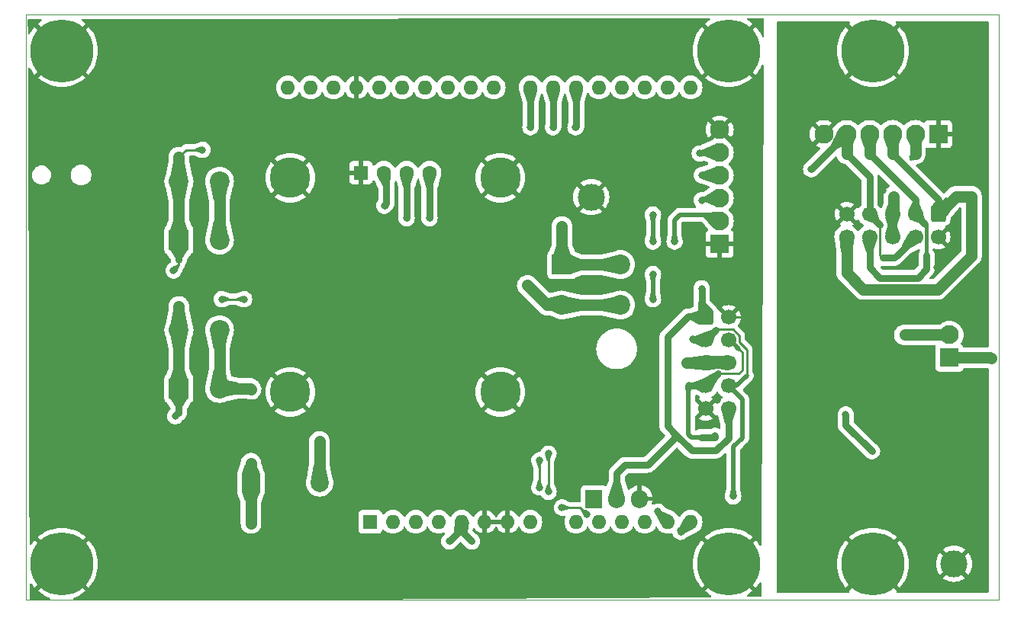
<source format=gbr>
%TF.GenerationSoftware,KiCad,Pcbnew,7.0.7*%
%TF.CreationDate,2023-11-29T19:00:17-05:00*%
%TF.ProjectId,moonratII,6d6f6f6e-7261-4744-9949-2e6b69636164,1.0*%
%TF.SameCoordinates,Original*%
%TF.FileFunction,Copper,L2,Bot*%
%TF.FilePolarity,Positive*%
%FSLAX46Y46*%
G04 Gerber Fmt 4.6, Leading zero omitted, Abs format (unit mm)*
G04 Created by KiCad (PCBNEW 7.0.7) date 2023-11-29 19:00:17*
%MOMM*%
%LPD*%
G01*
G04 APERTURE LIST*
G04 Aperture macros list*
%AMRoundRect*
0 Rectangle with rounded corners*
0 $1 Rounding radius*
0 $2 $3 $4 $5 $6 $7 $8 $9 X,Y pos of 4 corners*
0 Add a 4 corners polygon primitive as box body*
4,1,4,$2,$3,$4,$5,$6,$7,$8,$9,$2,$3,0*
0 Add four circle primitives for the rounded corners*
1,1,$1+$1,$2,$3*
1,1,$1+$1,$4,$5*
1,1,$1+$1,$6,$7*
1,1,$1+$1,$8,$9*
0 Add four rect primitives between the rounded corners*
20,1,$1+$1,$2,$3,$4,$5,0*
20,1,$1+$1,$4,$5,$6,$7,0*
20,1,$1+$1,$6,$7,$8,$9,0*
20,1,$1+$1,$8,$9,$2,$3,0*%
G04 Aperture macros list end*
%TA.AperFunction,ComponentPad*%
%ADD10C,0.800000*%
%TD*%
%TA.AperFunction,ComponentPad*%
%ADD11C,7.000000*%
%TD*%
%TA.AperFunction,ComponentPad*%
%ADD12C,3.000000*%
%TD*%
%TA.AperFunction,ComponentPad*%
%ADD13R,2.200000X2.200000*%
%TD*%
%TA.AperFunction,ComponentPad*%
%ADD14C,2.200000*%
%TD*%
%TA.AperFunction,ComponentPad*%
%ADD15R,2.100000X2.100000*%
%TD*%
%TA.AperFunction,ComponentPad*%
%ADD16C,2.100000*%
%TD*%
%TA.AperFunction,ComponentPad*%
%ADD17RoundRect,0.250000X-0.600000X0.600000X-0.600000X-0.600000X0.600000X-0.600000X0.600000X0.600000X0*%
%TD*%
%TA.AperFunction,ComponentPad*%
%ADD18C,1.700000*%
%TD*%
%TA.AperFunction,ComponentPad*%
%ADD19R,1.905000X2.000000*%
%TD*%
%TA.AperFunction,ComponentPad*%
%ADD20O,1.905000X2.000000*%
%TD*%
%TA.AperFunction,ComponentPad*%
%ADD21R,2.000000X2.000000*%
%TD*%
%TA.AperFunction,ComponentPad*%
%ADD22C,2.000000*%
%TD*%
%TA.AperFunction,ComponentPad*%
%ADD23R,1.600000X1.600000*%
%TD*%
%TA.AperFunction,ComponentPad*%
%ADD24C,1.600000*%
%TD*%
%TA.AperFunction,ComponentPad*%
%ADD25C,4.500000*%
%TD*%
%TA.AperFunction,ComponentPad*%
%ADD26RoundRect,0.250000X-0.600000X-0.600000X0.600000X-0.600000X0.600000X0.600000X-0.600000X0.600000X0*%
%TD*%
%TA.AperFunction,ComponentPad*%
%ADD27O,1.600000X1.600000*%
%TD*%
%TA.AperFunction,ViaPad*%
%ADD28C,0.800000*%
%TD*%
%TA.AperFunction,Conductor*%
%ADD29C,0.508000*%
%TD*%
%TA.AperFunction,Conductor*%
%ADD30C,0.762000*%
%TD*%
%TA.AperFunction,Conductor*%
%ADD31C,1.270000*%
%TD*%
%TA.AperFunction,Conductor*%
%ADD32C,0.254000*%
%TD*%
%TA.AperFunction,Conductor*%
%ADD33C,0.250000*%
%TD*%
%TA.AperFunction,Conductor*%
%ADD34C,0.381000*%
%TD*%
%TA.AperFunction,Profile*%
%ADD35C,0.100000*%
%TD*%
G04 APERTURE END LIST*
D10*
%TO.P,H2,1,1*%
%TO.N,GND*%
X51375000Y-146000000D03*
X52143845Y-144143845D03*
X52143845Y-147856155D03*
X54000000Y-143375000D03*
D11*
X54000000Y-146000000D03*
D10*
X54000000Y-148625000D03*
X55856155Y-144143845D03*
X55856155Y-147856155D03*
X56625000Y-146000000D03*
%TD*%
D12*
%TO.P,TP2,1,1*%
%TO.N,GND1*%
X153000000Y-146000000D03*
%TD*%
D13*
%TO.P,SW1,1,1*%
%TO.N,BTN_DOWN*%
X67000000Y-110000000D03*
D14*
%TO.P,SW1,2,2*%
X67000000Y-103500000D03*
%TO.P,SW1,3,K*%
%TO.N,+5V*%
X71500000Y-110000000D03*
%TO.P,SW1,4,A*%
X71500000Y-103500000D03*
%TD*%
D10*
%TO.P,H3,1,1*%
%TO.N,GND*%
X125375000Y-146000000D03*
X126143845Y-144143845D03*
X126143845Y-147856155D03*
X128000000Y-143375000D03*
D11*
X128000000Y-146000000D03*
D10*
X128000000Y-148625000D03*
X129856155Y-144143845D03*
X129856155Y-147856155D03*
X130625000Y-146000000D03*
%TD*%
D15*
%TO.P,J9,1,Pin_1*%
%TO.N,GND1*%
X151250000Y-98250000D03*
D16*
%TO.P,J9,2,Pin_2*%
%TO.N,VCCQ*%
X148710000Y-98250000D03*
%TO.P,J9,3,Pin_3*%
%TO.N,HeaterDrive_IB*%
X146170000Y-98250000D03*
%TO.P,J9,4,Pin_4*%
%TO.N,+5P*%
X143630000Y-98250000D03*
%TO.P,J9,5,Pin_5*%
%TO.N,TempOut_IB*%
X141090000Y-98250000D03*
%TO.P,J9,6,Pin_6*%
%TO.N,GND1*%
X138550000Y-98250000D03*
%TD*%
D17*
%TO.P,J10,1,Pin_1*%
%TO.N,HeaterDrive_IB*%
X151250000Y-107125000D03*
D18*
%TO.P,J10,2,Pin_2*%
%TO.N,GND1*%
X151250000Y-109665000D03*
%TO.P,J10,3,Pin_3*%
%TO.N,+5P*%
X148710000Y-107125000D03*
%TO.P,J10,4,Pin_4*%
%TO.N,TempOut_IB*%
X148710000Y-109665000D03*
%TO.P,J10,5,Pin_5*%
%TO.N,VCCQ*%
X146170000Y-107125000D03*
%TO.P,J10,6,Pin_6*%
X146170000Y-109665000D03*
%TO.P,J10,7,Pin_7*%
%TO.N,TempOut_IB*%
X143630000Y-107125000D03*
%TO.P,J10,8,Pin_8*%
%TO.N,+5P*%
X143630000Y-109665000D03*
%TO.P,J10,9,Pin_9*%
%TO.N,GND1*%
X141090000Y-107125000D03*
%TO.P,J10,10,Pin_10*%
%TO.N,HeaterDrive_IB*%
X141090000Y-109665000D03*
%TD*%
D13*
%TO.P,SW3,1,1*%
%TO.N,BTN_UP*%
X67000000Y-126500000D03*
D14*
%TO.P,SW3,2,2*%
X67000000Y-120000000D03*
%TO.P,SW3,3,K*%
%TO.N,+5V*%
X71500000Y-126500000D03*
%TO.P,SW3,4,A*%
X71500000Y-120000000D03*
%TD*%
D15*
%TO.P,J6,1,Pin_1*%
%TO.N,GND*%
X127000000Y-110450000D03*
D16*
%TO.P,J6,2,Pin_2*%
%TO.N,VCC*%
X127000000Y-107910000D03*
%TO.P,J6,3,Pin_3*%
%TO.N,HeaterDrive*%
X127000000Y-105370000D03*
%TO.P,J6,4,Pin_4*%
%TO.N,+5V*%
X127000000Y-102830000D03*
%TO.P,J6,5,Pin_5*%
%TO.N,TempOut*%
X127000000Y-100290000D03*
%TO.P,J6,6,Pin_6*%
%TO.N,GND*%
X127000000Y-97750000D03*
%TD*%
D12*
%TO.P,TP1,1,1*%
%TO.N,GND*%
X112749993Y-105250005D03*
%TD*%
D15*
%TO.P,J11,1,Pin_1*%
%TO.N,VCCQ*%
X152500000Y-123099714D03*
D16*
%TO.P,J11,2,Pin_2*%
%TO.N,Net-(D1-A)*%
X152500000Y-120559714D03*
%TD*%
D10*
%TO.P,H6,1,1*%
%TO.N,GND1*%
X141375000Y-146000000D03*
X142143845Y-144143845D03*
X142143845Y-147856155D03*
X144000000Y-143375000D03*
D11*
X144000000Y-146000000D03*
D10*
X144000000Y-148625000D03*
X145856155Y-144143845D03*
X145856155Y-147856155D03*
X146625000Y-146000000D03*
%TD*%
D19*
%TO.P,Q1,1,G*%
%TO.N,HEATER_ON*%
X113030000Y-138770000D03*
D20*
%TO.P,Q1,2,D*%
%TO.N,HeaterDrive*%
X115570000Y-138770000D03*
%TO.P,Q1,3,S*%
%TO.N,GND*%
X118110000Y-138770000D03*
%TD*%
D10*
%TO.P,H4,1,1*%
%TO.N,GND*%
X125375000Y-89000000D03*
X126143845Y-87143845D03*
X126143845Y-90856155D03*
X128000000Y-86375000D03*
D11*
X128000000Y-89000000D03*
D10*
X128000000Y-91625000D03*
X129856155Y-87143845D03*
X129856155Y-90856155D03*
X130625000Y-89000000D03*
%TD*%
%TO.P,H1,1,1*%
%TO.N,GND*%
X51375000Y-89000000D03*
X52143845Y-87143845D03*
X52143845Y-90856155D03*
X54000000Y-86375000D03*
D11*
X54000000Y-89000000D03*
D10*
X54000000Y-91625000D03*
X55856155Y-87143845D03*
X55856155Y-90856155D03*
X56625000Y-89000000D03*
%TD*%
D21*
%TO.P,BZ1,1,-*%
%TO.N,+5V*%
X75000000Y-137000000D03*
D22*
%TO.P,BZ1,2,+*%
%TO.N,Net-(BZ1-+)*%
X82620000Y-137000000D03*
%TD*%
D23*
%TO.P,J2,1,Pin_1*%
%TO.N,GND*%
X87190000Y-102540000D03*
D24*
%TO.P,J2,2,Pin_2*%
%TO.N,+5V*%
X89730000Y-102540000D03*
%TO.P,J2,3,Pin_3*%
%TO.N,SCL*%
X92270000Y-102540000D03*
%TO.P,J2,4,Pin_4*%
%TO.N,SDA*%
X94810000Y-102540000D03*
D25*
%TO.P,J2,5,Pin_5*%
%TO.N,GND*%
X79350000Y-103100000D03*
%TO.P,J2,6,Pin_6*%
X102650000Y-103100000D03*
%TO.P,J2,7,Pin_7*%
X79350000Y-126900000D03*
%TO.P,J2,8,Pin_8*%
X102650000Y-126900000D03*
%TD*%
D13*
%TO.P,SW2,1,1*%
%TO.N,BTN_SELECT*%
X109500000Y-112750000D03*
D14*
%TO.P,SW2,2,2*%
X116000000Y-112750000D03*
%TO.P,SW2,3,K*%
%TO.N,+5V*%
X109500000Y-117250000D03*
%TO.P,SW2,4,A*%
X116000000Y-117250000D03*
%TD*%
D10*
%TO.P,H5,1,1*%
%TO.N,GND1*%
X141375000Y-89000000D03*
X142143845Y-87143845D03*
X142143845Y-90856155D03*
X144000000Y-86375000D03*
D11*
X144000000Y-89000000D03*
D10*
X144000000Y-91625000D03*
X145856155Y-87143845D03*
X145856155Y-90856155D03*
X146625000Y-89000000D03*
%TD*%
D26*
%TO.P,J5,1,Pin_1*%
%TO.N,HeaterDrive*%
X125460000Y-118600000D03*
D18*
%TO.P,J5,2,Pin_2*%
%TO.N,GND*%
X128000000Y-118600000D03*
%TO.P,J5,3,Pin_3*%
%TO.N,+5V*%
X125460000Y-121140000D03*
%TO.P,J5,4,Pin_4*%
%TO.N,TempOut*%
X128000000Y-121140000D03*
%TO.P,J5,5,Pin_5*%
%TO.N,VCC*%
X125460000Y-123680000D03*
%TO.P,J5,6,Pin_6*%
X128000000Y-123680000D03*
%TO.P,J5,7,Pin_7*%
%TO.N,TempOut*%
X125460000Y-126220000D03*
%TO.P,J5,8,Pin_8*%
%TO.N,+5V*%
X128000000Y-126220000D03*
%TO.P,J5,9,Pin_9*%
%TO.N,GND*%
X125460000Y-128760000D03*
%TO.P,J5,10,Pin_10*%
%TO.N,HeaterDrive*%
X128000000Y-128760000D03*
%TD*%
D23*
%TO.P,A1,1,NC*%
%TO.N,unconnected-(A1-NC-Pad1)*%
X88225000Y-141330000D03*
D27*
%TO.P,A1,2,IOREF*%
%TO.N,unconnected-(A1-IOREF-Pad2)*%
X90765000Y-141330000D03*
%TO.P,A1,3,~{RESET}*%
%TO.N,unconnected-(A1-~{RESET}-Pad3)*%
X93305000Y-141330000D03*
%TO.P,A1,4,3V3*%
%TO.N,unconnected-(A1-3V3-Pad4)*%
X95845000Y-141330000D03*
%TO.P,A1,5,+5V*%
%TO.N,+5V*%
X98385000Y-141330000D03*
%TO.P,A1,6,GND*%
%TO.N,GND*%
X100925000Y-141330000D03*
%TO.P,A1,7,GND*%
X103465000Y-141330000D03*
%TO.P,A1,8,VIN*%
%TO.N,VCC*%
X106005000Y-141330000D03*
%TO.P,A1,9,A0*%
%TO.N,TEMP_IN*%
X111085000Y-141330000D03*
%TO.P,A1,10,A1*%
%TO.N,unconnected-(A1-A1-Pad10)*%
X113625000Y-141330000D03*
%TO.P,A1,11,A2*%
%TO.N,unconnected-(A1-A2-Pad11)*%
X116165000Y-141330000D03*
%TO.P,A1,12,A3*%
%TO.N,unconnected-(A1-A3-Pad12)*%
X118705000Y-141330000D03*
%TO.P,A1,13,SDA/A4*%
%TO.N,SDA*%
X121245000Y-141330000D03*
%TO.P,A1,14,SCL/A5*%
%TO.N,SCL*%
X123785000Y-141330000D03*
%TO.P,A1,15,D0/RX*%
%TO.N,unconnected-(A1-D0{slash}RX-Pad15)*%
X123785000Y-93070000D03*
%TO.P,A1,16,D1/TX*%
%TO.N,unconnected-(A1-D1{slash}TX-Pad16)*%
X121245000Y-93070000D03*
%TO.P,A1,17,D2*%
%TO.N,unconnected-(A1-D2-Pad17)*%
X118705000Y-93070000D03*
%TO.P,A1,18,D3*%
%TO.N,unconnected-(A1-D3-Pad18)*%
X116165000Y-93070000D03*
%TO.P,A1,19,D4*%
%TO.N,unconnected-(A1-D4-Pad19)*%
X113625000Y-93070000D03*
%TO.P,A1,20,D5*%
%TO.N,BTN_SELECT*%
X111085000Y-93070000D03*
%TO.P,A1,21,D6*%
%TO.N,BTN_UP*%
X108545000Y-93070000D03*
%TO.P,A1,22,D7*%
%TO.N,BTN_DOWN*%
X106005000Y-93070000D03*
%TO.P,A1,23,D8*%
%TO.N,Net-(A1-D8)*%
X101945000Y-93070000D03*
%TO.P,A1,24,D9*%
%TO.N,BUZZER_ON*%
X99405000Y-93070000D03*
%TO.P,A1,25,D10*%
%TO.N,unconnected-(A1-D10-Pad25)*%
X96865000Y-93070000D03*
%TO.P,A1,26,D11*%
%TO.N,unconnected-(A1-D11-Pad26)*%
X94325000Y-93070000D03*
%TO.P,A1,27,D12*%
%TO.N,unconnected-(A1-D12-Pad27)*%
X91785000Y-93070000D03*
%TO.P,A1,28,D13*%
%TO.N,unconnected-(A1-D13-Pad28)*%
X89245000Y-93070000D03*
%TO.P,A1,29,GND*%
%TO.N,GND*%
X86705000Y-93070000D03*
%TO.P,A1,30,AREF*%
%TO.N,unconnected-(A1-AREF-Pad30)*%
X84165000Y-93070000D03*
%TO.P,A1,31,SDA/A4*%
%TO.N,unconnected-(A1-SDA{slash}A4-Pad31)*%
X81625000Y-93070000D03*
%TO.P,A1,32,SCL/A5*%
%TO.N,unconnected-(A1-SCL{slash}A5-Pad32)*%
X79085000Y-93070000D03*
%TD*%
D28*
%TO.N,+5V*%
X75000000Y-126600000D03*
X128500000Y-138500000D03*
X124000000Y-121000000D03*
X75000000Y-134800000D03*
X125000000Y-102830000D03*
X99500000Y-143500000D03*
X105650000Y-115200000D03*
X89800000Y-106200000D03*
X97000000Y-143500000D03*
X75000000Y-141500000D03*
%TO.N,GND*%
X126700000Y-127800000D03*
X97800000Y-109200000D03*
X97800000Y-95600000D03*
X100600000Y-118600000D03*
X120800000Y-112200000D03*
X107000000Y-111000000D03*
X125000000Y-130500000D03*
X116200000Y-102200000D03*
X106600000Y-124600000D03*
X122000000Y-105200000D03*
X117400000Y-110400000D03*
X86800000Y-95400000D03*
X99200000Y-103329714D03*
X106100000Y-103600000D03*
X117300000Y-107200000D03*
X107400000Y-132400000D03*
X126800000Y-113600000D03*
X93600000Y-110200000D03*
X100600000Y-97729714D03*
X82500000Y-95500000D03*
X128200000Y-115500000D03*
%TO.N,VCC*%
X122000000Y-110200000D03*
X123320000Y-123680000D03*
%TO.N,SDA*%
X108000000Y-138000000D03*
X108000000Y-133750000D03*
X94810000Y-107600000D03*
X120150000Y-140200000D03*
X109500000Y-139750000D03*
X112250000Y-140500000D03*
%TO.N,SCL*%
X107000000Y-137500000D03*
X107000000Y-134500000D03*
X92270000Y-107600000D03*
X122660000Y-142265500D03*
%TO.N,BTN_SELECT*%
X111000000Y-97500000D03*
X109500000Y-108500000D03*
%TO.N,BTN_UP*%
X67000000Y-117400000D03*
X108500000Y-97500000D03*
X74234500Y-116600000D03*
X71765500Y-116600000D03*
X66600000Y-129600000D03*
%TO.N,BTN_DOWN*%
X69600000Y-100000000D03*
X66400000Y-113400000D03*
X106000000Y-97500000D03*
%TO.N,HeaterDrive*%
X125000000Y-115400000D03*
X125000000Y-105600000D03*
%TO.N,Net-(BZ1-+)*%
X82600000Y-132400000D03*
%TO.N,TempOut*%
X119600000Y-116600000D03*
X119600000Y-113800000D03*
X119600000Y-107200000D03*
X119600000Y-110200000D03*
X123600000Y-126200000D03*
X124800000Y-100400000D03*
X126500000Y-131773500D03*
%TO.N,Net-(D1-A)*%
X147400000Y-120629714D03*
%TO.N,HeaterDrive_IB*%
X143000000Y-115529714D03*
%TO.N,GND1*%
X153035000Y-111125000D03*
X145100000Y-104500000D03*
X138430000Y-109220000D03*
X147100000Y-140429714D03*
X151130000Y-113030000D03*
X143403516Y-139126198D03*
X148590000Y-112395000D03*
X153035000Y-107950000D03*
X143600000Y-135029714D03*
X142200000Y-104800000D03*
X149100000Y-138029714D03*
X139065000Y-106045000D03*
%TO.N,VCCQ*%
X148710000Y-100450000D03*
X146304000Y-105156000D03*
X157100000Y-123129714D03*
%TO.N,+5P*%
X143900000Y-133475214D03*
X144800000Y-114229714D03*
X141000000Y-129429714D03*
%TO.N,TempOut_IB*%
X137160000Y-102158800D03*
%TD*%
D29*
%TO.N,+5V*%
X128000000Y-126220000D02*
X129500000Y-127720000D01*
D30*
X125000000Y-102830000D02*
X127000000Y-102830000D01*
X124140000Y-121140000D02*
X124000000Y-121000000D01*
D31*
X71500000Y-120000000D02*
X71500000Y-126500000D01*
D29*
X128500000Y-138500000D02*
X128500000Y-133000000D01*
D30*
X98385000Y-141330000D02*
X98385000Y-142115000D01*
X89800000Y-106200000D02*
X90000000Y-106000000D01*
D29*
X128500000Y-133000000D02*
X129500000Y-132000000D01*
D30*
X125460000Y-121140000D02*
X124140000Y-121140000D01*
D32*
X130000000Y-125100000D02*
X130000000Y-122178342D01*
D30*
X97000000Y-143500000D02*
X98385000Y-142115000D01*
D32*
X129177000Y-120652470D02*
X128487530Y-119963000D01*
D31*
X75000000Y-137000000D02*
X75000000Y-141500000D01*
D30*
X99500000Y-143500000D02*
X98385000Y-142385000D01*
D31*
X105650000Y-115050000D02*
X107850000Y-117250000D01*
D32*
X128487530Y-119963000D02*
X126637000Y-119963000D01*
X130000000Y-122178342D02*
X129177000Y-121355342D01*
D30*
X90000000Y-106000000D02*
X90000000Y-102810000D01*
D31*
X75000000Y-137000000D02*
X75000000Y-134800000D01*
D32*
X126637000Y-119963000D02*
X126600000Y-120000000D01*
X129177000Y-121355342D02*
X129177000Y-120652470D01*
D30*
X98385000Y-142385000D02*
X98385000Y-141330000D01*
D31*
X71500000Y-103500000D02*
X71500000Y-110000000D01*
X74900000Y-126500000D02*
X75000000Y-126600000D01*
X109500000Y-117250000D02*
X116000000Y-117250000D01*
D29*
X129500000Y-132000000D02*
X129500000Y-127720000D01*
D30*
X90000000Y-102810000D02*
X89730000Y-102540000D01*
X125460000Y-121140000D02*
X126600000Y-120000000D01*
D31*
X71500000Y-126500000D02*
X74900000Y-126500000D01*
D32*
X128880000Y-126220000D02*
X128000000Y-126220000D01*
D29*
X130000000Y-125100000D02*
X128880000Y-126220000D01*
D31*
X107850000Y-117250000D02*
X109500000Y-117250000D01*
D33*
%TO.N,GND*%
X128000000Y-118600000D02*
X130500000Y-118600000D01*
D29*
%TO.N,VCC*%
X122600000Y-107200000D02*
X122000000Y-107800000D01*
D31*
X125460000Y-123680000D02*
X125499000Y-123641000D01*
X127961000Y-123641000D02*
X128000000Y-123680000D01*
X123320000Y-123680000D02*
X125460000Y-123680000D01*
X125499000Y-123641000D02*
X127961000Y-123641000D01*
D29*
X127000000Y-107910000D02*
X126290000Y-107200000D01*
X126290000Y-107200000D02*
X122600000Y-107200000D01*
X122000000Y-107800000D02*
X122000000Y-110200000D01*
D33*
%TO.N,SDA*%
X108000000Y-138000000D02*
X108000000Y-133750000D01*
D30*
X94810000Y-102540000D02*
X94810000Y-107600000D01*
X120120000Y-140205000D02*
X120115000Y-140200000D01*
D33*
X111500000Y-139750000D02*
X109750000Y-139750000D01*
D30*
X120150000Y-140200000D02*
X120150000Y-140235000D01*
X120150000Y-140235000D02*
X121245000Y-141330000D01*
D33*
X111500000Y-139750000D02*
X112250000Y-140500000D01*
D30*
X120115000Y-140200000D02*
X120150000Y-140200000D01*
%TO.N,SCL*%
X123785000Y-141330000D02*
X122660000Y-142455000D01*
D33*
X107000000Y-137500000D02*
X107000000Y-134500000D01*
D30*
X92270000Y-107600000D02*
X92270000Y-102540000D01*
D31*
%TO.N,BTN_SELECT*%
X109500000Y-112750000D02*
X116000000Y-112750000D01*
D30*
X111085000Y-97415000D02*
X111000000Y-97500000D01*
D31*
X109500000Y-108500000D02*
X109500000Y-112750000D01*
D30*
X111085000Y-93070000D02*
X111085000Y-97415000D01*
D31*
%TO.N,BTN_UP*%
X67000000Y-117400000D02*
X67000000Y-120000000D01*
D33*
X66600000Y-129600000D02*
X67000000Y-129200000D01*
D31*
X67000000Y-120000000D02*
X67000000Y-126500000D01*
D30*
X67000000Y-129200000D02*
X67000000Y-126500000D01*
X108545000Y-97455000D02*
X108545000Y-93070000D01*
D33*
X71765500Y-116600000D02*
X74234500Y-116600000D01*
D31*
%TO.N,BTN_DOWN*%
X67000000Y-103500000D02*
X67000000Y-100800000D01*
D30*
X67000000Y-112200000D02*
X67000000Y-110000000D01*
D33*
X67000000Y-112800000D02*
X67000000Y-112200000D01*
D32*
X67800000Y-100000000D02*
X69600000Y-100000000D01*
X67000000Y-100800000D02*
X67800000Y-100000000D01*
D30*
X106005000Y-97495000D02*
X106005000Y-93070000D01*
D31*
X67000000Y-103500000D02*
X67000000Y-110000000D01*
D33*
X66400000Y-113400000D02*
X67000000Y-112800000D01*
D30*
%TO.N,HeaterDrive*%
X123900000Y-133400000D02*
X126600000Y-133400000D01*
X121200000Y-130700000D02*
X122000000Y-131500000D01*
X121200000Y-120800000D02*
X121200000Y-130700000D01*
X128000000Y-132000000D02*
X128000000Y-128760000D01*
D34*
X125230000Y-105370000D02*
X125000000Y-105600000D01*
D30*
X122000000Y-131500000D02*
X123900000Y-133400000D01*
X115570000Y-138770000D02*
X115570000Y-135930000D01*
X125460000Y-118600000D02*
X125360000Y-118500000D01*
D34*
X127000000Y-105370000D02*
X125230000Y-105370000D01*
D30*
X116500000Y-135000000D02*
X119000000Y-135000000D01*
X125000000Y-115400000D02*
X125000000Y-118140000D01*
X126600000Y-133400000D02*
X128000000Y-132000000D01*
X122000000Y-132000000D02*
X122000000Y-131500000D01*
X119000000Y-135000000D02*
X122000000Y-132000000D01*
X115570000Y-135930000D02*
X116500000Y-135000000D01*
X125360000Y-118500000D02*
X123500000Y-118500000D01*
X123500000Y-118500000D02*
X122500000Y-119500000D01*
X122500000Y-119500000D02*
X121200000Y-120800000D01*
D31*
%TO.N,Net-(BZ1-+)*%
X82620000Y-137000000D02*
X82600000Y-136980000D01*
X82600000Y-136980000D02*
X82600000Y-132400000D01*
D29*
%TO.N,TempOut*%
X128000000Y-121140000D02*
X128140000Y-121140000D01*
D32*
X129500000Y-122500000D02*
X129500000Y-124500000D01*
X129500000Y-124500000D02*
X129143000Y-124857000D01*
D29*
X123600000Y-126400000D02*
X123500000Y-126500000D01*
X123600000Y-126200000D02*
X123600000Y-126400000D01*
X123819000Y-131919000D02*
X124919000Y-131919000D01*
X128140000Y-121140000D02*
X129100000Y-122100000D01*
X123780000Y-126220000D02*
X123800000Y-126200000D01*
D32*
X129143000Y-124857000D02*
X126823000Y-124857000D01*
D29*
X127000000Y-100290000D02*
X124910000Y-100290000D01*
X119600000Y-113800000D02*
X119600000Y-116600000D01*
D32*
X128000000Y-121140000D02*
X128000000Y-121000000D01*
D29*
X119600000Y-107200000D02*
X119600000Y-110200000D01*
D32*
X129100000Y-122100000D02*
X129500000Y-122500000D01*
D29*
X123500000Y-126500000D02*
X123500000Y-131600000D01*
X124910000Y-100290000D02*
X124800000Y-100400000D01*
X123800000Y-126200000D02*
X123600000Y-126200000D01*
D30*
X125460000Y-126220000D02*
X123780000Y-126220000D01*
D29*
X123500000Y-131600000D02*
X123819000Y-131919000D01*
D30*
X124919000Y-131919000D02*
X126500000Y-131919000D01*
X126823000Y-124857000D02*
X125460000Y-126220000D01*
D31*
%TO.N,Net-(D1-A)*%
X147520286Y-120559714D02*
X152500000Y-120559714D01*
%TO.N,HeaterDrive_IB*%
X151200000Y-115500000D02*
X154940000Y-111760000D01*
D30*
X146170000Y-100450000D02*
X151250000Y-105530000D01*
D29*
X146304000Y-98552000D02*
X146304000Y-98384000D01*
D31*
X153219000Y-105156000D02*
X151250000Y-107125000D01*
X154940000Y-111760000D02*
X154940000Y-105156000D01*
X141090000Y-109665000D02*
X141090000Y-113658000D01*
D30*
X151250000Y-105530000D02*
X151250000Y-107125000D01*
D31*
X154940000Y-105156000D02*
X153219000Y-105156000D01*
X142932000Y-115500000D02*
X151200000Y-115500000D01*
D29*
X146304000Y-98384000D02*
X146170000Y-98250000D01*
D31*
X141090000Y-113658000D02*
X142932000Y-115500000D01*
X146170000Y-98250000D02*
X146170000Y-100450000D01*
%TO.N,VCCQ*%
X152500000Y-123099714D02*
X156900000Y-123099714D01*
X157100000Y-123129714D02*
X156960000Y-123099714D01*
X156960000Y-123099714D02*
X156930000Y-123099714D01*
D33*
X148844000Y-100584000D02*
X148710000Y-100450000D01*
D30*
X146170000Y-107125000D02*
X146170000Y-109665000D01*
D33*
X146304000Y-106991000D02*
X146170000Y-107125000D01*
D31*
X148710000Y-98250000D02*
X148710000Y-100450000D01*
D33*
X148710000Y-100516117D02*
X148143280Y-101082837D01*
D31*
X156900000Y-123099714D02*
X157100000Y-123129714D01*
D33*
X148710000Y-100450000D02*
X148710000Y-100516117D01*
X148710000Y-100450000D02*
X148710000Y-99600497D01*
D31*
X146304000Y-105156000D02*
X146304000Y-106991000D01*
D30*
%TO.N,+5P*%
X143630000Y-113099200D02*
X144760514Y-114229714D01*
X143630000Y-109665000D02*
X143630000Y-113099200D01*
X143630000Y-100450000D02*
X148710000Y-105530000D01*
D31*
X143630000Y-98250000D02*
X143630000Y-100450000D01*
D30*
X149950500Y-111700000D02*
X149950500Y-113249500D01*
D33*
X149885000Y-108229000D02*
X149860000Y-108204000D01*
D30*
X149789000Y-108204000D02*
X148710000Y-107125000D01*
X141000000Y-129429714D02*
X141000000Y-130575214D01*
X141000000Y-130575214D02*
X143900000Y-133475214D01*
X149950500Y-113249500D02*
X148970286Y-114229714D01*
D34*
X149950500Y-111700000D02*
X149950500Y-108294500D01*
D33*
X149860000Y-108204000D02*
X149789000Y-108204000D01*
D30*
X148710000Y-105530000D02*
X148710000Y-107125000D01*
X144800000Y-114229714D02*
X144760514Y-114229714D01*
X148970286Y-114229714D02*
X144800000Y-114229714D01*
%TO.N,TempOut_IB*%
X143630000Y-102990000D02*
X141090000Y-100450000D01*
X143630000Y-107125000D02*
X143630000Y-102990000D01*
X141068800Y-98250000D02*
X137160000Y-102158800D01*
D32*
X144807000Y-108302000D02*
X144807000Y-111733000D01*
D31*
X141090000Y-100450000D02*
X141090000Y-98250000D01*
D30*
X145074000Y-112000000D02*
X146375000Y-112000000D01*
D32*
X146375000Y-112000000D02*
X146615000Y-111760000D01*
D30*
X143630000Y-107125000D02*
X144807000Y-108302000D01*
X146615000Y-111760000D02*
X148710000Y-109665000D01*
D32*
X144807000Y-111733000D02*
X145074000Y-112000000D01*
D30*
X141090000Y-98250000D02*
X141068800Y-98250000D01*
%TD*%
%TA.AperFunction,Conductor*%
%TO.N,BTN_DOWN*%
G36*
X66883014Y-112751643D02*
G01*
X67048356Y-112916985D01*
X67051783Y-112925258D01*
X67050747Y-112930071D01*
X66774206Y-113542760D01*
X66767679Y-113548891D01*
X66759090Y-113548767D01*
X66403804Y-113402563D01*
X66397457Y-113396245D01*
X66397436Y-113396195D01*
X66251232Y-113040909D01*
X66251253Y-113031955D01*
X66257237Y-113025794D01*
X66869928Y-112749251D01*
X66878878Y-112748972D01*
X66883014Y-112751643D01*
G37*
%TD.AperFunction*%
%TD*%
%TA.AperFunction,Conductor*%
%TO.N,+5V*%
G36*
X109078256Y-116237426D02*
G01*
X109082825Y-116242843D01*
X109498430Y-117245216D01*
X109498433Y-117254171D01*
X109497615Y-117255783D01*
X108944404Y-118164130D01*
X108937174Y-118169413D01*
X108929820Y-118168806D01*
X107098713Y-117387607D01*
X107092448Y-117381208D01*
X107092542Y-117372254D01*
X107095028Y-117368575D01*
X107978426Y-116485177D01*
X107984106Y-116482043D01*
X109069429Y-116235914D01*
X109078256Y-116237426D01*
G37*
%TD.AperFunction*%
%TD*%
%TA.AperFunction,Conductor*%
%TO.N,HeaterDrive_IB*%
G36*
X141926742Y-109664984D02*
G01*
X141935011Y-109668421D01*
X141938428Y-109676698D01*
X141938336Y-109678152D01*
X141726294Y-111354768D01*
X141721856Y-111362546D01*
X141714686Y-111365000D01*
X140465314Y-111365000D01*
X140457041Y-111361573D01*
X140453706Y-111354768D01*
X140241663Y-109678152D01*
X140244025Y-109669514D01*
X140251803Y-109665076D01*
X140253250Y-109664984D01*
X141090000Y-109664000D01*
X141926742Y-109664984D01*
G37*
%TD.AperFunction*%
%TD*%
%TA.AperFunction,Conductor*%
%TO.N,Net-(BZ1-+)*%
G36*
X83233614Y-135007405D02*
G01*
X83236829Y-135013462D01*
X83617318Y-136986098D01*
X83615520Y-136994871D01*
X83608046Y-136999802D01*
X83605842Y-137000014D01*
X82620000Y-137001000D01*
X81633881Y-137000013D01*
X81625612Y-136996578D01*
X81622193Y-136988301D01*
X81622363Y-136986325D01*
X81963322Y-135013684D01*
X81968108Y-135006117D01*
X81974851Y-135003978D01*
X83225341Y-135003978D01*
X83233614Y-135007405D01*
G37*
%TD.AperFunction*%
%TD*%
%TA.AperFunction,Conductor*%
%TO.N,SDA*%
G36*
X95539561Y-102842181D02*
G01*
X95545886Y-102848520D01*
X95546347Y-102856106D01*
X95193374Y-104131421D01*
X95187865Y-104138480D01*
X95182098Y-104140000D01*
X94437902Y-104140000D01*
X94429629Y-104136573D01*
X94426626Y-104131421D01*
X94073652Y-102856106D01*
X94074748Y-102847218D01*
X94080436Y-102842182D01*
X94805512Y-102540864D01*
X94814461Y-102540854D01*
X95539561Y-102842181D01*
G37*
%TD.AperFunction*%
%TD*%
%TA.AperFunction,Conductor*%
%TO.N,HeaterDrive_IB*%
G36*
X151361532Y-105286520D02*
G01*
X151363163Y-105288564D01*
X152028569Y-106347048D01*
X152064212Y-106403747D01*
X152065714Y-106412575D01*
X152061993Y-106418795D01*
X151258942Y-107118531D01*
X151250454Y-107121382D01*
X151242983Y-107117983D01*
X150480321Y-106355321D01*
X150476894Y-106347048D01*
X150479159Y-106340130D01*
X150995625Y-105636071D01*
X150996774Y-105634732D01*
X151344987Y-105286519D01*
X151353259Y-105283093D01*
X151361532Y-105286520D01*
G37*
%TD.AperFunction*%
%TD*%
%TA.AperFunction,Conductor*%
%TO.N,GND*%
G36*
X51846165Y-147902793D02*
G01*
X51902099Y-147944665D01*
X51905934Y-147950084D01*
X51963605Y-148036395D01*
X52049913Y-148094064D01*
X52094719Y-148147676D01*
X52103426Y-148217001D01*
X52073272Y-148280028D01*
X52068704Y-148284847D01*
X51353622Y-148999929D01*
X51353622Y-148999930D01*
X51459367Y-149095771D01*
X51775041Y-149329890D01*
X52112135Y-149531937D01*
X52467424Y-149699976D01*
X52467440Y-149699983D01*
X52631680Y-149758749D01*
X52688169Y-149799867D01*
X52713461Y-149864999D01*
X52699524Y-149933465D01*
X52650784Y-149983527D01*
X52589906Y-149999500D01*
X50556754Y-149999500D01*
X50489715Y-149979815D01*
X50443960Y-149927011D01*
X50432755Y-149875887D01*
X50427796Y-148269139D01*
X50447273Y-148202042D01*
X50499936Y-148156124D01*
X50569063Y-148145967D01*
X50632708Y-148174796D01*
X50658154Y-148205011D01*
X50670111Y-148224961D01*
X50904228Y-148540632D01*
X51000068Y-148646376D01*
X51000069Y-148646376D01*
X51715151Y-147931294D01*
X51776474Y-147897809D01*
X51846165Y-147902793D01*
G37*
%TD.AperFunction*%
%TA.AperFunction,Conductor*%
G36*
X102918692Y-141099685D02*
G01*
X102964447Y-141152489D01*
X102974391Y-141221647D01*
X102970631Y-141238933D01*
X102965000Y-141258111D01*
X102965000Y-141401888D01*
X102970631Y-141421067D01*
X102970630Y-141490936D01*
X102932855Y-141549714D01*
X102869299Y-141578738D01*
X102851653Y-141580000D01*
X101538347Y-141580000D01*
X101471308Y-141560315D01*
X101425553Y-141507511D01*
X101415609Y-141438353D01*
X101419369Y-141421067D01*
X101425000Y-141401888D01*
X101425000Y-141258111D01*
X101419369Y-141238933D01*
X101419370Y-141169064D01*
X101457145Y-141110286D01*
X101520701Y-141081262D01*
X101538347Y-141080000D01*
X102851653Y-141080000D01*
X102918692Y-141099685D01*
G37*
%TD.AperFunction*%
%TA.AperFunction,Conductor*%
G36*
X126062470Y-129009363D02*
G01*
X126068949Y-129015396D01*
X126574925Y-129521373D01*
X126591033Y-129498369D01*
X126645609Y-129454744D01*
X126715108Y-129447550D01*
X126777463Y-129479072D01*
X126811570Y-129534506D01*
X127105462Y-130533812D01*
X127110500Y-130568798D01*
X127110500Y-130859891D01*
X127090815Y-130926930D01*
X127038011Y-130972685D01*
X126968853Y-130982629D01*
X126936065Y-130973171D01*
X126832204Y-130926930D01*
X126782288Y-130904706D01*
X126782286Y-130904705D01*
X126595487Y-130865000D01*
X126404513Y-130865000D01*
X126217714Y-130904705D01*
X126043243Y-130982384D01*
X126010990Y-131005818D01*
X125945183Y-131029298D01*
X125938105Y-131029500D01*
X124872380Y-131029500D01*
X124785295Y-131038653D01*
X124733041Y-131044145D01*
X124733039Y-131044146D01*
X124555213Y-131101925D01*
X124489462Y-131139887D01*
X124427462Y-131156500D01*
X124386500Y-131156500D01*
X124319461Y-131136815D01*
X124273706Y-131084011D01*
X124262500Y-131032500D01*
X124262500Y-129649471D01*
X124282185Y-129582432D01*
X124304780Y-129562853D01*
X124304187Y-129562260D01*
X124851050Y-129015395D01*
X124912373Y-128981910D01*
X124982064Y-128986894D01*
X125037998Y-129028765D01*
X125043039Y-129036025D01*
X125078238Y-129090797D01*
X125078239Y-129090798D01*
X125193602Y-129190759D01*
X125191293Y-129193422D01*
X125226006Y-129233499D01*
X125235935Y-129302660D01*
X125206898Y-129366210D01*
X125200882Y-129372669D01*
X124698625Y-129874925D01*
X124782421Y-129933599D01*
X124996507Y-130033429D01*
X124996516Y-130033433D01*
X125224673Y-130094567D01*
X125224684Y-130094569D01*
X125459998Y-130115157D01*
X125460002Y-130115157D01*
X125695315Y-130094569D01*
X125695326Y-130094567D01*
X125923483Y-130033433D01*
X125923492Y-130033429D01*
X126137578Y-129933600D01*
X126137582Y-129933598D01*
X126221373Y-129874926D01*
X126221373Y-129874925D01*
X125719116Y-129372669D01*
X125685631Y-129311346D01*
X125690615Y-129241655D01*
X125727640Y-129192193D01*
X125726398Y-129190759D01*
X125753430Y-129167336D01*
X125841761Y-129090798D01*
X125876954Y-129036037D01*
X125929755Y-128990283D01*
X125998914Y-128980339D01*
X126062470Y-129009363D01*
G37*
%TD.AperFunction*%
%TA.AperFunction,Conductor*%
G36*
X124444898Y-127219108D02*
G01*
X124480622Y-127238181D01*
X124755859Y-127385129D01*
X124805727Y-127434067D01*
X124821220Y-127502198D01*
X124797419Y-127567889D01*
X124768581Y-127596090D01*
X124698626Y-127645072D01*
X124698625Y-127645072D01*
X125200883Y-128147330D01*
X125234368Y-128208653D01*
X125229384Y-128278345D01*
X125192357Y-128327805D01*
X125193602Y-128329241D01*
X125078238Y-128429202D01*
X125043046Y-128483962D01*
X124990242Y-128529717D01*
X124921083Y-128539660D01*
X124857528Y-128510634D01*
X124851050Y-128504603D01*
X124304186Y-127957739D01*
X124304847Y-127957077D01*
X124278618Y-127931662D01*
X124262500Y-127870527D01*
X124262500Y-127603266D01*
X124262499Y-127328491D01*
X124282183Y-127261456D01*
X124334987Y-127215701D01*
X124404146Y-127205757D01*
X124444898Y-127219108D01*
G37*
%TD.AperFunction*%
%TA.AperFunction,Conductor*%
G36*
X126811905Y-126893515D02*
G01*
X126833804Y-126918787D01*
X126924278Y-127057268D01*
X126924283Y-127057273D01*
X126924284Y-127057276D01*
X127076756Y-127222902D01*
X127076761Y-127222907D01*
X127126288Y-127261456D01*
X127254424Y-127361189D01*
X127254429Y-127361191D01*
X127254431Y-127361193D01*
X127290930Y-127380946D01*
X127340520Y-127430165D01*
X127355628Y-127498382D01*
X127331457Y-127563937D01*
X127290930Y-127599054D01*
X127254431Y-127618806D01*
X127254422Y-127618812D01*
X127076761Y-127757092D01*
X127076756Y-127757097D01*
X126924284Y-127922723D01*
X126924280Y-127922729D01*
X126830250Y-128066651D01*
X126777103Y-128112007D01*
X126707872Y-128121430D01*
X126644536Y-128091927D01*
X126624866Y-128069951D01*
X126574924Y-127998626D01*
X126068949Y-128504602D01*
X126007626Y-128538087D01*
X125937934Y-128533103D01*
X125882001Y-128491231D01*
X125876953Y-128483961D01*
X125841761Y-128429202D01*
X125726398Y-128329241D01*
X125728708Y-128326574D01*
X125694005Y-128286528D01*
X125684058Y-128217370D01*
X125713080Y-128153813D01*
X125719116Y-128147330D01*
X126221373Y-127645073D01*
X126221373Y-127645072D01*
X126150199Y-127595236D01*
X126106574Y-127540659D01*
X126099380Y-127471161D01*
X126130903Y-127408806D01*
X126162305Y-127384606D01*
X126205576Y-127361189D01*
X126383240Y-127222906D01*
X126535722Y-127057268D01*
X126626193Y-126918790D01*
X126679338Y-126873437D01*
X126748569Y-126864013D01*
X126811905Y-126893515D01*
G37*
%TD.AperFunction*%
%TA.AperFunction,Conductor*%
G36*
X125907082Y-85382107D02*
G01*
X125952901Y-85434855D01*
X125962929Y-85504001D01*
X125933982Y-85567592D01*
X125903920Y-85592862D01*
X125775037Y-85670112D01*
X125459368Y-85904228D01*
X125353622Y-86000069D01*
X126068704Y-86715151D01*
X126102189Y-86776474D01*
X126097205Y-86846166D01*
X126055333Y-86902099D01*
X126049915Y-86905933D01*
X125963605Y-86963604D01*
X125963604Y-86963605D01*
X125905933Y-87049915D01*
X125852321Y-87094719D01*
X125782996Y-87103426D01*
X125719969Y-87073271D01*
X125715151Y-87068704D01*
X125000069Y-86353622D01*
X124904228Y-86459368D01*
X124670109Y-86775041D01*
X124468062Y-87112135D01*
X124300023Y-87467424D01*
X124300016Y-87467440D01*
X124167625Y-87837450D01*
X124072129Y-88218691D01*
X124014461Y-88607449D01*
X123995176Y-88999999D01*
X124014461Y-89392550D01*
X124072129Y-89781308D01*
X124167625Y-90162549D01*
X124300016Y-90532559D01*
X124300023Y-90532575D01*
X124468062Y-90887864D01*
X124670109Y-91224958D01*
X124904228Y-91540632D01*
X125000068Y-91646376D01*
X125000069Y-91646376D01*
X125715151Y-90931294D01*
X125776474Y-90897809D01*
X125846165Y-90902793D01*
X125902099Y-90944665D01*
X125905934Y-90950084D01*
X125963605Y-91036395D01*
X126049913Y-91094064D01*
X126094719Y-91147676D01*
X126103426Y-91217001D01*
X126073272Y-91280028D01*
X126068704Y-91284847D01*
X125353622Y-91999929D01*
X125353622Y-91999930D01*
X125459367Y-92095771D01*
X125775041Y-92329890D01*
X126112135Y-92531937D01*
X126467424Y-92699976D01*
X126467440Y-92699983D01*
X126837450Y-92832374D01*
X127218691Y-92927870D01*
X127607449Y-92985538D01*
X128000000Y-93004823D01*
X128392550Y-92985538D01*
X128781308Y-92927870D01*
X129162549Y-92832374D01*
X129532559Y-92699983D01*
X129532575Y-92699976D01*
X129887864Y-92531937D01*
X130224958Y-92329890D01*
X130540632Y-92095770D01*
X130646376Y-91999929D01*
X129931295Y-91284848D01*
X129897810Y-91223525D01*
X129902794Y-91153833D01*
X129944666Y-91097900D01*
X129950085Y-91094065D01*
X129953698Y-91091650D01*
X129953700Y-91091650D01*
X130036395Y-91036395D01*
X130091650Y-90953700D01*
X130091650Y-90953698D01*
X130094065Y-90950085D01*
X130147677Y-90905280D01*
X130217002Y-90896573D01*
X130280029Y-90926727D01*
X130284848Y-90931295D01*
X130999929Y-91646376D01*
X131095770Y-91540632D01*
X131329890Y-91224958D01*
X131531936Y-90887864D01*
X131673160Y-90589273D01*
X131719618Y-90537086D01*
X131786915Y-90518301D01*
X131853685Y-90538881D01*
X131898729Y-90592293D01*
X131909254Y-90642869D01*
X131660871Y-143879751D01*
X131640874Y-143946697D01*
X131587857Y-143992205D01*
X131518653Y-144001826D01*
X131455233Y-143972505D01*
X131430514Y-143942921D01*
X131329890Y-143775041D01*
X131095771Y-143459367D01*
X130999930Y-143353622D01*
X130999929Y-143353622D01*
X130284847Y-144068704D01*
X130223524Y-144102189D01*
X130153832Y-144097205D01*
X130097899Y-144055333D01*
X130094064Y-144049913D01*
X130085398Y-144036944D01*
X130036395Y-143963605D01*
X129953700Y-143908350D01*
X129953699Y-143908349D01*
X129950084Y-143905934D01*
X129905279Y-143852322D01*
X129896572Y-143782997D01*
X129926726Y-143719969D01*
X129931294Y-143715151D01*
X130646376Y-143000069D01*
X130646376Y-143000068D01*
X130540632Y-142904228D01*
X130224958Y-142670109D01*
X129887864Y-142468062D01*
X129532575Y-142300023D01*
X129532559Y-142300016D01*
X129162549Y-142167625D01*
X128781308Y-142072129D01*
X128392550Y-142014461D01*
X128000000Y-141995176D01*
X127607449Y-142014461D01*
X127218691Y-142072129D01*
X126837450Y-142167625D01*
X126467440Y-142300016D01*
X126467424Y-142300023D01*
X126112135Y-142468062D01*
X125775041Y-142670109D01*
X125459368Y-142904228D01*
X125353622Y-143000069D01*
X126068704Y-143715151D01*
X126102189Y-143776474D01*
X126097205Y-143846166D01*
X126055333Y-143902099D01*
X126049915Y-143905933D01*
X125963605Y-143963604D01*
X125963604Y-143963605D01*
X125905933Y-144049915D01*
X125852321Y-144094719D01*
X125782996Y-144103426D01*
X125719969Y-144073271D01*
X125715151Y-144068704D01*
X125000069Y-143353622D01*
X124904228Y-143459368D01*
X124670109Y-143775041D01*
X124468062Y-144112135D01*
X124300023Y-144467424D01*
X124300016Y-144467440D01*
X124167625Y-144837450D01*
X124072129Y-145218691D01*
X124014461Y-145607449D01*
X123995176Y-145999999D01*
X124014461Y-146392550D01*
X124072129Y-146781308D01*
X124167625Y-147162549D01*
X124300016Y-147532559D01*
X124300023Y-147532575D01*
X124468062Y-147887864D01*
X124670109Y-148224958D01*
X124904228Y-148540632D01*
X125000068Y-148646376D01*
X125000069Y-148646376D01*
X125715151Y-147931294D01*
X125776474Y-147897809D01*
X125846165Y-147902793D01*
X125902099Y-147944665D01*
X125905934Y-147950084D01*
X125963605Y-148036395D01*
X126049913Y-148094064D01*
X126094719Y-148147676D01*
X126103426Y-148217001D01*
X126073272Y-148280028D01*
X126068704Y-148284847D01*
X125353622Y-148999929D01*
X125353622Y-148999930D01*
X125459367Y-149095771D01*
X125775041Y-149329890D01*
X126003394Y-149466760D01*
X126050776Y-149518109D01*
X126062874Y-149586923D01*
X126035848Y-149651354D01*
X125978279Y-149690946D01*
X125940561Y-149697115D01*
X85017818Y-149999500D01*
X55410094Y-149999500D01*
X55343055Y-149979815D01*
X55297300Y-149927011D01*
X55287356Y-149857853D01*
X55316381Y-149794297D01*
X55368320Y-149758749D01*
X55532559Y-149699983D01*
X55532575Y-149699976D01*
X55887864Y-149531937D01*
X56224958Y-149329890D01*
X56540632Y-149095770D01*
X56646376Y-148999929D01*
X55931295Y-148284848D01*
X55897810Y-148223525D01*
X55902794Y-148153833D01*
X55944666Y-148097900D01*
X55950085Y-148094065D01*
X55953698Y-148091650D01*
X55953700Y-148091650D01*
X56036395Y-148036395D01*
X56091650Y-147953700D01*
X56091650Y-147953698D01*
X56094065Y-147950085D01*
X56147677Y-147905280D01*
X56217002Y-147896573D01*
X56280029Y-147926727D01*
X56284848Y-147931295D01*
X56999929Y-148646376D01*
X57095770Y-148540632D01*
X57329890Y-148224958D01*
X57531937Y-147887864D01*
X57699976Y-147532575D01*
X57699983Y-147532559D01*
X57832374Y-147162549D01*
X57927870Y-146781308D01*
X57985538Y-146392550D01*
X58004823Y-146000000D01*
X57985538Y-145607449D01*
X57927870Y-145218691D01*
X57832374Y-144837450D01*
X57699983Y-144467440D01*
X57699976Y-144467424D01*
X57531937Y-144112135D01*
X57329890Y-143775041D01*
X57095771Y-143459367D01*
X56999930Y-143353622D01*
X56999929Y-143353622D01*
X56284847Y-144068704D01*
X56223524Y-144102189D01*
X56153832Y-144097205D01*
X56097899Y-144055333D01*
X56094064Y-144049913D01*
X56085398Y-144036944D01*
X56036395Y-143963605D01*
X55953700Y-143908350D01*
X55953699Y-143908349D01*
X55950084Y-143905934D01*
X55905279Y-143852322D01*
X55896572Y-143782997D01*
X55926726Y-143719969D01*
X55931294Y-143715151D01*
X56646376Y-143000069D01*
X56646376Y-143000068D01*
X56540632Y-142904228D01*
X56224958Y-142670109D01*
X55887864Y-142468062D01*
X55532575Y-142300023D01*
X55532559Y-142300016D01*
X55162549Y-142167625D01*
X54781308Y-142072129D01*
X54392550Y-142014461D01*
X53999999Y-141995176D01*
X53607449Y-142014461D01*
X53218691Y-142072129D01*
X52837450Y-142167625D01*
X52467440Y-142300016D01*
X52467424Y-142300023D01*
X52112135Y-142468062D01*
X51775041Y-142670109D01*
X51459368Y-142904228D01*
X51353622Y-143000069D01*
X52068704Y-143715151D01*
X52102189Y-143776474D01*
X52097205Y-143846166D01*
X52055333Y-143902099D01*
X52049915Y-143905933D01*
X51963605Y-143963604D01*
X51963604Y-143963605D01*
X51905933Y-144049915D01*
X51852321Y-144094719D01*
X51782996Y-144103426D01*
X51719969Y-144073271D01*
X51715151Y-144068704D01*
X51000069Y-143353622D01*
X50904228Y-143459368D01*
X50670109Y-143775041D01*
X50644220Y-143818235D01*
X50592871Y-143865617D01*
X50524056Y-143877715D01*
X50459625Y-143850689D01*
X50420034Y-143793119D01*
X50413863Y-143754874D01*
X50396055Y-137985042D01*
X73489526Y-137985042D01*
X73490120Y-138040038D01*
X73490120Y-138040042D01*
X73490121Y-138040043D01*
X73490413Y-138041432D01*
X73491383Y-138047556D01*
X73498011Y-138109201D01*
X73498011Y-138109202D01*
X73509985Y-138141307D01*
X73515150Y-138159128D01*
X73520181Y-138183062D01*
X73520183Y-138183067D01*
X73520184Y-138183070D01*
X73844328Y-139071135D01*
X73848983Y-139083887D01*
X73856500Y-139126403D01*
X73856500Y-141552865D01*
X73871154Y-141711013D01*
X73871154Y-141711015D01*
X73871155Y-141711018D01*
X73922728Y-141892278D01*
X73929151Y-141914853D01*
X74023611Y-142104554D01*
X74151324Y-142273673D01*
X74250796Y-142364353D01*
X74307935Y-142416442D01*
X74391304Y-142468062D01*
X74477518Y-142521444D01*
X74488115Y-142528005D01*
X74685726Y-142604560D01*
X74894039Y-142643500D01*
X74894042Y-142643500D01*
X75105958Y-142643500D01*
X75105961Y-142643500D01*
X75314274Y-142604560D01*
X75511885Y-142528005D01*
X75692065Y-142416442D01*
X75848677Y-142273671D01*
X75920431Y-142178654D01*
X86916500Y-142178654D01*
X86923011Y-142239202D01*
X86923011Y-142239204D01*
X86959189Y-142336198D01*
X86974111Y-142376204D01*
X87061739Y-142493261D01*
X87178796Y-142580889D01*
X87315799Y-142631989D01*
X87343050Y-142634918D01*
X87376345Y-142638499D01*
X87376362Y-142638500D01*
X89073638Y-142638500D01*
X89073654Y-142638499D01*
X89100692Y-142635591D01*
X89134201Y-142631989D01*
X89271204Y-142580889D01*
X89388261Y-142493261D01*
X89475889Y-142376204D01*
X89526989Y-142239201D01*
X89528569Y-142224500D01*
X89555304Y-142159952D01*
X89612695Y-142120102D01*
X89682521Y-142117606D01*
X89742611Y-142153257D01*
X89753428Y-142166626D01*
X89758802Y-142174300D01*
X89920700Y-142336198D01*
X90108251Y-142467523D01*
X90197931Y-142509341D01*
X90315750Y-142564281D01*
X90315752Y-142564281D01*
X90315757Y-142564284D01*
X90536913Y-142623543D01*
X90699832Y-142637796D01*
X90764998Y-142643498D01*
X90765000Y-142643498D01*
X90765002Y-142643498D01*
X90822139Y-142638499D01*
X90993087Y-142623543D01*
X91214243Y-142564284D01*
X91421749Y-142467523D01*
X91609300Y-142336198D01*
X91771198Y-142174300D01*
X91902523Y-141986749D01*
X91922618Y-141943654D01*
X91968787Y-141891216D01*
X92035980Y-141872063D01*
X92102862Y-141892277D01*
X92147380Y-141943653D01*
X92167474Y-141986743D01*
X92167477Y-141986749D01*
X92298802Y-142174300D01*
X92460700Y-142336198D01*
X92648251Y-142467523D01*
X92737931Y-142509341D01*
X92855750Y-142564281D01*
X92855752Y-142564281D01*
X92855757Y-142564284D01*
X93076913Y-142623543D01*
X93239832Y-142637796D01*
X93304998Y-142643498D01*
X93305000Y-142643498D01*
X93305002Y-142643498D01*
X93362139Y-142638499D01*
X93533087Y-142623543D01*
X93754243Y-142564284D01*
X93961749Y-142467523D01*
X94149300Y-142336198D01*
X94311198Y-142174300D01*
X94442523Y-141986749D01*
X94462617Y-141943655D01*
X94508790Y-141891215D01*
X94575983Y-141872063D01*
X94642864Y-141892278D01*
X94687382Y-141943655D01*
X94707477Y-141986749D01*
X94838802Y-142174300D01*
X95000700Y-142336198D01*
X95188251Y-142467523D01*
X95277931Y-142509341D01*
X95395750Y-142564281D01*
X95395752Y-142564281D01*
X95395757Y-142564284D01*
X95616913Y-142623543D01*
X95779832Y-142637796D01*
X95844998Y-142643498D01*
X95845000Y-142643498D01*
X95845002Y-142643498D01*
X95902139Y-142638499D01*
X96073087Y-142623543D01*
X96294243Y-142564284D01*
X96375527Y-142526380D01*
X96444602Y-142515889D01*
X96508386Y-142544408D01*
X96546626Y-142602885D01*
X96547181Y-142672752D01*
X96515611Y-142726444D01*
X96513314Y-142728741D01*
X96498520Y-142741377D01*
X96388746Y-142821134D01*
X96260959Y-142963057D01*
X96165473Y-143128443D01*
X96165470Y-143128450D01*
X96106459Y-143310068D01*
X96106458Y-143310072D01*
X96086496Y-143500000D01*
X96106458Y-143689928D01*
X96106459Y-143689931D01*
X96165470Y-143871549D01*
X96165473Y-143871556D01*
X96260960Y-144036944D01*
X96388747Y-144178866D01*
X96543248Y-144291118D01*
X96717712Y-144368794D01*
X96904513Y-144408500D01*
X97095487Y-144408500D01*
X97282288Y-144368794D01*
X97456752Y-144291118D01*
X97611253Y-144178866D01*
X97739040Y-144036944D01*
X97755521Y-144008396D01*
X97775225Y-143982716D01*
X98162322Y-143595620D01*
X98223641Y-143562138D01*
X98293333Y-143567122D01*
X98337680Y-143595623D01*
X98724770Y-143982713D01*
X98744476Y-144008393D01*
X98760960Y-144036944D01*
X98777517Y-144055333D01*
X98888747Y-144178866D01*
X99043248Y-144291118D01*
X99217712Y-144368794D01*
X99404513Y-144408500D01*
X99595487Y-144408500D01*
X99782288Y-144368794D01*
X99956752Y-144291118D01*
X100111253Y-144178866D01*
X100239040Y-144036944D01*
X100334527Y-143871556D01*
X100393542Y-143689928D01*
X100413504Y-143500000D01*
X100393542Y-143310072D01*
X100334527Y-143128444D01*
X100239040Y-142963056D01*
X100111253Y-142821134D01*
X100001479Y-142741378D01*
X99986684Y-142728741D01*
X99622296Y-142364353D01*
X99588811Y-142303030D01*
X99586920Y-142261416D01*
X99607912Y-142092150D01*
X99635697Y-142028047D01*
X99693730Y-141989138D01*
X99763587Y-141987782D01*
X99823087Y-142024409D01*
X99832542Y-142036291D01*
X99925338Y-142168816D01*
X100086179Y-142329657D01*
X100272517Y-142460134D01*
X100478673Y-142556265D01*
X100478682Y-142556269D01*
X100674999Y-142608872D01*
X100675000Y-142608871D01*
X100675000Y-141942301D01*
X100694685Y-141875262D01*
X100747489Y-141829507D01*
X100816647Y-141819563D01*
X100889237Y-141830000D01*
X100889238Y-141830000D01*
X100960762Y-141830000D01*
X100960763Y-141830000D01*
X101033352Y-141819563D01*
X101102510Y-141829507D01*
X101155314Y-141875261D01*
X101174999Y-141942301D01*
X101174999Y-142608871D01*
X101175000Y-142608872D01*
X101371317Y-142556269D01*
X101371326Y-142556265D01*
X101577482Y-142460134D01*
X101763820Y-142329657D01*
X101924657Y-142168820D01*
X102055134Y-141982481D01*
X102055135Y-141982479D01*
X102082618Y-141923543D01*
X102128790Y-141871103D01*
X102195983Y-141851951D01*
X102262864Y-141872166D01*
X102307382Y-141923543D01*
X102334864Y-141982479D01*
X102334865Y-141982481D01*
X102465342Y-142168820D01*
X102626179Y-142329657D01*
X102812517Y-142460134D01*
X103018673Y-142556265D01*
X103018682Y-142556269D01*
X103214999Y-142608872D01*
X103215000Y-142608871D01*
X103215000Y-141942301D01*
X103234685Y-141875262D01*
X103287489Y-141829507D01*
X103356647Y-141819563D01*
X103429237Y-141830000D01*
X103429238Y-141830000D01*
X103500762Y-141830000D01*
X103500763Y-141830000D01*
X103573353Y-141819563D01*
X103642512Y-141829507D01*
X103695315Y-141875262D01*
X103715000Y-141942301D01*
X103715000Y-142608872D01*
X103911317Y-142556269D01*
X103911326Y-142556265D01*
X104117482Y-142460134D01*
X104303820Y-142329657D01*
X104464657Y-142168820D01*
X104595133Y-141982483D01*
X104617927Y-141933600D01*
X104664098Y-141881160D01*
X104731292Y-141862007D01*
X104798173Y-141882221D01*
X104842691Y-141933596D01*
X104867477Y-141986749D01*
X104998802Y-142174300D01*
X105160700Y-142336198D01*
X105348251Y-142467523D01*
X105437931Y-142509341D01*
X105555750Y-142564281D01*
X105555752Y-142564281D01*
X105555757Y-142564284D01*
X105776913Y-142623543D01*
X105939832Y-142637796D01*
X106004998Y-142643498D01*
X106005000Y-142643498D01*
X106005002Y-142643498D01*
X106062139Y-142638499D01*
X106233087Y-142623543D01*
X106454243Y-142564284D01*
X106661749Y-142467523D01*
X106849300Y-142336198D01*
X107011198Y-142174300D01*
X107142523Y-141986749D01*
X107239284Y-141779243D01*
X107298543Y-141558087D01*
X107318498Y-141330000D01*
X107298543Y-141101913D01*
X107239284Y-140880757D01*
X107142523Y-140673251D01*
X107011198Y-140485700D01*
X106849300Y-140323802D01*
X106661749Y-140192477D01*
X106661745Y-140192475D01*
X106454249Y-140095718D01*
X106454238Y-140095714D01*
X106233089Y-140036457D01*
X106233081Y-140036456D01*
X106005002Y-140016502D01*
X106004998Y-140016502D01*
X105776918Y-140036456D01*
X105776910Y-140036457D01*
X105555761Y-140095714D01*
X105555750Y-140095718D01*
X105348254Y-140192475D01*
X105348252Y-140192476D01*
X105348249Y-140192477D01*
X105348251Y-140192477D01*
X105160700Y-140323802D01*
X105160698Y-140323803D01*
X105160695Y-140323806D01*
X104998806Y-140485695D01*
X104998803Y-140485698D01*
X104998802Y-140485700D01*
X104962885Y-140536995D01*
X104867476Y-140673252D01*
X104867474Y-140673256D01*
X104842691Y-140726402D01*
X104796518Y-140778841D01*
X104729324Y-140797992D01*
X104662444Y-140777775D01*
X104617927Y-140726399D01*
X104595133Y-140677517D01*
X104464657Y-140491179D01*
X104303820Y-140330342D01*
X104117482Y-140199865D01*
X103911328Y-140103734D01*
X103715000Y-140051127D01*
X103715000Y-140717698D01*
X103695315Y-140784737D01*
X103642511Y-140830492D01*
X103573355Y-140840436D01*
X103500766Y-140830000D01*
X103500763Y-140830000D01*
X103429237Y-140830000D01*
X103429233Y-140830000D01*
X103356645Y-140840436D01*
X103287487Y-140830492D01*
X103234684Y-140784736D01*
X103215000Y-140717698D01*
X103215000Y-140051127D01*
X103018671Y-140103734D01*
X102812517Y-140199865D01*
X102626179Y-140330342D01*
X102465342Y-140491179D01*
X102334865Y-140677517D01*
X102307382Y-140736457D01*
X102261210Y-140788896D01*
X102194016Y-140808048D01*
X102127135Y-140787832D01*
X102082618Y-140736457D01*
X102055134Y-140677517D01*
X101924657Y-140491179D01*
X101763820Y-140330342D01*
X101577482Y-140199865D01*
X101371328Y-140103734D01*
X101174999Y-140051127D01*
X101174999Y-140717698D01*
X101155314Y-140784738D01*
X101102510Y-140830492D01*
X101033353Y-140840436D01*
X100960764Y-140830000D01*
X100960763Y-140830000D01*
X100889237Y-140830000D01*
X100889233Y-140830000D01*
X100816645Y-140840436D01*
X100747487Y-140830492D01*
X100694684Y-140784736D01*
X100675000Y-140717698D01*
X100675000Y-140051127D01*
X100478671Y-140103734D01*
X100272517Y-140199865D01*
X100086179Y-140330342D01*
X99925342Y-140491179D01*
X99794865Y-140677517D01*
X99772071Y-140726401D01*
X99725898Y-140778840D01*
X99658705Y-140797992D01*
X99591824Y-140777776D01*
X99547307Y-140726401D01*
X99522523Y-140673251D01*
X99512194Y-140658500D01*
X99391198Y-140485700D01*
X99229300Y-140323802D01*
X99041749Y-140192477D01*
X99041745Y-140192475D01*
X98834249Y-140095718D01*
X98834238Y-140095714D01*
X98613089Y-140036457D01*
X98613081Y-140036456D01*
X98385002Y-140016502D01*
X98384998Y-140016502D01*
X98156918Y-140036456D01*
X98156910Y-140036457D01*
X97935761Y-140095714D01*
X97935750Y-140095718D01*
X97728254Y-140192475D01*
X97728252Y-140192476D01*
X97728249Y-140192477D01*
X97728251Y-140192477D01*
X97540700Y-140323802D01*
X97540698Y-140323803D01*
X97540695Y-140323806D01*
X97378806Y-140485695D01*
X97247476Y-140673251D01*
X97227382Y-140716345D01*
X97181209Y-140768784D01*
X97114016Y-140787936D01*
X97047135Y-140767720D01*
X97002618Y-140716345D01*
X96982523Y-140673251D01*
X96972194Y-140658500D01*
X96851198Y-140485700D01*
X96689300Y-140323802D01*
X96501749Y-140192477D01*
X96501745Y-140192475D01*
X96294249Y-140095718D01*
X96294238Y-140095714D01*
X96073089Y-140036457D01*
X96073081Y-140036456D01*
X95845002Y-140016502D01*
X95844998Y-140016502D01*
X95616918Y-140036456D01*
X95616910Y-140036457D01*
X95395761Y-140095714D01*
X95395750Y-140095718D01*
X95188254Y-140192475D01*
X95188252Y-140192476D01*
X95188249Y-140192477D01*
X95188251Y-140192477D01*
X95000700Y-140323802D01*
X95000698Y-140323803D01*
X95000695Y-140323806D01*
X94838806Y-140485695D01*
X94707476Y-140673251D01*
X94687382Y-140716345D01*
X94641209Y-140768784D01*
X94574016Y-140787936D01*
X94507135Y-140767720D01*
X94462618Y-140716345D01*
X94442523Y-140673251D01*
X94432194Y-140658500D01*
X94311198Y-140485700D01*
X94149300Y-140323802D01*
X93961749Y-140192477D01*
X93961745Y-140192475D01*
X93754249Y-140095718D01*
X93754238Y-140095714D01*
X93533089Y-140036457D01*
X93533081Y-140036456D01*
X93305002Y-140016502D01*
X93304998Y-140016502D01*
X93076918Y-140036456D01*
X93076910Y-140036457D01*
X92855761Y-140095714D01*
X92855750Y-140095718D01*
X92648254Y-140192475D01*
X92648252Y-140192476D01*
X92648249Y-140192477D01*
X92648251Y-140192477D01*
X92460700Y-140323802D01*
X92460698Y-140323803D01*
X92460695Y-140323806D01*
X92298806Y-140485695D01*
X92167476Y-140673251D01*
X92147382Y-140716345D01*
X92101209Y-140768784D01*
X92034016Y-140787936D01*
X91967135Y-140767720D01*
X91922618Y-140716345D01*
X91902523Y-140673251D01*
X91892194Y-140658500D01*
X91771198Y-140485700D01*
X91609300Y-140323802D01*
X91421749Y-140192477D01*
X91421745Y-140192475D01*
X91214249Y-140095718D01*
X91214238Y-140095714D01*
X90993089Y-140036457D01*
X90993081Y-140036456D01*
X90765002Y-140016502D01*
X90764998Y-140016502D01*
X90536918Y-140036456D01*
X90536910Y-140036457D01*
X90315761Y-140095714D01*
X90315750Y-140095718D01*
X90108254Y-140192475D01*
X90108252Y-140192476D01*
X90108249Y-140192477D01*
X90108251Y-140192477D01*
X89920700Y-140323802D01*
X89920698Y-140323803D01*
X89920695Y-140323806D01*
X89758805Y-140485696D01*
X89753429Y-140493374D01*
X89698849Y-140536995D01*
X89629350Y-140544184D01*
X89566997Y-140512658D01*
X89531587Y-140452426D01*
X89528570Y-140435510D01*
X89526989Y-140420799D01*
X89475889Y-140283796D01*
X89388261Y-140166739D01*
X89271204Y-140079111D01*
X89271204Y-140079110D01*
X89134203Y-140028011D01*
X89073654Y-140021500D01*
X89073638Y-140021500D01*
X87376362Y-140021500D01*
X87376345Y-140021500D01*
X87315797Y-140028011D01*
X87315795Y-140028011D01*
X87178795Y-140079111D01*
X87061739Y-140166739D01*
X86974111Y-140283795D01*
X86923011Y-140420795D01*
X86923011Y-140420797D01*
X86916500Y-140481345D01*
X86916500Y-142178654D01*
X75920431Y-142178654D01*
X75976389Y-142104554D01*
X76070850Y-141914850D01*
X76128845Y-141711018D01*
X76143500Y-141552868D01*
X76143500Y-139750000D01*
X108586496Y-139750000D01*
X108606458Y-139939928D01*
X108606459Y-139939931D01*
X108665470Y-140121549D01*
X108665473Y-140121556D01*
X108760960Y-140286944D01*
X108794151Y-140323806D01*
X108882964Y-140422444D01*
X108888747Y-140428866D01*
X109043248Y-140541118D01*
X109217712Y-140618794D01*
X109404513Y-140658500D01*
X109595487Y-140658500D01*
X109750569Y-140625536D01*
X109820236Y-140630852D01*
X109875970Y-140672989D01*
X109900075Y-140738569D01*
X109888732Y-140799230D01*
X109850718Y-140880750D01*
X109850714Y-140880761D01*
X109791457Y-141101910D01*
X109791456Y-141101918D01*
X109771502Y-141329998D01*
X109771502Y-141330001D01*
X109791456Y-141558081D01*
X109791457Y-141558089D01*
X109850714Y-141779238D01*
X109850718Y-141779249D01*
X109927381Y-141943653D01*
X109947477Y-141986749D01*
X110078802Y-142174300D01*
X110240700Y-142336198D01*
X110428251Y-142467523D01*
X110517931Y-142509341D01*
X110635750Y-142564281D01*
X110635752Y-142564281D01*
X110635757Y-142564284D01*
X110856913Y-142623543D01*
X111019832Y-142637796D01*
X111084998Y-142643498D01*
X111085000Y-142643498D01*
X111085002Y-142643498D01*
X111142139Y-142638499D01*
X111313087Y-142623543D01*
X111534243Y-142564284D01*
X111741749Y-142467523D01*
X111929300Y-142336198D01*
X112091198Y-142174300D01*
X112222523Y-141986749D01*
X112242618Y-141943654D01*
X112288787Y-141891216D01*
X112355980Y-141872063D01*
X112422862Y-141892277D01*
X112467380Y-141943653D01*
X112487474Y-141986743D01*
X112487477Y-141986749D01*
X112618802Y-142174300D01*
X112780700Y-142336198D01*
X112968251Y-142467523D01*
X113057931Y-142509341D01*
X113175750Y-142564281D01*
X113175752Y-142564281D01*
X113175757Y-142564284D01*
X113396913Y-142623543D01*
X113559832Y-142637796D01*
X113624998Y-142643498D01*
X113625000Y-142643498D01*
X113625002Y-142643498D01*
X113682139Y-142638499D01*
X113853087Y-142623543D01*
X114074243Y-142564284D01*
X114281749Y-142467523D01*
X114469300Y-142336198D01*
X114631198Y-142174300D01*
X114762523Y-141986749D01*
X114782617Y-141943655D01*
X114828790Y-141891215D01*
X114895983Y-141872063D01*
X114962864Y-141892278D01*
X115007382Y-141943655D01*
X115027477Y-141986749D01*
X115158802Y-142174300D01*
X115320700Y-142336198D01*
X115508251Y-142467523D01*
X115597931Y-142509341D01*
X115715750Y-142564281D01*
X115715752Y-142564281D01*
X115715757Y-142564284D01*
X115936913Y-142623543D01*
X116099832Y-142637796D01*
X116164998Y-142643498D01*
X116165000Y-142643498D01*
X116165002Y-142643498D01*
X116222139Y-142638499D01*
X116393087Y-142623543D01*
X116614243Y-142564284D01*
X116821749Y-142467523D01*
X117009300Y-142336198D01*
X117171198Y-142174300D01*
X117302523Y-141986749D01*
X117322617Y-141943655D01*
X117368790Y-141891215D01*
X117435983Y-141872063D01*
X117502864Y-141892278D01*
X117547382Y-141943655D01*
X117567477Y-141986749D01*
X117698802Y-142174300D01*
X117860700Y-142336198D01*
X118048251Y-142467523D01*
X118137931Y-142509341D01*
X118255750Y-142564281D01*
X118255752Y-142564281D01*
X118255757Y-142564284D01*
X118476913Y-142623543D01*
X118639832Y-142637796D01*
X118704998Y-142643498D01*
X118705000Y-142643498D01*
X118705002Y-142643498D01*
X118762139Y-142638499D01*
X118933087Y-142623543D01*
X119154243Y-142564284D01*
X119361749Y-142467523D01*
X119549300Y-142336198D01*
X119711198Y-142174300D01*
X119842523Y-141986749D01*
X119862618Y-141943654D01*
X119908787Y-141891216D01*
X119975980Y-141872063D01*
X120042862Y-141892277D01*
X120087380Y-141943653D01*
X120107474Y-141986743D01*
X120107477Y-141986749D01*
X120238802Y-142174300D01*
X120400700Y-142336198D01*
X120588251Y-142467523D01*
X120677931Y-142509341D01*
X120795750Y-142564281D01*
X120795752Y-142564281D01*
X120795757Y-142564284D01*
X121016913Y-142623543D01*
X121179832Y-142637796D01*
X121244998Y-142643498D01*
X121245000Y-142643498D01*
X121245002Y-142643498D01*
X121302139Y-142638499D01*
X121473087Y-142623543D01*
X121640341Y-142578727D01*
X121710187Y-142580389D01*
X121768050Y-142619550D01*
X121794904Y-142679097D01*
X121796074Y-142686483D01*
X121863083Y-142861048D01*
X121964919Y-143017862D01*
X122097137Y-143150080D01*
X122253951Y-143251916D01*
X122428512Y-143318924D01*
X122428515Y-143318925D01*
X122520850Y-143333548D01*
X122613187Y-143348173D01*
X122613188Y-143348174D01*
X122613189Y-143348173D01*
X122613190Y-143348174D01*
X122799915Y-143338389D01*
X122980524Y-143289994D01*
X123147125Y-143205107D01*
X123195833Y-143165662D01*
X123212933Y-143154036D01*
X124334412Y-142521443D01*
X124354757Y-142509341D01*
X124354762Y-142509336D01*
X124361835Y-142505129D01*
X124367320Y-142502228D01*
X124441749Y-142467523D01*
X124629300Y-142336198D01*
X124791198Y-142174300D01*
X124922523Y-141986749D01*
X125019284Y-141779243D01*
X125078543Y-141558087D01*
X125098498Y-141330000D01*
X125078543Y-141101913D01*
X125019284Y-140880757D01*
X124922523Y-140673251D01*
X124791198Y-140485700D01*
X124629300Y-140323802D01*
X124441749Y-140192477D01*
X124441745Y-140192475D01*
X124234249Y-140095718D01*
X124234238Y-140095714D01*
X124013089Y-140036457D01*
X124013081Y-140036456D01*
X123785002Y-140016502D01*
X123784998Y-140016502D01*
X123556918Y-140036456D01*
X123556910Y-140036457D01*
X123335761Y-140095714D01*
X123335750Y-140095718D01*
X123128254Y-140192475D01*
X123128252Y-140192476D01*
X123128249Y-140192477D01*
X123128251Y-140192477D01*
X122940700Y-140323802D01*
X122940698Y-140323803D01*
X122940695Y-140323806D01*
X122778806Y-140485695D01*
X122778803Y-140485698D01*
X122778802Y-140485700D01*
X122647477Y-140673251D01*
X122647475Y-140673254D01*
X122627380Y-140716346D01*
X122581207Y-140768784D01*
X122514013Y-140787935D01*
X122447132Y-140767718D01*
X122402617Y-140716343D01*
X122382524Y-140673254D01*
X122382523Y-140673252D01*
X122382523Y-140673251D01*
X122251198Y-140485700D01*
X122089300Y-140323802D01*
X121901749Y-140192477D01*
X121901750Y-140192477D01*
X121901748Y-140192476D01*
X121751336Y-140122338D01*
X121747341Y-140120296D01*
X121733606Y-140112637D01*
X121723664Y-140107093D01*
X121716636Y-140104400D01*
X121697521Y-140097074D01*
X121694764Y-140095905D01*
X121688901Y-140093772D01*
X121029097Y-139840951D01*
X120985784Y-139812841D01*
X120973039Y-139800096D01*
X120953333Y-139774415D01*
X120953241Y-139774255D01*
X120889040Y-139663056D01*
X120761253Y-139521134D01*
X120606752Y-139408882D01*
X120432288Y-139331206D01*
X120432286Y-139331205D01*
X120245487Y-139291500D01*
X120054513Y-139291500D01*
X119867713Y-139331205D01*
X119867708Y-139331207D01*
X119755407Y-139381206D01*
X119752968Y-139382143D01*
X119749435Y-139383717D01*
X119747110Y-139384901D01*
X119693249Y-139408881D01*
X119682884Y-139416412D01*
X119617076Y-139439888D01*
X119549023Y-139424060D01*
X119500331Y-139373952D01*
X119486458Y-139305473D01*
X119489797Y-139285650D01*
X119547599Y-139057395D01*
X119547599Y-139057394D01*
X119550697Y-139020000D01*
X118776956Y-139020000D01*
X118709917Y-139000315D01*
X118664162Y-138947511D01*
X118653245Y-138887537D01*
X118653678Y-138881208D01*
X118663877Y-138732114D01*
X118650809Y-138669227D01*
X118656443Y-138599586D01*
X118698834Y-138544045D01*
X118764523Y-138520239D01*
X118772216Y-138520000D01*
X119550697Y-138520000D01*
X119547599Y-138482605D01*
X119547599Y-138482604D01*
X119488508Y-138249259D01*
X119391813Y-138028815D01*
X119260156Y-137827300D01*
X119260148Y-137827289D01*
X119097126Y-137650202D01*
X119097116Y-137650193D01*
X118907168Y-137502350D01*
X118907159Y-137502344D01*
X118695468Y-137387784D01*
X118695454Y-137387778D01*
X118467791Y-137309619D01*
X118360000Y-137291633D01*
X118360000Y-138105347D01*
X118340315Y-138172386D01*
X118287511Y-138218141D01*
X118218353Y-138228085D01*
X118202547Y-138224749D01*
X118185598Y-138220000D01*
X118185596Y-138220000D01*
X118072378Y-138220000D01*
X118072376Y-138220000D01*
X118000883Y-138229826D01*
X117931788Y-138219453D01*
X117879269Y-138173371D01*
X117859999Y-138106981D01*
X117859999Y-137291633D01*
X117859998Y-137291633D01*
X117752213Y-137309619D01*
X117524545Y-137387778D01*
X117524531Y-137387784D01*
X117312840Y-137502344D01*
X117312831Y-137502350D01*
X117122883Y-137650193D01*
X117122879Y-137650197D01*
X116998593Y-137785206D01*
X116938706Y-137821196D01*
X116868868Y-137819095D01*
X116811252Y-137779570D01*
X116789399Y-137739436D01*
X116465534Y-136739600D01*
X116459500Y-136701389D01*
X116459500Y-136349805D01*
X116479185Y-136282766D01*
X116495819Y-136262124D01*
X116832124Y-135925819D01*
X116893447Y-135892334D01*
X116919805Y-135889500D01*
X118920236Y-135889500D01*
X118939633Y-135891026D01*
X118953190Y-135893174D01*
X119021678Y-135889584D01*
X119024922Y-135889500D01*
X119046615Y-135889500D01*
X119046620Y-135889500D01*
X119068240Y-135887226D01*
X119071392Y-135886978D01*
X119139915Y-135883389D01*
X119153182Y-135879833D01*
X119172304Y-135876289D01*
X119185956Y-135874855D01*
X119251174Y-135853663D01*
X119254259Y-135852749D01*
X119320524Y-135834994D01*
X119332754Y-135828761D01*
X119350729Y-135821316D01*
X119363785Y-135817075D01*
X119423185Y-135782779D01*
X119425989Y-135781255D01*
X119487125Y-135750107D01*
X119497787Y-135741471D01*
X119513821Y-135730450D01*
X119525715Y-135723585D01*
X119576716Y-135677662D01*
X119579118Y-135675611D01*
X119596006Y-135661937D01*
X119611371Y-135646570D01*
X119613692Y-135644368D01*
X119664669Y-135598470D01*
X119672742Y-135587357D01*
X119685371Y-135572570D01*
X122162322Y-133095620D01*
X122223641Y-133062138D01*
X122293333Y-133067122D01*
X122337680Y-133095623D01*
X123214622Y-133972565D01*
X123227257Y-133987358D01*
X123235329Y-133998468D01*
X123235331Y-133998470D01*
X123286298Y-134044361D01*
X123288647Y-134046590D01*
X123303994Y-134061937D01*
X123303998Y-134061940D01*
X123304000Y-134061942D01*
X123320856Y-134075592D01*
X123323324Y-134077700D01*
X123374282Y-134123583D01*
X123374283Y-134123583D01*
X123374285Y-134123585D01*
X123382700Y-134128443D01*
X123386171Y-134130447D01*
X123402209Y-134141470D01*
X123412873Y-134150106D01*
X123412875Y-134150107D01*
X123473980Y-134181241D01*
X123476815Y-134182781D01*
X123498751Y-134195445D01*
X123536215Y-134217075D01*
X123549273Y-134221317D01*
X123567241Y-134228759D01*
X123579476Y-134234994D01*
X123645729Y-134252746D01*
X123648800Y-134253655D01*
X123714044Y-134274855D01*
X123727694Y-134276289D01*
X123746829Y-134279836D01*
X123760085Y-134283389D01*
X123828551Y-134286976D01*
X123828570Y-134286977D01*
X123831805Y-134287231D01*
X123843192Y-134288428D01*
X123853379Y-134289500D01*
X123853380Y-134289500D01*
X123875078Y-134289500D01*
X123878321Y-134289584D01*
X123946810Y-134293174D01*
X123960366Y-134291026D01*
X123979764Y-134289500D01*
X126520236Y-134289500D01*
X126539633Y-134291026D01*
X126553190Y-134293174D01*
X126621678Y-134289584D01*
X126624922Y-134289500D01*
X126646615Y-134289500D01*
X126646620Y-134289500D01*
X126668240Y-134287226D01*
X126671392Y-134286978D01*
X126739915Y-134283389D01*
X126753182Y-134279833D01*
X126772304Y-134276289D01*
X126785956Y-134274855D01*
X126851174Y-134253663D01*
X126854259Y-134252749D01*
X126920524Y-134234994D01*
X126932754Y-134228761D01*
X126950729Y-134221316D01*
X126963785Y-134217075D01*
X127023185Y-134182779D01*
X127025989Y-134181255D01*
X127087125Y-134150107D01*
X127097790Y-134141470D01*
X127113821Y-134130450D01*
X127125715Y-134123585D01*
X127176716Y-134077662D01*
X127179118Y-134075611D01*
X127196006Y-134061937D01*
X127211371Y-134046570D01*
X127213701Y-134044361D01*
X127264669Y-133998470D01*
X127272742Y-133987357D01*
X127285371Y-133972570D01*
X127525819Y-133732122D01*
X127587142Y-133698638D01*
X127656834Y-133703622D01*
X127712767Y-133745494D01*
X127737184Y-133810958D01*
X127737500Y-133819804D01*
X127737500Y-137614908D01*
X127735485Y-137637171D01*
X127621397Y-138262301D01*
X127619368Y-138270337D01*
X127606459Y-138310070D01*
X127606458Y-138310071D01*
X127598254Y-138388118D01*
X127597587Y-138392763D01*
X127595440Y-138404534D01*
X127595302Y-138405292D01*
X127594863Y-138408500D01*
X127592202Y-138427955D01*
X127590966Y-138441415D01*
X127591043Y-138453060D01*
X127590704Y-138459947D01*
X127587070Y-138494534D01*
X127586496Y-138500000D01*
X127606458Y-138689928D01*
X127606459Y-138689931D01*
X127665470Y-138871549D01*
X127665473Y-138871556D01*
X127760960Y-139036944D01*
X127888747Y-139178866D01*
X128043248Y-139291118D01*
X128217712Y-139368794D01*
X128404513Y-139408500D01*
X128595487Y-139408500D01*
X128782288Y-139368794D01*
X128956752Y-139291118D01*
X129111253Y-139178866D01*
X129239040Y-139036944D01*
X129334527Y-138871556D01*
X129393542Y-138689928D01*
X129413504Y-138500000D01*
X129405141Y-138420435D01*
X129403016Y-138400214D01*
X129402720Y-138396061D01*
X129402644Y-138394041D01*
X129402415Y-138392786D01*
X129401746Y-138388131D01*
X129400003Y-138371549D01*
X129393542Y-138310072D01*
X129380626Y-138270322D01*
X129378599Y-138262291D01*
X129378325Y-138260791D01*
X129267728Y-137654771D01*
X129264515Y-137637166D01*
X129262500Y-137614904D01*
X129262500Y-133367199D01*
X129282185Y-133300160D01*
X129298819Y-133279518D01*
X129619455Y-132958882D01*
X129993504Y-132584832D01*
X130007133Y-132573055D01*
X130026822Y-132558398D01*
X130060966Y-132517706D01*
X130064626Y-132513711D01*
X130070573Y-132507765D01*
X130091242Y-132481624D01*
X130141396Y-132421853D01*
X130141400Y-132421844D01*
X130145364Y-132415819D01*
X130145401Y-132415843D01*
X130149638Y-132409193D01*
X130149601Y-132409170D01*
X130153390Y-132403024D01*
X130153395Y-132403019D01*
X130186371Y-132332301D01*
X130221394Y-132262566D01*
X130223866Y-132255774D01*
X130223907Y-132255789D01*
X130226492Y-132248353D01*
X130226450Y-132248339D01*
X130228721Y-132241480D01*
X130228725Y-132241473D01*
X130236614Y-132203263D01*
X130244505Y-132165053D01*
X130255352Y-132119281D01*
X130262500Y-132089123D01*
X130262500Y-132089120D01*
X130262501Y-132089116D01*
X130263339Y-132081949D01*
X130263380Y-132081953D01*
X130264182Y-132074106D01*
X130264141Y-132074103D01*
X130264770Y-132066912D01*
X130262500Y-131988889D01*
X130262500Y-127784580D01*
X130263809Y-127766610D01*
X130267366Y-127742324D01*
X130262736Y-127689410D01*
X130262500Y-127684003D01*
X130262500Y-127675593D01*
X130262500Y-127675588D01*
X130258629Y-127642472D01*
X130256559Y-127618811D01*
X130251831Y-127564764D01*
X130250370Y-127557691D01*
X130250413Y-127557682D01*
X130248706Y-127549981D01*
X130248665Y-127549991D01*
X130246999Y-127542963D01*
X130246998Y-127542961D01*
X130246998Y-127542958D01*
X130220307Y-127469627D01*
X130195765Y-127395559D01*
X130195763Y-127395556D01*
X130192712Y-127389013D01*
X130192751Y-127388994D01*
X130189315Y-127381896D01*
X130189276Y-127381916D01*
X130186034Y-127375462D01*
X130186034Y-127375461D01*
X130143161Y-127310276D01*
X130102188Y-127243850D01*
X130102186Y-127243848D01*
X130102185Y-127243846D01*
X130097706Y-127238181D01*
X130097738Y-127238155D01*
X130092761Y-127232044D01*
X130092729Y-127232072D01*
X130088086Y-127226539D01*
X130080211Y-127219109D01*
X130031332Y-127172994D01*
X129606018Y-126747680D01*
X129572533Y-126686357D01*
X129577517Y-126616665D01*
X129606018Y-126572318D01*
X129771603Y-126406733D01*
X130570573Y-125607765D01*
X130653395Y-125503020D01*
X130728725Y-125341474D01*
X130750351Y-125236734D01*
X130764769Y-125166911D01*
X130764381Y-125153591D01*
X130759585Y-124988737D01*
X130715761Y-124825180D01*
X130713452Y-124816563D01*
X130650355Y-124699544D01*
X130635500Y-124640693D01*
X130635500Y-122262193D01*
X130637242Y-122246411D01*
X130636975Y-122246386D01*
X130637707Y-122238630D01*
X130637709Y-122238623D01*
X130635500Y-122168338D01*
X130635500Y-122138359D01*
X130634610Y-122131324D01*
X130634153Y-122125506D01*
X130632665Y-122078137D01*
X130630512Y-122070727D01*
X130626941Y-122058435D01*
X130622997Y-122039391D01*
X130620427Y-122019043D01*
X130602973Y-121974960D01*
X130601098Y-121969484D01*
X130587869Y-121923949D01*
X130577427Y-121906293D01*
X130568869Y-121888824D01*
X130566733Y-121883428D01*
X130561319Y-121869754D01*
X130533448Y-121831394D01*
X130530257Y-121826534D01*
X130506138Y-121785749D01*
X130506129Y-121785739D01*
X130491639Y-121771249D01*
X130479000Y-121756452D01*
X130466942Y-121739855D01*
X130466939Y-121739853D01*
X130466939Y-121739852D01*
X130430422Y-121709643D01*
X130426110Y-121705720D01*
X129848818Y-121128427D01*
X129815333Y-121067104D01*
X129812499Y-121040754D01*
X129812499Y-120736327D01*
X129814242Y-120720544D01*
X129813974Y-120720519D01*
X129814707Y-120712759D01*
X129814709Y-120712751D01*
X129812500Y-120642466D01*
X129812500Y-120612487D01*
X129811610Y-120605452D01*
X129811153Y-120599634D01*
X129810974Y-120593951D01*
X129809665Y-120552265D01*
X129803941Y-120532563D01*
X129799997Y-120513519D01*
X129797427Y-120493171D01*
X129779973Y-120449088D01*
X129778098Y-120443612D01*
X129764869Y-120398077D01*
X129754427Y-120380421D01*
X129745869Y-120362952D01*
X129738318Y-120343880D01*
X129725191Y-120325813D01*
X129710448Y-120305522D01*
X129707257Y-120300662D01*
X129683138Y-120259877D01*
X129683129Y-120259867D01*
X129668639Y-120245377D01*
X129656000Y-120230580D01*
X129643942Y-120213983D01*
X129643939Y-120213981D01*
X129643939Y-120213980D01*
X129607422Y-120183771D01*
X129603110Y-120179848D01*
X129052471Y-119629209D01*
X129018988Y-119567888D01*
X129023972Y-119498196D01*
X129038580Y-119470406D01*
X129173595Y-119277585D01*
X129173599Y-119277579D01*
X129273429Y-119063492D01*
X129273433Y-119063483D01*
X129334567Y-118835326D01*
X129334569Y-118835315D01*
X129355157Y-118600001D01*
X129355157Y-118599998D01*
X129334569Y-118364684D01*
X129334567Y-118364673D01*
X129273433Y-118136516D01*
X129273429Y-118136507D01*
X129173600Y-117922423D01*
X129173599Y-117922421D01*
X129114925Y-117838626D01*
X129114925Y-117838625D01*
X128608949Y-118344602D01*
X128547626Y-118378087D01*
X128477934Y-118373103D01*
X128422001Y-118331231D01*
X128416953Y-118323961D01*
X128381761Y-118269202D01*
X128313856Y-118210363D01*
X128273100Y-118175048D01*
X128273099Y-118175047D01*
X128266398Y-118169241D01*
X128268708Y-118166574D01*
X128234005Y-118126528D01*
X128224058Y-118057370D01*
X128253080Y-117993813D01*
X128259116Y-117987330D01*
X128761373Y-117485073D01*
X128761373Y-117485072D01*
X128677583Y-117426402D01*
X128677579Y-117426400D01*
X128463492Y-117326570D01*
X128463483Y-117326566D01*
X128235326Y-117265432D01*
X128235315Y-117265430D01*
X128000002Y-117244843D01*
X127999998Y-117244843D01*
X127764684Y-117265430D01*
X127764673Y-117265432D01*
X127536516Y-117326566D01*
X127536507Y-117326570D01*
X127322419Y-117426401D01*
X127238625Y-117485072D01*
X127740883Y-117987330D01*
X127774368Y-118048653D01*
X127769384Y-118118345D01*
X127732357Y-118167805D01*
X127733602Y-118169241D01*
X127618238Y-118269202D01*
X127583046Y-118323962D01*
X127530242Y-118369717D01*
X127461083Y-118379660D01*
X127397528Y-118350634D01*
X127391050Y-118344603D01*
X126877697Y-117831250D01*
X126836996Y-117823070D01*
X126786813Y-117774454D01*
X126776984Y-117752314D01*
X126775751Y-117748593D01*
X126752115Y-117677262D01*
X126659030Y-117526348D01*
X126533652Y-117400970D01*
X126533648Y-117400967D01*
X126440550Y-117343543D01*
X126411208Y-117318362D01*
X125919060Y-116739963D01*
X125890607Y-116676148D01*
X125889499Y-116659620D01*
X125889499Y-115621978D01*
X125892210Y-115596192D01*
X125893539Y-115589934D01*
X125893542Y-115589928D01*
X125913504Y-115400000D01*
X125893542Y-115210072D01*
X125834527Y-115028444D01*
X125739040Y-114863056D01*
X125611253Y-114721134D01*
X125456752Y-114608882D01*
X125282288Y-114531206D01*
X125282286Y-114531205D01*
X125095487Y-114491500D01*
X124904513Y-114491500D01*
X124717714Y-114531205D01*
X124543246Y-114608883D01*
X124388745Y-114721135D01*
X124260959Y-114863057D01*
X124165473Y-115028443D01*
X124165470Y-115028450D01*
X124106459Y-115210068D01*
X124106458Y-115210072D01*
X124095648Y-115312927D01*
X124086496Y-115400000D01*
X124106459Y-115589937D01*
X124107791Y-115596202D01*
X124110500Y-115621978D01*
X124110500Y-116864648D01*
X124109089Y-116883301D01*
X124105422Y-116907399D01*
X124105421Y-116907404D01*
X124101644Y-117369077D01*
X124081411Y-117435953D01*
X124028235Y-117481274D01*
X124018451Y-117485156D01*
X123678566Y-117603594D01*
X123637763Y-117610500D01*
X123579764Y-117610500D01*
X123560366Y-117608973D01*
X123546810Y-117606826D01*
X123478321Y-117610415D01*
X123475078Y-117610500D01*
X123453375Y-117610500D01*
X123431798Y-117612768D01*
X123428564Y-117613022D01*
X123360085Y-117616610D01*
X123346815Y-117620166D01*
X123327697Y-117623709D01*
X123314047Y-117625144D01*
X123314040Y-117625145D01*
X123262233Y-117641978D01*
X123248815Y-117646338D01*
X123245735Y-117647251D01*
X123179476Y-117665006D01*
X123167237Y-117671241D01*
X123149275Y-117678681D01*
X123136216Y-117682924D01*
X123136214Y-117682925D01*
X123076823Y-117717213D01*
X123073973Y-117718761D01*
X123012876Y-117749891D01*
X123002204Y-117758533D01*
X122986178Y-117769547D01*
X122974291Y-117776410D01*
X122974283Y-117776416D01*
X122923326Y-117822297D01*
X122920862Y-117824402D01*
X122904001Y-117838056D01*
X122903984Y-117838071D01*
X122888639Y-117853416D01*
X122886288Y-117855646D01*
X122835332Y-117901527D01*
X122835328Y-117901531D01*
X122827254Y-117912644D01*
X122814622Y-117927433D01*
X121845410Y-118896644D01*
X121845406Y-118896650D01*
X120627433Y-120114622D01*
X120612644Y-120127254D01*
X120601531Y-120135328D01*
X120601527Y-120135332D01*
X120555646Y-120186288D01*
X120553416Y-120188639D01*
X120538071Y-120203984D01*
X120538056Y-120204001D01*
X120524402Y-120220862D01*
X120522297Y-120223326D01*
X120476416Y-120274283D01*
X120476410Y-120274291D01*
X120469547Y-120286178D01*
X120458533Y-120302204D01*
X120449891Y-120312876D01*
X120418761Y-120373973D01*
X120417213Y-120376823D01*
X120382925Y-120436214D01*
X120382924Y-120436216D01*
X120378681Y-120449275D01*
X120371241Y-120467237D01*
X120367358Y-120474860D01*
X120365006Y-120479476D01*
X120347251Y-120545735D01*
X120346335Y-120548827D01*
X120325145Y-120614040D01*
X120325144Y-120614047D01*
X120323709Y-120627697D01*
X120320166Y-120646815D01*
X120316610Y-120660085D01*
X120313022Y-120728564D01*
X120312768Y-120731798D01*
X120310500Y-120753375D01*
X120310500Y-120775077D01*
X120310415Y-120778320D01*
X120306826Y-120846810D01*
X120306826Y-120846811D01*
X120306825Y-120846811D01*
X120308973Y-120860370D01*
X120310499Y-120879764D01*
X120310499Y-130620235D01*
X120308973Y-130639628D01*
X120306826Y-130653186D01*
X120306825Y-130653188D01*
X120310415Y-130721676D01*
X120310500Y-130724921D01*
X120310500Y-130746621D01*
X120312768Y-130768199D01*
X120313022Y-130771434D01*
X120316610Y-130839912D01*
X120316611Y-130839915D01*
X120320166Y-130853184D01*
X120323709Y-130872298D01*
X120324832Y-130882985D01*
X120325145Y-130885958D01*
X120346331Y-130951160D01*
X120347252Y-130954271D01*
X120365004Y-131020520D01*
X120365005Y-131020523D01*
X120365006Y-131020524D01*
X120369579Y-131029500D01*
X120371236Y-131032751D01*
X120378681Y-131050724D01*
X120382925Y-131063785D01*
X120417225Y-131123195D01*
X120418751Y-131126005D01*
X120449893Y-131187125D01*
X120458529Y-131197789D01*
X120469549Y-131213824D01*
X120476412Y-131225712D01*
X120476415Y-131225715D01*
X120522311Y-131276688D01*
X120524392Y-131279124D01*
X120536072Y-131293548D01*
X120538058Y-131296000D01*
X120538069Y-131296013D01*
X120553403Y-131311346D01*
X120555637Y-131313701D01*
X120601527Y-131364666D01*
X120601530Y-131364669D01*
X120612643Y-131372743D01*
X120627432Y-131385375D01*
X120904375Y-131662318D01*
X120937860Y-131723641D01*
X120932876Y-131793333D01*
X120904375Y-131837680D01*
X118667876Y-134074181D01*
X118606553Y-134107666D01*
X118580195Y-134110500D01*
X116579764Y-134110500D01*
X116560366Y-134108973D01*
X116546810Y-134106826D01*
X116478321Y-134110415D01*
X116475078Y-134110500D01*
X116453375Y-134110500D01*
X116431798Y-134112768D01*
X116428564Y-134113022D01*
X116360085Y-134116610D01*
X116346815Y-134120166D01*
X116327697Y-134123709D01*
X116314047Y-134125144D01*
X116314040Y-134125145D01*
X116263799Y-134141470D01*
X116248815Y-134146338D01*
X116245735Y-134147251D01*
X116179476Y-134165006D01*
X116167237Y-134171241D01*
X116149275Y-134178681D01*
X116136216Y-134182924D01*
X116136214Y-134182925D01*
X116076823Y-134217213D01*
X116073973Y-134218761D01*
X116012876Y-134249891D01*
X116002204Y-134258533D01*
X115986178Y-134269547D01*
X115974291Y-134276410D01*
X115974283Y-134276416D01*
X115923326Y-134322297D01*
X115920862Y-134324402D01*
X115904001Y-134338056D01*
X115903984Y-134338071D01*
X115888639Y-134353416D01*
X115886288Y-134355646D01*
X115835332Y-134401527D01*
X115835328Y-134401531D01*
X115827254Y-134412644D01*
X115814622Y-134427433D01*
X114997433Y-135244622D01*
X114982644Y-135257254D01*
X114971531Y-135265328D01*
X114971527Y-135265332D01*
X114925646Y-135316288D01*
X114923416Y-135318639D01*
X114908071Y-135333984D01*
X114908056Y-135334001D01*
X114894402Y-135350862D01*
X114892297Y-135353326D01*
X114846416Y-135404283D01*
X114846410Y-135404291D01*
X114839547Y-135416178D01*
X114828533Y-135432204D01*
X114819891Y-135442876D01*
X114788761Y-135503973D01*
X114787213Y-135506823D01*
X114752925Y-135566214D01*
X114752924Y-135566216D01*
X114748681Y-135579275D01*
X114741241Y-135597237D01*
X114740613Y-135598470D01*
X114735006Y-135609476D01*
X114717251Y-135675735D01*
X114716335Y-135678827D01*
X114695145Y-135744040D01*
X114695144Y-135744047D01*
X114693709Y-135757697D01*
X114690166Y-135776815D01*
X114686610Y-135790085D01*
X114683022Y-135858564D01*
X114682768Y-135861798D01*
X114680500Y-135883375D01*
X114680500Y-135905077D01*
X114680415Y-135908322D01*
X114676826Y-135976810D01*
X114678973Y-135990364D01*
X114680500Y-136009764D01*
X114680500Y-136701386D01*
X114674466Y-136739597D01*
X114489832Y-137309596D01*
X114450446Y-137367308D01*
X114386112Y-137394564D01*
X114317255Y-137382712D01*
X114297556Y-137370652D01*
X114228706Y-137319112D01*
X114228706Y-137319111D01*
X114091703Y-137268011D01*
X114031154Y-137261500D01*
X114031138Y-137261500D01*
X112028862Y-137261500D01*
X112028845Y-137261500D01*
X111968297Y-137268011D01*
X111968295Y-137268011D01*
X111831295Y-137319111D01*
X111714239Y-137406739D01*
X111626611Y-137523795D01*
X111575511Y-137660795D01*
X111575511Y-137660797D01*
X111569000Y-137721345D01*
X111569000Y-138992500D01*
X111549315Y-139059539D01*
X111496511Y-139105294D01*
X111445000Y-139116500D01*
X110429697Y-139116500D01*
X110385852Y-139108489D01*
X110166091Y-139025415D01*
X109862269Y-138910563D01*
X109853873Y-138907390D01*
X109845222Y-138904120D01*
X109834699Y-138900676D01*
X109804957Y-138890941D01*
X109799022Y-138888656D01*
X109782295Y-138881208D01*
X109782288Y-138881206D01*
X109595487Y-138841500D01*
X109404513Y-138841500D01*
X109217714Y-138881205D01*
X109043246Y-138958883D01*
X108888745Y-139071135D01*
X108760959Y-139213057D01*
X108665473Y-139378443D01*
X108665470Y-139378450D01*
X108608251Y-139554554D01*
X108606458Y-139560072D01*
X108586496Y-139750000D01*
X76143500Y-139750000D01*
X76143500Y-139126402D01*
X76151017Y-139083887D01*
X76155672Y-139071135D01*
X76350652Y-138536942D01*
X76479813Y-138183076D01*
X76479815Y-138183070D01*
X76492928Y-138134278D01*
X76494704Y-138128729D01*
X76501989Y-138109201D01*
X76503533Y-138094825D01*
X76503582Y-138094493D01*
X76503790Y-138092508D01*
X76503794Y-138092489D01*
X76503794Y-138092468D01*
X76504110Y-138089458D01*
X76508500Y-138048638D01*
X76508500Y-137955157D01*
X76508734Y-137948329D01*
X76508733Y-137948328D01*
X76508758Y-137947622D01*
X76508500Y-137942819D01*
X76508500Y-136999997D01*
X81106835Y-136999997D01*
X81125465Y-137236714D01*
X81180895Y-137467595D01*
X81180895Y-137467597D01*
X81271757Y-137686959D01*
X81271759Y-137686962D01*
X81395820Y-137889410D01*
X81395821Y-137889413D01*
X81448076Y-137950596D01*
X81550031Y-138069969D01*
X81633557Y-138141307D01*
X81730586Y-138224178D01*
X81730588Y-138224178D01*
X81805912Y-138270337D01*
X81933037Y-138348240D01*
X81933040Y-138348242D01*
X82152403Y-138439104D01*
X82152404Y-138439104D01*
X82152406Y-138439105D01*
X82383289Y-138494535D01*
X82620000Y-138513165D01*
X82856711Y-138494535D01*
X83087594Y-138439105D01*
X83087596Y-138439104D01*
X83087597Y-138439104D01*
X83306959Y-138348242D01*
X83306960Y-138348241D01*
X83306963Y-138348240D01*
X83509416Y-138224176D01*
X83689969Y-138069969D01*
X83844176Y-137889416D01*
X83968240Y-137686963D01*
X83971503Y-137679087D01*
X84045682Y-137500000D01*
X106086496Y-137500000D01*
X106106458Y-137689928D01*
X106106459Y-137689931D01*
X106165470Y-137871549D01*
X106165473Y-137871556D01*
X106260960Y-138036944D01*
X106388747Y-138178866D01*
X106543248Y-138291118D01*
X106717712Y-138368794D01*
X106904513Y-138408500D01*
X107095486Y-138408500D01*
X107095487Y-138408500D01*
X107095487Y-138408499D01*
X107101487Y-138407869D01*
X107170217Y-138420435D01*
X107221243Y-138468165D01*
X107221841Y-138469189D01*
X107260959Y-138536942D01*
X107260958Y-138536942D01*
X107373627Y-138662073D01*
X107388747Y-138678866D01*
X107543248Y-138791118D01*
X107717712Y-138868794D01*
X107904513Y-138908500D01*
X108095487Y-138908500D01*
X108282288Y-138868794D01*
X108456752Y-138791118D01*
X108611253Y-138678866D01*
X108739040Y-138536944D01*
X108834527Y-138371556D01*
X108893542Y-138189928D01*
X108913504Y-138000000D01*
X108893542Y-137810072D01*
X108852837Y-137684798D01*
X108851279Y-137679087D01*
X108847216Y-137660799D01*
X108845877Y-137654771D01*
X108844148Y-137650197D01*
X108641511Y-137114148D01*
X108633500Y-137070302D01*
X108633500Y-134679696D01*
X108641511Y-134635850D01*
X108845879Y-134095223D01*
X108845879Y-134095224D01*
X108856771Y-134061942D01*
X108860288Y-134051197D01*
X108860719Y-134047859D01*
X108865769Y-134025401D01*
X108874519Y-133998472D01*
X108893542Y-133939928D01*
X108913504Y-133750000D01*
X108893542Y-133560072D01*
X108834527Y-133378444D01*
X108739040Y-133213056D01*
X108611253Y-133071134D01*
X108456752Y-132958882D01*
X108282288Y-132881206D01*
X108282286Y-132881205D01*
X108095487Y-132841500D01*
X107904513Y-132841500D01*
X107717714Y-132881205D01*
X107543246Y-132958883D01*
X107388745Y-133071135D01*
X107260959Y-133213057D01*
X107165473Y-133378443D01*
X107165470Y-133378450D01*
X107124086Y-133505818D01*
X107084648Y-133563494D01*
X107020290Y-133590692D01*
X107006155Y-133591500D01*
X106904513Y-133591500D01*
X106717714Y-133631205D01*
X106717711Y-133631206D01*
X106717712Y-133631206D01*
X106573440Y-133695440D01*
X106543246Y-133708883D01*
X106388745Y-133821135D01*
X106260959Y-133963057D01*
X106165473Y-134128443D01*
X106165470Y-134128450D01*
X106106459Y-134310068D01*
X106106458Y-134310072D01*
X106094123Y-134427433D01*
X106086496Y-134500000D01*
X106106458Y-134689929D01*
X106106459Y-134689931D01*
X106147157Y-134815187D01*
X106148716Y-134820900D01*
X106154119Y-134845219D01*
X106154127Y-134845244D01*
X106358488Y-135385851D01*
X106366499Y-135429697D01*
X106366499Y-136570302D01*
X106358487Y-136614148D01*
X106230981Y-136951453D01*
X106154123Y-137154770D01*
X106139710Y-137198807D01*
X106139709Y-137198809D01*
X106139276Y-137202166D01*
X106134230Y-137224596D01*
X106106458Y-137310070D01*
X106106457Y-137310072D01*
X106106458Y-137310072D01*
X106086496Y-137500000D01*
X84045682Y-137500000D01*
X84059104Y-137467597D01*
X84059104Y-137467596D01*
X84059105Y-137467594D01*
X84114535Y-137236711D01*
X84133165Y-137000000D01*
X84114535Y-136763289D01*
X84059105Y-136532406D01*
X84052068Y-136515416D01*
X84044872Y-136491447D01*
X84000639Y-136262124D01*
X83835177Y-135404285D01*
X83745744Y-134940621D01*
X83743500Y-134917136D01*
X83743500Y-132347134D01*
X83743500Y-132347132D01*
X83728845Y-132188982D01*
X83670850Y-131985150D01*
X83576389Y-131795446D01*
X83448677Y-131626329D01*
X83448675Y-131626326D01*
X83292066Y-131483559D01*
X83292065Y-131483558D01*
X83223448Y-131441072D01*
X83111886Y-131371995D01*
X83111884Y-131371994D01*
X82915753Y-131296013D01*
X82914274Y-131295440D01*
X82705961Y-131256500D01*
X82494039Y-131256500D01*
X82285726Y-131295440D01*
X82285723Y-131295440D01*
X82285723Y-131295441D01*
X82088115Y-131371994D01*
X82088113Y-131371995D01*
X81907933Y-131483559D01*
X81751324Y-131626326D01*
X81623611Y-131795445D01*
X81529151Y-131985146D01*
X81471154Y-132188986D01*
X81456500Y-132347134D01*
X81456500Y-134920361D01*
X81454688Y-134941481D01*
X81176992Y-136548108D01*
X81176185Y-136552022D01*
X81125466Y-136763284D01*
X81125465Y-136763288D01*
X81113199Y-136919118D01*
X81112880Y-136922191D01*
X81111692Y-136931394D01*
X81110583Y-136944286D01*
X81110582Y-136944301D01*
X81110626Y-136948719D01*
X81110438Y-136954198D01*
X81106835Y-136999997D01*
X76508500Y-136999997D01*
X76508500Y-136043912D01*
X76509948Y-136028348D01*
X76509585Y-136028307D01*
X76510088Y-136023911D01*
X76510090Y-136023904D01*
X76510473Y-136014957D01*
X76509879Y-135959961D01*
X76509588Y-135958576D01*
X76508617Y-135952450D01*
X76508466Y-135951052D01*
X76501989Y-135890799D01*
X76501536Y-135889585D01*
X76490010Y-135858681D01*
X76484846Y-135840865D01*
X76479815Y-135816929D01*
X76479812Y-135816923D01*
X76479812Y-135816919D01*
X76151017Y-134916111D01*
X76143500Y-134873595D01*
X76143500Y-134747134D01*
X76128845Y-134588986D01*
X76128845Y-134588982D01*
X76070850Y-134385150D01*
X75976389Y-134195446D01*
X75863982Y-134046596D01*
X75848675Y-134026326D01*
X75692066Y-133883559D01*
X75692065Y-133883558D01*
X75589099Y-133819804D01*
X75511886Y-133771995D01*
X75511884Y-133771994D01*
X75335394Y-133703622D01*
X75314274Y-133695440D01*
X75105961Y-133656500D01*
X74894039Y-133656500D01*
X74685726Y-133695440D01*
X74685723Y-133695440D01*
X74685723Y-133695441D01*
X74488115Y-133771994D01*
X74488113Y-133771995D01*
X74307933Y-133883559D01*
X74151324Y-134026326D01*
X74023611Y-134195445D01*
X73929151Y-134385146D01*
X73871154Y-134588986D01*
X73856500Y-134747134D01*
X73856500Y-134873593D01*
X73848983Y-134916109D01*
X73661524Y-135429697D01*
X73520183Y-135816933D01*
X73515329Y-135834994D01*
X73507076Y-135865703D01*
X73505291Y-135871277D01*
X73498010Y-135890799D01*
X73496452Y-135905292D01*
X73496389Y-135905745D01*
X73495948Y-135909926D01*
X73495937Y-135910075D01*
X73491500Y-135951351D01*
X73491500Y-136044693D01*
X73491238Y-136052325D01*
X73491500Y-136057184D01*
X73491500Y-137956082D01*
X73490051Y-137971655D01*
X73490413Y-137971697D01*
X73489909Y-137976091D01*
X73489909Y-137976095D01*
X73489526Y-137985042D01*
X50396055Y-137985042D01*
X50340546Y-120000000D01*
X65386526Y-120000000D01*
X65406391Y-120252406D01*
X65465495Y-120498593D01*
X65504991Y-120593943D01*
X65511519Y-120614686D01*
X65853588Y-122165430D01*
X65856499Y-122192140D01*
X65856500Y-124273593D01*
X65848983Y-124316109D01*
X65829812Y-124368633D01*
X65617102Y-124951398D01*
X65575625Y-125007624D01*
X65574932Y-125008146D01*
X65536743Y-125036734D01*
X65536740Y-125036738D01*
X65449111Y-125153795D01*
X65398011Y-125290795D01*
X65398011Y-125290797D01*
X65391500Y-125351345D01*
X65391500Y-127648654D01*
X65398011Y-127709202D01*
X65398011Y-127709204D01*
X65433866Y-127805331D01*
X65449111Y-127846204D01*
X65536739Y-127963261D01*
X65626911Y-128030763D01*
X65653790Y-128050885D01*
X65653796Y-128050889D01*
X65653798Y-128050889D01*
X65657334Y-128052820D01*
X65703350Y-128096392D01*
X65713924Y-128113474D01*
X66068291Y-128685957D01*
X66086838Y-128753320D01*
X66066022Y-128820016D01*
X66056927Y-128832008D01*
X65934650Y-128974392D01*
X65912716Y-129001769D01*
X65909680Y-129006335D01*
X65909195Y-129006013D01*
X65897708Y-129022241D01*
X65860961Y-129063054D01*
X65860957Y-129063059D01*
X65765473Y-129228443D01*
X65765470Y-129228450D01*
X65706459Y-129410068D01*
X65706458Y-129410072D01*
X65686496Y-129600000D01*
X65706458Y-129789928D01*
X65706459Y-129789931D01*
X65765470Y-129971549D01*
X65765473Y-129971556D01*
X65860960Y-130136944D01*
X65988747Y-130278866D01*
X66143248Y-130391118D01*
X66317712Y-130468794D01*
X66504513Y-130508500D01*
X66695487Y-130508500D01*
X66882288Y-130468794D01*
X67056752Y-130391118D01*
X67211253Y-130278866D01*
X67339040Y-130136944D01*
X67409190Y-130015437D01*
X67443690Y-129977121D01*
X67447192Y-129974576D01*
X67447200Y-129974573D01*
X67598470Y-129864669D01*
X67723585Y-129725715D01*
X67817075Y-129563785D01*
X67874855Y-129385956D01*
X67889500Y-129246620D01*
X67889500Y-128789416D01*
X67908065Y-128724152D01*
X68023239Y-128538087D01*
X68296647Y-128096392D01*
X68342659Y-128052823D01*
X68346190Y-128050894D01*
X68346204Y-128050889D01*
X68463261Y-127963261D01*
X68550889Y-127846204D01*
X68601989Y-127709201D01*
X68607021Y-127662395D01*
X68608499Y-127648654D01*
X68608500Y-127648637D01*
X68608500Y-126500000D01*
X69886526Y-126500000D01*
X69906391Y-126752406D01*
X69965495Y-126998593D01*
X70062383Y-127232502D01*
X70194668Y-127448370D01*
X70194669Y-127448372D01*
X70194670Y-127448374D01*
X70194672Y-127448376D01*
X70359102Y-127640898D01*
X70551624Y-127805328D01*
X70551626Y-127805329D01*
X70551627Y-127805330D01*
X70551629Y-127805331D01*
X70767497Y-127937616D01*
X71001406Y-128034504D01*
X71001407Y-128034504D01*
X71001409Y-128034505D01*
X71247597Y-128093609D01*
X71500000Y-128113474D01*
X71752403Y-128093609D01*
X71998591Y-128034505D01*
X72093964Y-127994999D01*
X72114685Y-127988478D01*
X73665426Y-127646410D01*
X73692136Y-127643500D01*
X74494882Y-127643500D01*
X74534288Y-127649928D01*
X74536138Y-127650548D01*
X74737073Y-127717895D01*
X74946962Y-127747173D01*
X75158658Y-127737386D01*
X75312239Y-127701264D01*
X75364944Y-127688868D01*
X75364944Y-127688867D01*
X75364952Y-127688866D01*
X75558816Y-127603267D01*
X75733651Y-127483502D01*
X75883502Y-127333651D01*
X76003267Y-127158816D01*
X76088866Y-126964952D01*
X76104143Y-126900000D01*
X76594974Y-126900000D01*
X76615060Y-127232072D01*
X76675032Y-127559329D01*
X76773999Y-127876928D01*
X76774005Y-127876943D01*
X76910543Y-128180319D01*
X76910545Y-128180321D01*
X77082656Y-128465030D01*
X77235862Y-128660582D01*
X78205549Y-127690896D01*
X78266872Y-127657411D01*
X78336564Y-127662395D01*
X78390177Y-127701264D01*
X78418983Y-127737386D01*
X78442855Y-127767320D01*
X78462611Y-127784580D01*
X78552916Y-127863477D01*
X78590451Y-127922409D01*
X78590166Y-127992278D01*
X78559013Y-128044539D01*
X77589416Y-129014136D01*
X77589416Y-129014137D01*
X77784969Y-129167343D01*
X78069678Y-129339454D01*
X78069680Y-129339456D01*
X78373056Y-129475994D01*
X78373071Y-129476000D01*
X78690670Y-129574967D01*
X79017923Y-129634939D01*
X79350000Y-129655025D01*
X79682076Y-129634939D01*
X80009329Y-129574967D01*
X80326928Y-129476000D01*
X80326943Y-129475994D01*
X80630319Y-129339456D01*
X80630321Y-129339454D01*
X80915031Y-129167342D01*
X80915039Y-129167336D01*
X81110582Y-129014137D01*
X81110582Y-129014136D01*
X80142786Y-128046340D01*
X80109301Y-127985017D01*
X80114285Y-127915325D01*
X80156157Y-127859392D01*
X80157479Y-127858416D01*
X80175747Y-127845144D01*
X80319279Y-127695020D01*
X80379833Y-127660169D01*
X80449619Y-127663588D01*
X80496585Y-127693032D01*
X81464136Y-128660582D01*
X81464137Y-128660582D01*
X81617336Y-128465039D01*
X81617342Y-128465031D01*
X81789454Y-128180321D01*
X81789456Y-128180319D01*
X81925994Y-127876943D01*
X81926000Y-127876928D01*
X82024967Y-127559329D01*
X82084940Y-127232072D01*
X82105025Y-126900000D01*
X99894974Y-126900000D01*
X99915060Y-127232072D01*
X99975032Y-127559329D01*
X100073999Y-127876928D01*
X100074005Y-127876943D01*
X100210543Y-128180319D01*
X100210545Y-128180321D01*
X100382656Y-128465030D01*
X100535862Y-128660582D01*
X101505549Y-127690896D01*
X101566872Y-127657411D01*
X101636564Y-127662395D01*
X101690177Y-127701264D01*
X101718983Y-127737386D01*
X101742855Y-127767320D01*
X101762611Y-127784580D01*
X101852916Y-127863477D01*
X101890451Y-127922409D01*
X101890166Y-127992278D01*
X101859013Y-128044539D01*
X100889416Y-129014136D01*
X100889416Y-129014137D01*
X101084969Y-129167343D01*
X101369678Y-129339454D01*
X101369680Y-129339456D01*
X101673056Y-129475994D01*
X101673071Y-129476000D01*
X101990670Y-129574967D01*
X102317923Y-129634939D01*
X102649999Y-129655025D01*
X102982076Y-129634939D01*
X103309329Y-129574967D01*
X103626928Y-129476000D01*
X103626943Y-129475994D01*
X103930319Y-129339456D01*
X103930321Y-129339454D01*
X104215031Y-129167342D01*
X104215039Y-129167336D01*
X104410582Y-129014137D01*
X104410582Y-129014136D01*
X103442786Y-128046340D01*
X103409301Y-127985017D01*
X103414285Y-127915325D01*
X103456157Y-127859392D01*
X103457479Y-127858416D01*
X103475747Y-127845144D01*
X103619279Y-127695020D01*
X103679833Y-127660169D01*
X103749619Y-127663588D01*
X103796585Y-127693032D01*
X104764136Y-128660582D01*
X104764137Y-128660582D01*
X104917336Y-128465039D01*
X104917342Y-128465031D01*
X105089454Y-128180321D01*
X105089456Y-128180319D01*
X105225994Y-127876943D01*
X105226000Y-127876928D01*
X105324967Y-127559329D01*
X105384940Y-127232072D01*
X105405025Y-126900000D01*
X105384939Y-126567923D01*
X105324967Y-126240670D01*
X105226000Y-125923071D01*
X105225994Y-125923056D01*
X105089456Y-125619680D01*
X105089454Y-125619678D01*
X104917343Y-125334969D01*
X104764136Y-125139416D01*
X103794449Y-126109102D01*
X103733126Y-126142587D01*
X103663434Y-126137603D01*
X103609821Y-126098733D01*
X103557147Y-126032682D01*
X103447082Y-125936521D01*
X103409547Y-125877589D01*
X103409832Y-125807720D01*
X103440985Y-125755459D01*
X104410582Y-124785862D01*
X104410582Y-124785861D01*
X104215030Y-124632656D01*
X103930321Y-124460545D01*
X103930319Y-124460543D01*
X103626943Y-124324005D01*
X103626928Y-124323999D01*
X103309329Y-124225032D01*
X102982076Y-124165060D01*
X102649999Y-124144974D01*
X102317923Y-124165060D01*
X101990670Y-124225032D01*
X101673071Y-124323999D01*
X101673056Y-124324005D01*
X101369680Y-124460543D01*
X101369678Y-124460545D01*
X101084968Y-124632657D01*
X101084960Y-124632662D01*
X100889416Y-124785861D01*
X100889416Y-124785862D01*
X101857212Y-125753659D01*
X101890697Y-125814982D01*
X101885713Y-125884674D01*
X101843841Y-125940607D01*
X101842419Y-125941656D01*
X101824258Y-125954850D01*
X101824250Y-125954857D01*
X101680721Y-126104978D01*
X101620165Y-126139830D01*
X101550379Y-126136411D01*
X101503414Y-126106967D01*
X100535862Y-125139416D01*
X100535861Y-125139416D01*
X100382662Y-125334960D01*
X100382657Y-125334968D01*
X100210545Y-125619678D01*
X100210543Y-125619680D01*
X100074005Y-125923056D01*
X100073999Y-125923071D01*
X99975032Y-126240670D01*
X99915060Y-126567923D01*
X99894974Y-126900000D01*
X82105025Y-126900000D01*
X82105025Y-126899999D01*
X82084939Y-126567923D01*
X82024967Y-126240670D01*
X81926000Y-125923071D01*
X81925994Y-125923056D01*
X81789456Y-125619680D01*
X81789454Y-125619678D01*
X81617343Y-125334969D01*
X81464136Y-125139416D01*
X80494449Y-126109102D01*
X80433126Y-126142587D01*
X80363434Y-126137603D01*
X80309821Y-126098733D01*
X80257147Y-126032682D01*
X80147082Y-125936521D01*
X80109547Y-125877589D01*
X80109832Y-125807720D01*
X80140985Y-125755459D01*
X81110582Y-124785862D01*
X81110582Y-124785861D01*
X80915030Y-124632656D01*
X80630321Y-124460545D01*
X80630319Y-124460543D01*
X80326943Y-124324005D01*
X80326928Y-124323999D01*
X80009329Y-124225032D01*
X79682076Y-124165060D01*
X79349999Y-124144974D01*
X79017923Y-124165060D01*
X78690670Y-124225032D01*
X78373071Y-124323999D01*
X78373056Y-124324005D01*
X78069680Y-124460543D01*
X78069678Y-124460545D01*
X77784968Y-124632657D01*
X77784960Y-124632662D01*
X77589416Y-124785861D01*
X77589416Y-124785862D01*
X78557212Y-125753659D01*
X78590697Y-125814982D01*
X78585713Y-125884674D01*
X78543841Y-125940607D01*
X78542419Y-125941656D01*
X78524258Y-125954850D01*
X78524250Y-125954857D01*
X78380721Y-126104978D01*
X78320165Y-126139830D01*
X78250379Y-126136411D01*
X78203414Y-126106967D01*
X77235862Y-125139416D01*
X77235861Y-125139416D01*
X77082662Y-125334960D01*
X77082657Y-125334968D01*
X76910545Y-125619678D01*
X76910543Y-125619680D01*
X76774005Y-125923056D01*
X76773999Y-125923071D01*
X76675032Y-126240670D01*
X76615060Y-126567923D01*
X76594974Y-126900000D01*
X76104143Y-126900000D01*
X76137386Y-126758658D01*
X76147173Y-126546962D01*
X76117895Y-126337073D01*
X76050548Y-126136138D01*
X76050546Y-126136134D01*
X76050546Y-126136133D01*
X75949575Y-125954856D01*
X75947426Y-125950998D01*
X75845960Y-125828806D01*
X75728256Y-125711103D01*
X75726290Y-125709044D01*
X75673671Y-125651323D01*
X75611333Y-125604247D01*
X75609097Y-125602475D01*
X75549001Y-125552573D01*
X75529540Y-125541733D01*
X75522339Y-125537041D01*
X75504555Y-125523611D01*
X75463187Y-125503013D01*
X75434622Y-125488789D01*
X75432111Y-125487466D01*
X75363861Y-125449450D01*
X75363858Y-125449449D01*
X75342729Y-125442367D01*
X75334790Y-125439078D01*
X75314853Y-125429151D01*
X75314850Y-125429150D01*
X75239733Y-125407777D01*
X75237011Y-125406934D01*
X75162929Y-125382104D01*
X75162926Y-125382103D01*
X75140844Y-125379022D01*
X75132440Y-125377249D01*
X75111019Y-125371155D01*
X75033234Y-125363946D01*
X75030391Y-125363616D01*
X74953041Y-125352827D01*
X74953037Y-125352827D01*
X74911963Y-125354725D01*
X74875013Y-125356434D01*
X74872150Y-125356500D01*
X73692141Y-125356500D01*
X73665431Y-125353589D01*
X73655258Y-125351345D01*
X72907888Y-125186487D01*
X72846663Y-125152825D01*
X72813511Y-125092111D01*
X72651717Y-124358623D01*
X72646411Y-124334568D01*
X72643500Y-124307858D01*
X72643500Y-122192139D01*
X72646411Y-122165429D01*
X72658637Y-122110005D01*
X72658638Y-122110001D01*
X113306654Y-122110001D01*
X113308826Y-122143148D01*
X113308924Y-122149276D01*
X113307709Y-122185634D01*
X113307709Y-122185645D01*
X113318906Y-122296946D01*
X113326016Y-122405422D01*
X113326017Y-122405429D01*
X113333129Y-122441187D01*
X113334009Y-122447076D01*
X113337976Y-122486498D01*
X113363181Y-122592264D01*
X113383774Y-122695789D01*
X113383779Y-122695808D01*
X113396534Y-122733383D01*
X113398135Y-122738939D01*
X113408072Y-122780632D01*
X113408076Y-122780646D01*
X113418477Y-122807650D01*
X113446021Y-122879166D01*
X113461084Y-122923539D01*
X113478940Y-122976143D01*
X113497928Y-123014650D01*
X113500179Y-123019788D01*
X113516748Y-123062806D01*
X113565979Y-123152641D01*
X113609885Y-123241674D01*
X113635538Y-123280068D01*
X113638358Y-123284717D01*
X113662064Y-123327975D01*
X113662071Y-123327985D01*
X113720120Y-123406770D01*
X113721757Y-123409102D01*
X113774366Y-123487837D01*
X113774368Y-123487839D01*
X113806944Y-123524986D01*
X113810245Y-123529089D01*
X113841431Y-123571414D01*
X113853366Y-123583755D01*
X113907221Y-123639440D01*
X113909253Y-123641646D01*
X113969573Y-123710427D01*
X113969580Y-123710433D01*
X114009152Y-123745137D01*
X114012842Y-123748651D01*
X114051641Y-123788769D01*
X114051648Y-123788775D01*
X114123367Y-123845411D01*
X114125822Y-123847455D01*
X114192158Y-123905630D01*
X114192160Y-123905631D01*
X114192162Y-123905633D01*
X114227982Y-123929567D01*
X114238627Y-123936680D01*
X114242601Y-123939569D01*
X114288944Y-123976166D01*
X114288943Y-123976166D01*
X114364801Y-124021096D01*
X114367639Y-124022882D01*
X114438327Y-124070115D01*
X114491351Y-124096263D01*
X114495525Y-124098524D01*
X114549114Y-124130265D01*
X114583803Y-124144974D01*
X114627288Y-124163413D01*
X114630507Y-124164888D01*
X114674865Y-124186762D01*
X114703855Y-124201059D01*
X114762912Y-124221106D01*
X114767172Y-124222730D01*
X114810045Y-124240909D01*
X114827498Y-124248310D01*
X114906311Y-124269899D01*
X114909812Y-124270971D01*
X114984203Y-124296224D01*
X115048548Y-124309022D01*
X115052796Y-124310025D01*
X115119132Y-124328197D01*
X115196901Y-124338655D01*
X115200725Y-124339293D01*
X115274574Y-124353983D01*
X115274584Y-124353983D01*
X115274586Y-124353984D01*
X115343258Y-124358485D01*
X115347463Y-124358904D01*
X115418811Y-124368500D01*
X115494026Y-124368500D01*
X115498082Y-124368633D01*
X115528116Y-124370600D01*
X115570000Y-124373346D01*
X115621580Y-124369965D01*
X115642311Y-124368607D01*
X115645507Y-124368500D01*
X115645511Y-124368500D01*
X115719177Y-124363568D01*
X115865426Y-124353983D01*
X115865441Y-124353979D01*
X115866603Y-124353827D01*
X115870578Y-124353433D01*
X115871702Y-124353358D01*
X116015246Y-124324181D01*
X116097313Y-124307857D01*
X116155787Y-124296226D01*
X116155787Y-124296225D01*
X116155797Y-124296224D01*
X116156537Y-124295972D01*
X116164129Y-124293919D01*
X116168021Y-124293129D01*
X116303502Y-124246084D01*
X116436145Y-124201059D01*
X116439762Y-124199274D01*
X116446864Y-124196304D01*
X116446989Y-124196260D01*
X116453668Y-124193942D01*
X116578815Y-124130701D01*
X116701673Y-124070115D01*
X116707733Y-124066064D01*
X116714201Y-124062286D01*
X116723545Y-124057566D01*
X116836534Y-123980003D01*
X116947838Y-123905633D01*
X116955761Y-123898683D01*
X116961536Y-123894194D01*
X116972838Y-123886437D01*
X117072163Y-123796602D01*
X117170427Y-123710427D01*
X117179515Y-123700063D01*
X117184522Y-123694978D01*
X117197097Y-123683606D01*
X117281514Y-123583755D01*
X117365633Y-123487838D01*
X117375099Y-123473669D01*
X117379293Y-123468102D01*
X117392320Y-123452695D01*
X117460976Y-123345146D01*
X117530115Y-123241673D01*
X117539072Y-123223507D01*
X117542423Y-123217562D01*
X117555020Y-123197829D01*
X117555024Y-123197823D01*
X117607413Y-123084927D01*
X117661059Y-122976145D01*
X117668613Y-122953887D01*
X117671080Y-122947728D01*
X117682306Y-122923539D01*
X117718255Y-122807650D01*
X117756224Y-122695797D01*
X117761437Y-122669582D01*
X117763031Y-122663303D01*
X117771893Y-122634738D01*
X117791549Y-122518207D01*
X117813983Y-122405426D01*
X117815532Y-122381795D01*
X117815944Y-122375509D01*
X117816675Y-122369247D01*
X117822187Y-122336572D01*
X117826030Y-122221615D01*
X117828388Y-122185637D01*
X117833346Y-122110005D01*
X117833346Y-122110001D01*
X117833346Y-122110000D01*
X117831171Y-122076834D01*
X117831074Y-122070737D01*
X117832291Y-122034363D01*
X117821093Y-121923053D01*
X117813983Y-121814574D01*
X117806869Y-121778811D01*
X117805990Y-121772932D01*
X117802024Y-121733504D01*
X117795894Y-121707781D01*
X117776819Y-121627735D01*
X117766493Y-121575830D01*
X117756224Y-121524203D01*
X117743459Y-121486600D01*
X117741866Y-121481073D01*
X117731927Y-121439364D01*
X117693978Y-121340833D01*
X117661059Y-121243855D01*
X117642063Y-121205336D01*
X117639820Y-121200215D01*
X117623250Y-121157191D01*
X117611128Y-121135072D01*
X117574020Y-121067358D01*
X117551738Y-121022175D01*
X117530115Y-120978327D01*
X117504459Y-120939930D01*
X117501646Y-120935291D01*
X117477935Y-120892025D01*
X117477933Y-120892021D01*
X117419878Y-120813228D01*
X117418241Y-120810896D01*
X117417690Y-120810072D01*
X117389113Y-120767303D01*
X117365634Y-120732163D01*
X117333055Y-120695013D01*
X117329753Y-120690909D01*
X117298569Y-120648586D01*
X117232771Y-120580551D01*
X117230730Y-120578335D01*
X117170434Y-120509581D01*
X117170431Y-120509578D01*
X117170427Y-120509573D01*
X117130845Y-120474860D01*
X117127157Y-120471347D01*
X117088359Y-120431231D01*
X117088353Y-120431225D01*
X117016632Y-120374588D01*
X117014176Y-120372544D01*
X117013583Y-120372024D01*
X116947838Y-120314367D01*
X116901366Y-120283315D01*
X116897389Y-120280423D01*
X116889616Y-120274285D01*
X116851052Y-120243831D01*
X116851051Y-120243830D01*
X116775197Y-120198902D01*
X116772347Y-120197108D01*
X116701667Y-120149881D01*
X116648647Y-120123735D01*
X116644471Y-120121473D01*
X116590894Y-120089739D01*
X116590882Y-120089733D01*
X116512695Y-120056578D01*
X116509478Y-120055104D01*
X116436146Y-120018941D01*
X116436142Y-120018940D01*
X116377089Y-119998893D01*
X116372814Y-119997264D01*
X116312502Y-119971690D01*
X116312501Y-119971689D01*
X116233718Y-119950108D01*
X116230170Y-119949021D01*
X116155804Y-119923778D01*
X116155799Y-119923776D01*
X116155797Y-119923776D01*
X116091447Y-119910975D01*
X116087178Y-119909967D01*
X116020877Y-119891805D01*
X116020869Y-119891803D01*
X116020868Y-119891803D01*
X116020866Y-119891802D01*
X116020853Y-119891800D01*
X115963305Y-119884061D01*
X115943113Y-119881345D01*
X115939293Y-119880709D01*
X115898877Y-119872670D01*
X115865426Y-119866017D01*
X115865423Y-119866016D01*
X115865419Y-119866016D01*
X115796749Y-119861515D01*
X115792540Y-119861095D01*
X115757857Y-119856431D01*
X115721189Y-119851500D01*
X115721188Y-119851500D01*
X115645974Y-119851500D01*
X115641918Y-119851367D01*
X115576406Y-119847073D01*
X115570000Y-119846654D01*
X115569999Y-119846654D01*
X115497691Y-119851392D01*
X115494492Y-119851499D01*
X115420822Y-119856431D01*
X115274584Y-119866016D01*
X115274578Y-119866016D01*
X115274574Y-119866017D01*
X115274569Y-119866017D01*
X115273359Y-119866177D01*
X115269447Y-119866564D01*
X115268298Y-119866642D01*
X115268297Y-119866642D01*
X115268287Y-119866643D01*
X115124753Y-119895818D01*
X114984203Y-119923775D01*
X114984156Y-119923788D01*
X114983365Y-119924056D01*
X114975858Y-119926081D01*
X114971982Y-119926869D01*
X114971975Y-119926871D01*
X114836497Y-119973915D01*
X114703855Y-120018940D01*
X114703853Y-120018941D01*
X114700223Y-120020731D01*
X114693148Y-120023690D01*
X114686335Y-120026056D01*
X114686323Y-120026061D01*
X114561184Y-120089298D01*
X114438333Y-120149881D01*
X114438321Y-120149888D01*
X114432259Y-120153938D01*
X114425790Y-120157714D01*
X114416465Y-120162427D01*
X114416450Y-120162436D01*
X114303465Y-120239996D01*
X114192163Y-120314365D01*
X114192159Y-120314369D01*
X114184241Y-120321312D01*
X114178451Y-120325813D01*
X114167167Y-120333559D01*
X114167164Y-120333561D01*
X114167162Y-120333563D01*
X114095830Y-120398078D01*
X114067836Y-120423397D01*
X113969574Y-120509572D01*
X113960487Y-120519931D01*
X113955468Y-120525027D01*
X113942910Y-120536386D01*
X113942905Y-120536391D01*
X113858485Y-120636244D01*
X113774368Y-120732159D01*
X113764907Y-120746317D01*
X113760705Y-120751896D01*
X113747681Y-120767303D01*
X113679023Y-120874853D01*
X113609883Y-120978329D01*
X113600921Y-120996500D01*
X113597576Y-121002437D01*
X113584977Y-121022175D01*
X113532586Y-121135072D01*
X113478937Y-121243863D01*
X113471388Y-121266101D01*
X113468919Y-121272268D01*
X113457697Y-121296454D01*
X113457692Y-121296467D01*
X113421744Y-121412349D01*
X113383777Y-121524200D01*
X113383776Y-121524204D01*
X113378560Y-121550422D01*
X113376967Y-121556697D01*
X113368108Y-121585255D01*
X113348450Y-121701792D01*
X113326015Y-121814582D01*
X113324055Y-121844490D01*
X113323324Y-121850748D01*
X113317813Y-121883420D01*
X113315108Y-121964332D01*
X113313969Y-121998384D01*
X113311612Y-122034356D01*
X113306654Y-122110001D01*
X72658638Y-122110001D01*
X72988478Y-120614686D01*
X72994999Y-120593964D01*
X73034505Y-120498591D01*
X73093609Y-120252403D01*
X73113474Y-120000000D01*
X73093609Y-119747597D01*
X73034505Y-119501409D01*
X73034504Y-119501406D01*
X72937616Y-119267497D01*
X72805331Y-119051629D01*
X72805330Y-119051627D01*
X72805329Y-119051626D01*
X72805328Y-119051624D01*
X72640898Y-118859102D01*
X72448376Y-118694672D01*
X72448374Y-118694670D01*
X72448372Y-118694669D01*
X72448370Y-118694668D01*
X72232502Y-118562383D01*
X71998593Y-118465495D01*
X71752406Y-118406391D01*
X71555550Y-118390898D01*
X71500000Y-118386526D01*
X71499999Y-118386526D01*
X71247593Y-118406391D01*
X71001406Y-118465495D01*
X70767497Y-118562383D01*
X70551629Y-118694668D01*
X70551627Y-118694669D01*
X70359102Y-118859102D01*
X70194669Y-119051627D01*
X70194668Y-119051629D01*
X70062383Y-119267497D01*
X69965495Y-119501406D01*
X69906391Y-119747593D01*
X69886526Y-120000000D01*
X69906391Y-120252406D01*
X69965495Y-120498593D01*
X70004993Y-120593948D01*
X70011521Y-120614691D01*
X70270024Y-121786596D01*
X70323048Y-122026977D01*
X70353589Y-122165430D01*
X70356500Y-122192140D01*
X70356500Y-124307857D01*
X70353589Y-124334567D01*
X70011519Y-125885311D01*
X70004992Y-125906053D01*
X69965493Y-126001412D01*
X69906391Y-126247593D01*
X69886526Y-126500000D01*
X68608500Y-126500000D01*
X68608500Y-125351362D01*
X68608499Y-125351345D01*
X68602064Y-125291500D01*
X68601989Y-125290799D01*
X68550889Y-125153796D01*
X68463261Y-125036739D01*
X68443688Y-125022086D01*
X68425066Y-125008146D01*
X68383196Y-124952212D01*
X68382895Y-124951396D01*
X68151017Y-124316111D01*
X68143500Y-124273595D01*
X68143500Y-122192139D01*
X68146411Y-122165429D01*
X68158637Y-122110005D01*
X68488478Y-120614686D01*
X68494999Y-120593964D01*
X68534505Y-120498591D01*
X68593609Y-120252403D01*
X68613474Y-120000000D01*
X68593609Y-119747597D01*
X68534505Y-119501409D01*
X68495003Y-119406044D01*
X68488478Y-119385313D01*
X68191935Y-118040951D01*
X68146411Y-117834568D01*
X68143500Y-117807858D01*
X68143500Y-117347134D01*
X68142215Y-117333267D01*
X68128845Y-117188982D01*
X68070850Y-116985150D01*
X67976389Y-116795446D01*
X67848677Y-116626329D01*
X67848675Y-116626326D01*
X67819797Y-116600000D01*
X70851996Y-116600000D01*
X70871958Y-116789928D01*
X70871959Y-116789931D01*
X70930970Y-116971549D01*
X70930973Y-116971556D01*
X71026460Y-117136944D01*
X71154247Y-117278866D01*
X71308748Y-117391118D01*
X71483212Y-117468794D01*
X71670013Y-117508500D01*
X71860987Y-117508500D01*
X72047788Y-117468794D01*
X72076453Y-117456030D01*
X72100000Y-117448260D01*
X72110729Y-117445877D01*
X72651350Y-117241510D01*
X72695195Y-117233500D01*
X73304805Y-117233500D01*
X73348649Y-117241510D01*
X73889270Y-117445877D01*
X73929545Y-117459058D01*
X73935468Y-117461339D01*
X73952212Y-117468794D01*
X74139013Y-117508500D01*
X74329987Y-117508500D01*
X74516788Y-117468794D01*
X74691252Y-117391118D01*
X74845753Y-117278866D01*
X74973540Y-117136944D01*
X75069027Y-116971556D01*
X75128042Y-116789928D01*
X75148004Y-116600000D01*
X75128042Y-116410072D01*
X75069027Y-116228444D01*
X74973540Y-116063056D01*
X74845753Y-115921134D01*
X74691252Y-115808882D01*
X74516788Y-115731206D01*
X74516786Y-115731205D01*
X74329987Y-115691500D01*
X74139013Y-115691500D01*
X73952215Y-115731205D01*
X73952211Y-115731206D01*
X73923544Y-115743969D01*
X73900008Y-115751736D01*
X73889278Y-115754119D01*
X73889264Y-115754124D01*
X73348648Y-115958489D01*
X73304802Y-115966500D01*
X72695197Y-115966500D01*
X72651352Y-115958489D01*
X72423269Y-115872269D01*
X72127769Y-115760563D01*
X72119373Y-115757390D01*
X72110722Y-115754120D01*
X72100199Y-115750676D01*
X72070457Y-115740941D01*
X72064522Y-115738656D01*
X72047795Y-115731208D01*
X72047788Y-115731206D01*
X71860987Y-115691500D01*
X71670013Y-115691500D01*
X71483214Y-115731205D01*
X71308746Y-115808883D01*
X71154245Y-115921135D01*
X71026459Y-116063057D01*
X70930973Y-116228443D01*
X70930970Y-116228450D01*
X70884330Y-116371994D01*
X70871958Y-116410072D01*
X70851996Y-116600000D01*
X67819797Y-116600000D01*
X67692066Y-116483559D01*
X67692065Y-116483558D01*
X67623448Y-116441072D01*
X67511886Y-116371995D01*
X67511884Y-116371994D01*
X67367392Y-116316018D01*
X67314274Y-116295440D01*
X67105961Y-116256500D01*
X66894039Y-116256500D01*
X66685726Y-116295440D01*
X66685723Y-116295440D01*
X66685723Y-116295441D01*
X66488115Y-116371994D01*
X66488113Y-116371995D01*
X66307933Y-116483559D01*
X66151324Y-116626326D01*
X66023611Y-116795445D01*
X65929151Y-116985146D01*
X65871154Y-117188986D01*
X65856500Y-117347134D01*
X65856500Y-117807857D01*
X65853589Y-117834567D01*
X65511517Y-119385316D01*
X65504989Y-119406058D01*
X65465495Y-119501405D01*
X65465495Y-119501407D01*
X65406391Y-119747593D01*
X65386526Y-120000000D01*
X50340546Y-120000000D01*
X50325432Y-115103040D01*
X104502827Y-115103040D01*
X104532104Y-115312927D01*
X104599451Y-115513862D01*
X104599452Y-115513866D01*
X104659672Y-115621979D01*
X104698395Y-115691500D01*
X104702572Y-115698998D01*
X104702580Y-115699011D01*
X104793817Y-115808882D01*
X104804040Y-115821193D01*
X104804048Y-115821201D01*
X107021727Y-118038880D01*
X107023697Y-118040943D01*
X107076329Y-118098677D01*
X107138670Y-118145755D01*
X107140901Y-118147523D01*
X107200988Y-118197419D01*
X107200994Y-118197422D01*
X107200998Y-118197426D01*
X107220465Y-118208269D01*
X107227650Y-118212950D01*
X107245446Y-118226389D01*
X107315360Y-118261201D01*
X107317895Y-118262537D01*
X107386136Y-118300548D01*
X107386134Y-118300548D01*
X107393748Y-118303099D01*
X107407275Y-118307633D01*
X107415201Y-118310916D01*
X107435150Y-118320850D01*
X107435152Y-118320850D01*
X107435153Y-118320851D01*
X107510257Y-118342219D01*
X107512995Y-118343067D01*
X107587073Y-118367896D01*
X107609147Y-118370975D01*
X107617547Y-118372746D01*
X107638982Y-118378845D01*
X107716773Y-118386053D01*
X107719576Y-118386378D01*
X107796963Y-118397173D01*
X107869466Y-118393821D01*
X107874987Y-118393566D01*
X107877850Y-118393500D01*
X108122562Y-118393500D01*
X108171220Y-118403446D01*
X108599156Y-118586014D01*
X108615288Y-118594341D01*
X108767497Y-118687616D01*
X109001406Y-118784504D01*
X109001407Y-118784504D01*
X109001409Y-118784505D01*
X109247597Y-118843609D01*
X109500000Y-118863474D01*
X109752403Y-118843609D01*
X109998591Y-118784505D01*
X110093964Y-118744999D01*
X110114685Y-118738478D01*
X111665426Y-118396410D01*
X111692136Y-118393500D01*
X113807864Y-118393500D01*
X113834573Y-118396410D01*
X115385312Y-118738478D01*
X115406043Y-118745003D01*
X115501409Y-118784505D01*
X115747597Y-118843609D01*
X116000000Y-118863474D01*
X116252403Y-118843609D01*
X116498591Y-118784505D01*
X116732502Y-118687616D01*
X116948376Y-118555328D01*
X117140898Y-118390898D01*
X117305328Y-118198376D01*
X117437616Y-117982502D01*
X117534505Y-117748591D01*
X117593609Y-117502403D01*
X117613474Y-117250000D01*
X117593609Y-116997597D01*
X117534505Y-116751409D01*
X117496479Y-116659606D01*
X117471790Y-116600000D01*
X118686496Y-116600000D01*
X118706458Y-116789928D01*
X118706459Y-116789931D01*
X118765470Y-116971549D01*
X118765473Y-116971556D01*
X118860960Y-117136944D01*
X118988747Y-117278866D01*
X119143248Y-117391118D01*
X119317712Y-117468794D01*
X119504513Y-117508500D01*
X119695487Y-117508500D01*
X119882288Y-117468794D01*
X120056752Y-117391118D01*
X120211253Y-117278866D01*
X120339040Y-117136944D01*
X120434527Y-116971556D01*
X120493542Y-116789928D01*
X120513504Y-116600000D01*
X120504832Y-116517497D01*
X120503016Y-116500214D01*
X120502720Y-116496061D01*
X120502644Y-116494041D01*
X120502415Y-116492786D01*
X120501746Y-116488131D01*
X120501745Y-116488118D01*
X120493542Y-116410072D01*
X120480626Y-116370322D01*
X120478599Y-116362291D01*
X120467528Y-116301629D01*
X120368531Y-115759170D01*
X120364515Y-115737166D01*
X120362500Y-115714904D01*
X120362500Y-114685093D01*
X120364515Y-114662831D01*
X120364516Y-114662825D01*
X120478599Y-114037705D01*
X120480627Y-114029674D01*
X120480629Y-114029669D01*
X120493542Y-113989928D01*
X120501747Y-113911847D01*
X120502413Y-113907217D01*
X120504697Y-113894706D01*
X120507797Y-113872045D01*
X120509032Y-113858585D01*
X120508954Y-113846946D01*
X120509291Y-113840075D01*
X120513504Y-113800000D01*
X120493542Y-113610072D01*
X120434527Y-113428444D01*
X120339040Y-113263056D01*
X120211253Y-113121134D01*
X120056752Y-113008882D01*
X119882288Y-112931206D01*
X119882286Y-112931205D01*
X119695487Y-112891500D01*
X119504513Y-112891500D01*
X119317714Y-112931205D01*
X119317711Y-112931206D01*
X119317712Y-112931206D01*
X119157794Y-113002406D01*
X119143246Y-113008883D01*
X118988745Y-113121135D01*
X118860959Y-113263057D01*
X118765473Y-113428443D01*
X118765470Y-113428450D01*
X118747908Y-113482502D01*
X118706458Y-113610072D01*
X118686496Y-113800000D01*
X118686496Y-113800001D01*
X118696982Y-113899782D01*
X118697277Y-113903911D01*
X118697354Y-113905946D01*
X118697586Y-113907217D01*
X118698251Y-113911852D01*
X118706457Y-113989925D01*
X118719370Y-114029669D01*
X118721399Y-114037705D01*
X118835485Y-114662825D01*
X118837500Y-114685088D01*
X118837500Y-115714908D01*
X118835485Y-115737171D01*
X118721397Y-116362301D01*
X118719368Y-116370337D01*
X118713606Y-116388069D01*
X118706460Y-116410068D01*
X118706459Y-116410070D01*
X118706458Y-116410071D01*
X118698254Y-116488118D01*
X118697587Y-116492763D01*
X118695440Y-116504534D01*
X118695302Y-116505292D01*
X118692202Y-116527954D01*
X118692202Y-116527955D01*
X118690966Y-116541415D01*
X118691043Y-116553060D01*
X118690704Y-116559947D01*
X118686496Y-116599997D01*
X118686496Y-116600000D01*
X117471790Y-116600000D01*
X117437616Y-116517497D01*
X117305331Y-116301629D01*
X117305330Y-116301627D01*
X117305329Y-116301626D01*
X117305328Y-116301624D01*
X117140898Y-116109102D01*
X116948376Y-115944672D01*
X116948374Y-115944670D01*
X116948372Y-115944669D01*
X116948370Y-115944668D01*
X116732502Y-115812383D01*
X116498593Y-115715495D01*
X116252406Y-115656391D01*
X116000000Y-115636526D01*
X115747593Y-115656391D01*
X115501409Y-115715494D01*
X115406051Y-115754992D01*
X115385310Y-115761519D01*
X113834569Y-116103589D01*
X113807859Y-116106500D01*
X111692141Y-116106500D01*
X111665431Y-116103589D01*
X110114690Y-115761520D01*
X110093948Y-115754992D01*
X109998593Y-115715495D01*
X109752406Y-115656391D01*
X109500000Y-115636526D01*
X109247593Y-115656391D01*
X109001409Y-115715494D01*
X108961499Y-115732025D01*
X108941473Y-115738392D01*
X108204527Y-115905517D01*
X108134795Y-115901147D01*
X108089422Y-115872269D01*
X106421201Y-114204048D01*
X106421193Y-114204040D01*
X106405629Y-114191116D01*
X106299011Y-114102580D01*
X106299004Y-114102575D01*
X106299002Y-114102574D01*
X106256435Y-114078864D01*
X106113866Y-113999452D01*
X106113862Y-113999451D01*
X105912927Y-113932104D01*
X105703039Y-113902827D01*
X105703037Y-113902827D01*
X105642552Y-113905623D01*
X105491337Y-113912614D01*
X105491336Y-113912614D01*
X105285057Y-113961130D01*
X105285039Y-113961136D01*
X105091195Y-114046726D01*
X105091182Y-114046733D01*
X104916349Y-114166497D01*
X104916343Y-114166502D01*
X104766502Y-114316343D01*
X104766497Y-114316349D01*
X104646733Y-114491182D01*
X104646726Y-114491195D01*
X104561136Y-114685039D01*
X104561130Y-114685057D01*
X104512614Y-114891336D01*
X104512614Y-114891337D01*
X104502827Y-115103040D01*
X50325432Y-115103040D01*
X50287460Y-102800000D01*
X50694417Y-102800000D01*
X50714699Y-103005932D01*
X50735515Y-103074554D01*
X50774768Y-103203954D01*
X50872315Y-103386450D01*
X50872317Y-103386452D01*
X51003589Y-103546410D01*
X51100209Y-103625702D01*
X51163550Y-103677685D01*
X51346046Y-103775232D01*
X51544066Y-103835300D01*
X51544065Y-103835300D01*
X51582647Y-103839100D01*
X51698392Y-103850500D01*
X51698395Y-103850500D01*
X51801605Y-103850500D01*
X51801608Y-103850500D01*
X51955934Y-103835300D01*
X52153954Y-103775232D01*
X52336450Y-103677685D01*
X52496410Y-103546410D01*
X52627685Y-103386450D01*
X52725232Y-103203954D01*
X52785300Y-103005934D01*
X52795083Y-102906610D01*
X54999500Y-102906610D01*
X55038679Y-103116198D01*
X55038680Y-103116200D01*
X55114953Y-103313087D01*
X55115702Y-103315019D01*
X55227948Y-103496302D01*
X55316344Y-103593267D01*
X55371593Y-103653872D01*
X55541746Y-103782367D01*
X55732606Y-103877403D01*
X55732608Y-103877403D01*
X55732611Y-103877405D01*
X55937690Y-103935756D01*
X56096806Y-103950500D01*
X56096810Y-103950500D01*
X56203190Y-103950500D01*
X56203194Y-103950500D01*
X56362310Y-103935756D01*
X56567389Y-103877405D01*
X56567393Y-103877403D01*
X56567394Y-103877403D01*
X56758253Y-103782367D01*
X56758253Y-103782366D01*
X56758255Y-103782366D01*
X56928407Y-103653872D01*
X57068681Y-103500000D01*
X65386526Y-103500000D01*
X65406391Y-103752406D01*
X65465495Y-103998593D01*
X65504991Y-104093943D01*
X65511519Y-104114686D01*
X65853588Y-105665430D01*
X65856499Y-105692140D01*
X65856500Y-107773593D01*
X65848983Y-107816109D01*
X65847063Y-107821371D01*
X65617102Y-108451398D01*
X65575625Y-108507624D01*
X65574932Y-108508146D01*
X65536743Y-108536734D01*
X65536740Y-108536738D01*
X65449111Y-108653795D01*
X65398011Y-108790795D01*
X65398011Y-108790797D01*
X65391500Y-108851345D01*
X65391500Y-111148654D01*
X65398011Y-111209202D01*
X65398011Y-111209204D01*
X65441176Y-111324930D01*
X65449111Y-111346204D01*
X65536739Y-111463261D01*
X65630699Y-111533599D01*
X65653790Y-111550885D01*
X65653796Y-111550889D01*
X65653798Y-111550889D01*
X65657334Y-111552820D01*
X65703350Y-111596392D01*
X65713924Y-111613474D01*
X66096529Y-112231576D01*
X66114414Y-112283876D01*
X66125144Y-112385954D01*
X66125145Y-112385957D01*
X66129379Y-112398989D01*
X66131372Y-112468830D01*
X66095290Y-112528662D01*
X66062462Y-112550323D01*
X66045985Y-112557760D01*
X66004597Y-112578742D01*
X65999668Y-112581854D01*
X65999343Y-112581339D01*
X65982381Y-112591458D01*
X65943250Y-112608880D01*
X65788745Y-112721135D01*
X65660959Y-112863057D01*
X65565473Y-113028443D01*
X65565470Y-113028450D01*
X65508988Y-113202286D01*
X65506458Y-113210072D01*
X65486496Y-113400000D01*
X65506458Y-113589928D01*
X65506459Y-113589931D01*
X65565470Y-113771549D01*
X65565473Y-113771556D01*
X65660960Y-113936944D01*
X65788747Y-114078866D01*
X65943248Y-114191118D01*
X66117712Y-114268794D01*
X66304513Y-114308500D01*
X66495487Y-114308500D01*
X66682288Y-114268794D01*
X66856752Y-114191118D01*
X67011253Y-114078866D01*
X67139040Y-113936944D01*
X67161147Y-113898654D01*
X107891500Y-113898654D01*
X107898011Y-113959202D01*
X107898011Y-113959204D01*
X107933866Y-114055331D01*
X107949111Y-114096204D01*
X108036739Y-114213261D01*
X108153796Y-114300889D01*
X108290799Y-114351989D01*
X108318050Y-114354918D01*
X108351345Y-114358499D01*
X108351362Y-114358500D01*
X110648638Y-114358500D01*
X110648654Y-114358499D01*
X110675692Y-114355591D01*
X110709201Y-114351989D01*
X110846204Y-114300889D01*
X110963261Y-114213261D01*
X110991851Y-114175067D01*
X111047783Y-114133196D01*
X111048253Y-114133022D01*
X111683887Y-113901016D01*
X111726403Y-113893500D01*
X113807864Y-113893500D01*
X113834573Y-113896410D01*
X115385312Y-114238478D01*
X115406043Y-114245003D01*
X115501409Y-114284505D01*
X115747597Y-114343609D01*
X116000000Y-114363474D01*
X116252403Y-114343609D01*
X116498591Y-114284505D01*
X116732502Y-114187616D01*
X116948376Y-114055328D01*
X117140898Y-113890898D01*
X117305328Y-113698376D01*
X117437616Y-113482502D01*
X117534505Y-113248591D01*
X117593609Y-113002403D01*
X117613474Y-112750000D01*
X117593609Y-112497597D01*
X117534505Y-112251409D01*
X117526290Y-112231576D01*
X117437616Y-112017497D01*
X117305331Y-111801629D01*
X117305330Y-111801627D01*
X117305329Y-111801626D01*
X117305328Y-111801624D01*
X117140898Y-111609102D01*
X116948376Y-111444672D01*
X116948374Y-111444670D01*
X116948372Y-111444669D01*
X116948370Y-111444668D01*
X116732502Y-111312383D01*
X116498593Y-111215495D01*
X116252406Y-111156391D01*
X116000000Y-111136526D01*
X115747593Y-111156391D01*
X115501409Y-111215494D01*
X115406051Y-111254992D01*
X115385310Y-111261519D01*
X113834569Y-111603589D01*
X113807859Y-111606500D01*
X111726404Y-111606500D01*
X111683888Y-111598983D01*
X111676792Y-111596393D01*
X111312045Y-111463260D01*
X111048601Y-111367103D01*
X110992374Y-111325626D01*
X110992032Y-111325173D01*
X110963261Y-111286739D01*
X110963259Y-111286738D01*
X110963259Y-111286737D01*
X110925066Y-111258146D01*
X110883196Y-111202212D01*
X110882895Y-111201396D01*
X110863638Y-111148638D01*
X110673428Y-110627511D01*
X110651017Y-110566111D01*
X110643500Y-110523595D01*
X110643500Y-110200000D01*
X118686496Y-110200000D01*
X118706458Y-110389928D01*
X118706459Y-110389931D01*
X118765470Y-110571549D01*
X118765473Y-110571556D01*
X118860960Y-110736944D01*
X118988747Y-110878866D01*
X119143248Y-110991118D01*
X119317712Y-111068794D01*
X119504513Y-111108500D01*
X119695487Y-111108500D01*
X119882288Y-111068794D01*
X120056752Y-110991118D01*
X120211253Y-110878866D01*
X120339040Y-110736944D01*
X120434527Y-110571556D01*
X120493542Y-110389928D01*
X120513504Y-110200000D01*
X121086496Y-110200000D01*
X121106458Y-110389928D01*
X121106459Y-110389931D01*
X121165470Y-110571549D01*
X121165473Y-110571556D01*
X121260960Y-110736944D01*
X121388747Y-110878866D01*
X121543248Y-110991118D01*
X121717712Y-111068794D01*
X121904513Y-111108500D01*
X122095487Y-111108500D01*
X122282288Y-111068794D01*
X122456752Y-110991118D01*
X122611253Y-110878866D01*
X122739040Y-110736944D01*
X122834527Y-110571556D01*
X122893542Y-110389928D01*
X122913504Y-110200000D01*
X122905931Y-110127954D01*
X122903016Y-110100214D01*
X122902720Y-110096061D01*
X122902644Y-110094041D01*
X122902415Y-110092786D01*
X122901746Y-110088131D01*
X122901745Y-110088118D01*
X122893542Y-110010072D01*
X122880626Y-109970322D01*
X122878599Y-109962291D01*
X122874675Y-109940791D01*
X122764515Y-109337166D01*
X122762500Y-109314904D01*
X122762500Y-108167200D01*
X122782185Y-108100161D01*
X122798819Y-108079518D01*
X122879520Y-107998818D01*
X122940844Y-107965334D01*
X122967201Y-107962500D01*
X124937341Y-107962500D01*
X125004380Y-107982185D01*
X125031703Y-108006054D01*
X125111930Y-108100161D01*
X125704106Y-108794795D01*
X125732618Y-108858582D01*
X125722118Y-108927658D01*
X125684054Y-108974506D01*
X125592809Y-109042812D01*
X125506649Y-109157906D01*
X125506645Y-109157913D01*
X125456403Y-109292620D01*
X125456401Y-109292627D01*
X125450000Y-109352155D01*
X125450000Y-110200000D01*
X126333044Y-110200000D01*
X126400083Y-110219685D01*
X126445838Y-110272489D01*
X126456755Y-110332463D01*
X126456441Y-110337045D01*
X126456441Y-110337047D01*
X126446123Y-110487886D01*
X126458099Y-110545515D01*
X126459191Y-110550772D01*
X126453557Y-110620414D01*
X126411166Y-110675955D01*
X126345477Y-110699761D01*
X126337784Y-110700000D01*
X125450000Y-110700000D01*
X125450000Y-111547844D01*
X125456401Y-111607372D01*
X125456403Y-111607379D01*
X125506645Y-111742086D01*
X125506649Y-111742093D01*
X125592809Y-111857187D01*
X125592812Y-111857190D01*
X125707906Y-111943350D01*
X125707913Y-111943354D01*
X125842620Y-111993596D01*
X125842627Y-111993598D01*
X125902155Y-111999999D01*
X125902172Y-112000000D01*
X126749999Y-112000000D01*
X126749999Y-111114652D01*
X126769683Y-111047613D01*
X126822487Y-111001858D01*
X126891646Y-110991914D01*
X126907453Y-110995250D01*
X126924404Y-111000000D01*
X126924406Y-111000000D01*
X127037622Y-111000000D01*
X127109116Y-110990173D01*
X127178209Y-111000545D01*
X127230728Y-111046626D01*
X127249999Y-111113018D01*
X127249999Y-111999999D01*
X127250001Y-112000000D01*
X128097828Y-112000000D01*
X128097844Y-111999999D01*
X128157372Y-111993598D01*
X128157379Y-111993596D01*
X128292086Y-111943354D01*
X128292093Y-111943350D01*
X128407187Y-111857190D01*
X128407190Y-111857187D01*
X128493350Y-111742093D01*
X128493354Y-111742086D01*
X128543596Y-111607379D01*
X128543598Y-111607372D01*
X128549999Y-111547844D01*
X128550000Y-111547827D01*
X128550000Y-110700000D01*
X127666956Y-110700000D01*
X127599917Y-110680315D01*
X127554162Y-110627511D01*
X127543245Y-110567537D01*
X127544392Y-110550772D01*
X127553877Y-110412114D01*
X127540809Y-110349227D01*
X127546443Y-110279586D01*
X127588834Y-110224045D01*
X127654523Y-110200239D01*
X127662216Y-110200000D01*
X128550000Y-110200000D01*
X128550000Y-109352172D01*
X128549999Y-109352155D01*
X128543598Y-109292627D01*
X128543596Y-109292620D01*
X128493354Y-109157913D01*
X128493350Y-109157906D01*
X128407190Y-109042812D01*
X128407187Y-109042809D01*
X128310137Y-108970157D01*
X128268266Y-108914223D01*
X128263282Y-108844532D01*
X128278718Y-108806104D01*
X128392927Y-108619732D01*
X128486805Y-108393092D01*
X128544072Y-108154557D01*
X128563319Y-107910000D01*
X128544072Y-107665443D01*
X128486805Y-107426908D01*
X128415645Y-107255114D01*
X128392928Y-107200269D01*
X128311939Y-107068106D01*
X128264752Y-106991104D01*
X128105433Y-106804567D01*
X128023147Y-106734288D01*
X127984956Y-106675783D01*
X127984458Y-106605915D01*
X128021811Y-106546869D01*
X128023085Y-106545765D01*
X128105433Y-106475433D01*
X128264752Y-106288896D01*
X128392927Y-106079732D01*
X128486805Y-105853092D01*
X128544072Y-105614557D01*
X128563319Y-105370000D01*
X128544072Y-105125443D01*
X128486805Y-104886908D01*
X128405192Y-104689878D01*
X128392928Y-104660269D01*
X128264753Y-104451106D01*
X128264752Y-104451104D01*
X128105433Y-104264567D01*
X128023147Y-104194288D01*
X127984956Y-104135783D01*
X127984458Y-104065915D01*
X128021811Y-104006869D01*
X128023085Y-104005765D01*
X128105433Y-103935433D01*
X128264752Y-103748896D01*
X128392927Y-103539732D01*
X128486805Y-103313092D01*
X128544072Y-103074557D01*
X128563319Y-102830000D01*
X128544072Y-102585443D01*
X128486805Y-102346908D01*
X128431073Y-102212359D01*
X128392928Y-102120269D01*
X128291933Y-101955459D01*
X128264752Y-101911104D01*
X128105433Y-101724567D01*
X128023147Y-101654288D01*
X127984956Y-101595783D01*
X127984458Y-101525915D01*
X128021811Y-101466869D01*
X128023085Y-101465765D01*
X128105433Y-101395433D01*
X128264752Y-101208896D01*
X128392927Y-100999732D01*
X128486805Y-100773092D01*
X128544072Y-100534557D01*
X128563319Y-100290000D01*
X128544072Y-100045443D01*
X128486805Y-99806908D01*
X128412885Y-99628450D01*
X128392928Y-99580269D01*
X128289893Y-99412131D01*
X128264752Y-99371104D01*
X128105433Y-99184567D01*
X127939933Y-99043216D01*
X127936361Y-99039914D01*
X127293166Y-98396718D01*
X127259681Y-98335395D01*
X127264665Y-98265703D01*
X127302588Y-98212853D01*
X127405739Y-98128934D01*
X127456052Y-98057655D01*
X127510793Y-98014239D01*
X127580318Y-98007310D01*
X127642553Y-98039068D01*
X127645037Y-98041484D01*
X128261494Y-98657942D01*
X128385331Y-98455861D01*
X128478696Y-98230457D01*
X128535651Y-97993219D01*
X128554792Y-97749999D01*
X128535651Y-97506780D01*
X128478696Y-97269542D01*
X128385331Y-97044138D01*
X128261494Y-96842056D01*
X127648517Y-97455034D01*
X127587194Y-97488519D01*
X127517502Y-97483535D01*
X127461569Y-97441663D01*
X127458486Y-97436750D01*
X127458451Y-97436775D01*
X127453558Y-97429843D01*
X127395975Y-97368188D01*
X127350362Y-97319348D01*
X127315300Y-97298026D01*
X127268248Y-97246374D01*
X127256591Y-97177484D01*
X127284029Y-97113227D01*
X127292048Y-97104397D01*
X127907942Y-96488504D01*
X127705861Y-96364668D01*
X127480457Y-96271303D01*
X127243219Y-96214348D01*
X127243220Y-96214348D01*
X127000000Y-96195207D01*
X126756780Y-96214348D01*
X126519542Y-96271303D01*
X126294146Y-96364665D01*
X126294141Y-96364668D01*
X126092056Y-96488504D01*
X126706833Y-97103280D01*
X126740318Y-97164603D01*
X126735334Y-97234294D01*
X126697408Y-97287148D01*
X126594262Y-97371064D01*
X126594258Y-97371069D01*
X126543947Y-97442343D01*
X126489204Y-97485760D01*
X126419679Y-97492689D01*
X126357444Y-97460930D01*
X126354962Y-97458515D01*
X125738504Y-96842056D01*
X125614668Y-97044141D01*
X125614665Y-97044146D01*
X125521303Y-97269542D01*
X125464348Y-97506780D01*
X125445207Y-97749999D01*
X125464348Y-97993219D01*
X125521303Y-98230457D01*
X125614668Y-98455861D01*
X125738504Y-98657942D01*
X126351482Y-98044964D01*
X126412805Y-98011479D01*
X126482496Y-98016463D01*
X126538430Y-98058334D01*
X126541514Y-98063249D01*
X126541549Y-98063225D01*
X126546441Y-98070156D01*
X126647968Y-98178864D01*
X126649638Y-98180652D01*
X126684698Y-98201973D01*
X126731749Y-98253623D01*
X126743407Y-98322513D01*
X126715970Y-98386770D01*
X126707950Y-98395601D01*
X126164501Y-98939050D01*
X126126231Y-98965099D01*
X124941530Y-99479808D01*
X124886390Y-99489946D01*
X124830072Y-99487341D01*
X124827966Y-99487291D01*
X124823764Y-99487193D01*
X124823760Y-99487193D01*
X124823754Y-99487193D01*
X124823751Y-99487193D01*
X124758074Y-99489857D01*
X124755605Y-99490216D01*
X124737810Y-99491500D01*
X124704513Y-99491500D01*
X124517714Y-99531205D01*
X124343246Y-99608883D01*
X124188745Y-99721135D01*
X124060959Y-99863057D01*
X123965473Y-100028443D01*
X123965470Y-100028450D01*
X123911210Y-100195446D01*
X123906458Y-100210072D01*
X123886496Y-100400000D01*
X123906458Y-100589928D01*
X123906459Y-100589931D01*
X123965470Y-100771549D01*
X123965473Y-100771556D01*
X124060960Y-100936944D01*
X124188747Y-101078866D01*
X124343248Y-101191118D01*
X124517712Y-101268794D01*
X124704513Y-101308500D01*
X124895487Y-101308500D01*
X125082288Y-101268794D01*
X125105819Y-101258316D01*
X125131195Y-101250156D01*
X125137852Y-101248783D01*
X125171111Y-101236780D01*
X125240851Y-101232540D01*
X125262614Y-101239688D01*
X125682972Y-101422318D01*
X125736616Y-101467086D01*
X125757540Y-101533749D01*
X125739101Y-101601142D01*
X125687155Y-101647868D01*
X125676446Y-101652396D01*
X124967117Y-101913848D01*
X124924232Y-101921500D01*
X124904513Y-101921500D01*
X124717714Y-101961205D01*
X124543246Y-102038883D01*
X124388745Y-102151135D01*
X124260959Y-102293057D01*
X124165473Y-102458443D01*
X124165470Y-102458450D01*
X124106459Y-102640068D01*
X124106458Y-102640072D01*
X124086496Y-102830000D01*
X124106458Y-103019928D01*
X124106459Y-103019931D01*
X124165470Y-103201549D01*
X124165473Y-103201556D01*
X124260960Y-103366944D01*
X124333378Y-103447372D01*
X124377432Y-103496300D01*
X124388747Y-103508866D01*
X124543248Y-103621118D01*
X124717712Y-103698794D01*
X124904513Y-103738500D01*
X124924235Y-103738500D01*
X124967120Y-103746152D01*
X125002870Y-103759329D01*
X125795756Y-104051578D01*
X125851848Y-104093232D01*
X125876518Y-104158601D01*
X125861930Y-104226931D01*
X125817229Y-104273914D01*
X125181469Y-104659970D01*
X125139467Y-104675949D01*
X125126620Y-104678304D01*
X125122913Y-104678868D01*
X125083621Y-104683639D01*
X125077915Y-104684065D01*
X125016089Y-104685830D01*
X124996683Y-104686385D01*
X124996682Y-104686385D01*
X124943955Y-104690312D01*
X124943954Y-104690302D01*
X124929781Y-104691500D01*
X124904513Y-104691500D01*
X124717714Y-104731205D01*
X124717711Y-104731206D01*
X124717712Y-104731206D01*
X124555977Y-104803215D01*
X124543246Y-104808883D01*
X124388745Y-104921135D01*
X124260959Y-105063057D01*
X124165473Y-105228443D01*
X124165470Y-105228450D01*
X124106459Y-105410068D01*
X124106458Y-105410072D01*
X124086496Y-105600000D01*
X124106458Y-105789928D01*
X124106459Y-105789931D01*
X124165470Y-105971549D01*
X124165473Y-105971556D01*
X124260960Y-106136944D01*
X124305094Y-106185960D01*
X124345223Y-106230528D01*
X124375453Y-106293520D01*
X124366828Y-106362855D01*
X124322086Y-106416520D01*
X124255433Y-106437478D01*
X124253073Y-106437500D01*
X122664582Y-106437500D01*
X122646612Y-106436191D01*
X122622323Y-106432633D01*
X122574201Y-106436844D01*
X122569407Y-106437264D01*
X122564004Y-106437500D01*
X122555582Y-106437500D01*
X122527200Y-106440817D01*
X122522469Y-106441370D01*
X122516217Y-106441917D01*
X122444760Y-106448169D01*
X122437693Y-106449629D01*
X122437684Y-106449588D01*
X122429978Y-106451297D01*
X122429987Y-106451335D01*
X122422960Y-106453000D01*
X122349617Y-106479695D01*
X122275560Y-106504234D01*
X122269017Y-106507286D01*
X122269000Y-106507249D01*
X122261896Y-106510689D01*
X122261914Y-106510724D01*
X122255467Y-106513962D01*
X122190269Y-106556843D01*
X122123853Y-106597810D01*
X122118183Y-106602293D01*
X122118158Y-106602262D01*
X122112044Y-106607243D01*
X122112069Y-106607273D01*
X122106544Y-106611909D01*
X122106538Y-106611914D01*
X122106538Y-106611915D01*
X122084992Y-106634752D01*
X122052994Y-106668667D01*
X121506499Y-107215161D01*
X121492872Y-107226939D01*
X121473176Y-107241603D01*
X121439027Y-107282300D01*
X121435379Y-107286281D01*
X121429425Y-107292236D01*
X121423459Y-107299782D01*
X121408754Y-107318379D01*
X121376768Y-107356500D01*
X121358603Y-107378148D01*
X121354637Y-107384178D01*
X121354603Y-107384156D01*
X121350361Y-107390815D01*
X121350395Y-107390836D01*
X121346607Y-107396977D01*
X121346605Y-107396980D01*
X121313625Y-107467705D01*
X121301917Y-107491017D01*
X121278605Y-107537434D01*
X121276135Y-107544221D01*
X121276097Y-107544207D01*
X121273506Y-107551661D01*
X121273546Y-107551674D01*
X121271274Y-107558528D01*
X121255498Y-107634934D01*
X121237499Y-107710880D01*
X121236661Y-107718052D01*
X121236619Y-107718047D01*
X121235818Y-107725893D01*
X121235860Y-107725897D01*
X121235230Y-107733086D01*
X121237500Y-107811075D01*
X121237500Y-109314908D01*
X121235485Y-109337171D01*
X121121397Y-109962301D01*
X121119368Y-109970337D01*
X121109731Y-110000000D01*
X121106459Y-110010070D01*
X121106458Y-110010071D01*
X121098254Y-110088118D01*
X121097587Y-110092763D01*
X121095303Y-110105287D01*
X121092202Y-110127955D01*
X121090966Y-110141415D01*
X121091043Y-110153060D01*
X121090704Y-110159947D01*
X121087065Y-110194585D01*
X121086496Y-110200000D01*
X120513504Y-110200000D01*
X120505931Y-110127954D01*
X120503016Y-110100214D01*
X120502720Y-110096061D01*
X120502644Y-110094041D01*
X120502415Y-110092786D01*
X120501746Y-110088131D01*
X120501745Y-110088118D01*
X120493542Y-110010072D01*
X120480626Y-109970322D01*
X120478599Y-109962291D01*
X120474675Y-109940791D01*
X120364515Y-109337166D01*
X120362500Y-109314904D01*
X120362500Y-108085093D01*
X120364515Y-108062831D01*
X120364516Y-108062825D01*
X120478599Y-107437705D01*
X120480627Y-107429674D01*
X120480629Y-107429669D01*
X120493542Y-107389928D01*
X120501747Y-107311847D01*
X120502413Y-107307217D01*
X120504697Y-107294706D01*
X120507797Y-107272045D01*
X120509032Y-107258585D01*
X120508954Y-107246946D01*
X120509291Y-107240075D01*
X120513504Y-107200000D01*
X120493542Y-107010072D01*
X120434527Y-106828444D01*
X120339040Y-106663056D01*
X120211253Y-106521134D01*
X120056752Y-106408882D01*
X119882288Y-106331206D01*
X119882286Y-106331205D01*
X119695487Y-106291500D01*
X119504513Y-106291500D01*
X119317714Y-106331205D01*
X119143246Y-106408883D01*
X118988745Y-106521135D01*
X118860959Y-106663057D01*
X118765473Y-106828443D01*
X118765470Y-106828450D01*
X118706459Y-107010068D01*
X118706458Y-107010072D01*
X118696113Y-107108500D01*
X118686496Y-107200001D01*
X118696982Y-107299782D01*
X118697277Y-107303911D01*
X118697354Y-107305946D01*
X118697586Y-107307217D01*
X118698251Y-107311852D01*
X118706457Y-107389925D01*
X118719370Y-107429669D01*
X118721399Y-107437705D01*
X118757394Y-107634934D01*
X118823803Y-107998818D01*
X118835485Y-108062825D01*
X118837500Y-108085088D01*
X118837500Y-109314908D01*
X118835485Y-109337171D01*
X118721397Y-109962301D01*
X118719368Y-109970337D01*
X118709731Y-110000000D01*
X118706459Y-110010070D01*
X118706458Y-110010071D01*
X118698254Y-110088118D01*
X118697587Y-110092763D01*
X118695303Y-110105287D01*
X118692202Y-110127955D01*
X118690966Y-110141415D01*
X118691043Y-110153060D01*
X118690704Y-110159947D01*
X118687065Y-110194585D01*
X118686496Y-110200000D01*
X110643500Y-110200000D01*
X110643500Y-108447134D01*
X110628845Y-108288986D01*
X110628845Y-108288982D01*
X110570850Y-108085150D01*
X110476389Y-107895446D01*
X110384369Y-107773593D01*
X110348675Y-107726326D01*
X110192066Y-107583559D01*
X110192065Y-107583558D01*
X110117572Y-107537434D01*
X110011886Y-107471995D01*
X110011884Y-107471994D01*
X109867392Y-107416018D01*
X109814274Y-107395440D01*
X109605961Y-107356500D01*
X109394039Y-107356500D01*
X109185726Y-107395440D01*
X109185723Y-107395440D01*
X109185723Y-107395441D01*
X108988115Y-107471994D01*
X108988113Y-107471995D01*
X108807933Y-107583559D01*
X108651324Y-107726326D01*
X108523611Y-107895445D01*
X108429151Y-108085146D01*
X108371154Y-108288986D01*
X108356500Y-108447134D01*
X108356500Y-110523593D01*
X108348983Y-110566109D01*
X108323504Y-110635915D01*
X108117102Y-111201398D01*
X108075625Y-111257624D01*
X108074932Y-111258146D01*
X108036743Y-111286734D01*
X108036739Y-111286738D01*
X108036739Y-111286739D01*
X108022822Y-111305330D01*
X107949111Y-111403795D01*
X107898011Y-111540795D01*
X107898011Y-111540797D01*
X107891500Y-111601345D01*
X107891500Y-113898654D01*
X67161147Y-113898654D01*
X67234527Y-113771556D01*
X67234528Y-113771551D01*
X67237172Y-113765615D01*
X67237308Y-113765675D01*
X67240550Y-113758110D01*
X67240417Y-113758050D01*
X67364786Y-113482502D01*
X67482770Y-113221102D01*
X67505396Y-113187235D01*
X67516586Y-113175321D01*
X67526418Y-113157433D01*
X67537104Y-113141166D01*
X67549613Y-113125041D01*
X67568372Y-113081689D01*
X67570933Y-113076462D01*
X67593695Y-113035060D01*
X67598774Y-113015274D01*
X67605072Y-112996882D01*
X67613181Y-112978145D01*
X67620569Y-112931497D01*
X67621751Y-112925786D01*
X67633500Y-112880030D01*
X67633500Y-112873362D01*
X67653185Y-112806323D01*
X67665351Y-112790389D01*
X67723585Y-112725715D01*
X67817075Y-112563785D01*
X67874855Y-112385956D01*
X67885583Y-112283875D01*
X67903469Y-112231576D01*
X68296647Y-111596392D01*
X68342659Y-111552823D01*
X68346190Y-111550894D01*
X68346204Y-111550889D01*
X68463261Y-111463261D01*
X68550889Y-111346204D01*
X68596555Y-111223768D01*
X68601988Y-111209204D01*
X68601988Y-111209203D01*
X68601989Y-111209201D01*
X68605591Y-111175692D01*
X68608499Y-111148654D01*
X68608500Y-111148637D01*
X68608500Y-110000000D01*
X69886526Y-110000000D01*
X69906391Y-110252406D01*
X69965495Y-110498593D01*
X70062383Y-110732502D01*
X70194668Y-110948370D01*
X70194669Y-110948372D01*
X70194670Y-110948374D01*
X70194672Y-110948376D01*
X70359102Y-111140898D01*
X70551624Y-111305328D01*
X70551626Y-111305329D01*
X70551627Y-111305330D01*
X70551629Y-111305331D01*
X70767497Y-111437616D01*
X71001406Y-111534504D01*
X71001407Y-111534504D01*
X71001409Y-111534505D01*
X71247597Y-111593609D01*
X71500000Y-111613474D01*
X71752403Y-111593609D01*
X71998591Y-111534505D01*
X72232502Y-111437616D01*
X72448376Y-111305328D01*
X72640898Y-111140898D01*
X72805328Y-110948376D01*
X72937616Y-110732502D01*
X73034505Y-110498591D01*
X73093609Y-110252403D01*
X73113474Y-110000000D01*
X73093609Y-109747597D01*
X73034505Y-109501409D01*
X72995003Y-109406044D01*
X72988478Y-109385311D01*
X72700443Y-108079518D01*
X72646411Y-107834568D01*
X72643500Y-107807858D01*
X72643500Y-105692139D01*
X72646411Y-105665429D01*
X72654783Y-105627476D01*
X72988478Y-104114686D01*
X72994999Y-104093964D01*
X73034505Y-103998591D01*
X73093609Y-103752403D01*
X73113474Y-103500000D01*
X73093609Y-103247597D01*
X73058174Y-103100000D01*
X76594974Y-103100000D01*
X76615060Y-103432076D01*
X76675032Y-103759329D01*
X76773999Y-104076928D01*
X76774005Y-104076943D01*
X76910543Y-104380319D01*
X76910545Y-104380321D01*
X77082656Y-104665030D01*
X77235862Y-104860582D01*
X78205549Y-103890896D01*
X78266872Y-103857411D01*
X78336564Y-103862395D01*
X78390177Y-103901264D01*
X78442854Y-103967319D01*
X78552916Y-104063477D01*
X78590451Y-104122409D01*
X78590166Y-104192278D01*
X78559013Y-104244539D01*
X77589416Y-105214136D01*
X77589416Y-105214137D01*
X77784969Y-105367343D01*
X78069678Y-105539454D01*
X78069680Y-105539456D01*
X78373056Y-105675994D01*
X78373071Y-105676000D01*
X78690670Y-105774967D01*
X79017923Y-105834939D01*
X79350000Y-105855025D01*
X79682076Y-105834939D01*
X80009329Y-105774967D01*
X80326928Y-105676000D01*
X80326943Y-105675994D01*
X80630319Y-105539456D01*
X80630321Y-105539454D01*
X80915031Y-105367342D01*
X80915039Y-105367336D01*
X81110582Y-105214137D01*
X81110582Y-105214136D01*
X80142786Y-104246340D01*
X80109301Y-104185017D01*
X80114285Y-104115325D01*
X80156157Y-104059392D01*
X80157479Y-104058416D01*
X80175747Y-104045144D01*
X80319279Y-103895020D01*
X80379833Y-103860169D01*
X80449619Y-103863588D01*
X80496585Y-103893032D01*
X81464136Y-104860582D01*
X81464137Y-104860582D01*
X81617336Y-104665039D01*
X81617342Y-104665031D01*
X81789454Y-104380321D01*
X81789456Y-104380319D01*
X81925994Y-104076943D01*
X81926000Y-104076928D01*
X82024967Y-103759329D01*
X82084939Y-103432076D01*
X82087614Y-103387844D01*
X85890000Y-103387844D01*
X85896401Y-103447372D01*
X85896403Y-103447379D01*
X85946645Y-103582086D01*
X85946649Y-103582093D01*
X86032809Y-103697187D01*
X86032812Y-103697190D01*
X86147906Y-103783350D01*
X86147913Y-103783354D01*
X86282620Y-103833596D01*
X86282627Y-103833598D01*
X86342155Y-103839999D01*
X86342172Y-103840000D01*
X86940000Y-103840000D01*
X86940000Y-103050575D01*
X86959685Y-102983536D01*
X87012489Y-102937781D01*
X87081647Y-102927837D01*
X87083331Y-102928091D01*
X87115699Y-102933218D01*
X87158515Y-102940000D01*
X87158519Y-102940000D01*
X87221485Y-102940000D01*
X87264300Y-102933218D01*
X87296602Y-102928102D01*
X87365894Y-102937056D01*
X87419347Y-102982052D01*
X87439987Y-103048803D01*
X87440000Y-103050575D01*
X87440000Y-103840000D01*
X88037828Y-103840000D01*
X88037844Y-103839999D01*
X88097372Y-103833598D01*
X88097379Y-103833596D01*
X88232086Y-103783354D01*
X88232093Y-103783350D01*
X88347187Y-103697190D01*
X88347190Y-103697187D01*
X88433350Y-103582093D01*
X88433355Y-103582084D01*
X88484856Y-103444002D01*
X88526727Y-103388068D01*
X88592191Y-103363650D01*
X88660464Y-103378501D01*
X88709870Y-103427906D01*
X88711659Y-103431307D01*
X89097120Y-104192373D01*
X89110499Y-104248400D01*
X89110499Y-105560437D01*
X89090814Y-105627476D01*
X89078651Y-105643407D01*
X89060961Y-105663054D01*
X89060957Y-105663059D01*
X88965473Y-105828443D01*
X88965470Y-105828450D01*
X88916843Y-105978110D01*
X88906458Y-106010072D01*
X88886496Y-106200000D01*
X88906458Y-106389928D01*
X88906459Y-106389931D01*
X88965470Y-106571549D01*
X88965473Y-106571556D01*
X89060960Y-106736944D01*
X89188747Y-106878866D01*
X89343248Y-106991118D01*
X89517712Y-107068794D01*
X89704513Y-107108500D01*
X89895487Y-107108500D01*
X90082288Y-107068794D01*
X90256752Y-106991118D01*
X90411253Y-106878866D01*
X90539040Y-106736944D01*
X90554797Y-106709649D01*
X90589305Y-106671327D01*
X90598470Y-106664669D01*
X90644368Y-106613692D01*
X90646570Y-106611371D01*
X90661937Y-106596006D01*
X90675611Y-106579118D01*
X90677662Y-106576716D01*
X90723585Y-106525715D01*
X90730450Y-106513821D01*
X90741471Y-106497787D01*
X90750107Y-106487125D01*
X90781255Y-106425989D01*
X90782779Y-106423185D01*
X90817075Y-106363785D01*
X90821316Y-106350729D01*
X90828761Y-106332754D01*
X90834994Y-106320524D01*
X90852749Y-106254259D01*
X90853664Y-106251173D01*
X90860372Y-106230528D01*
X90874855Y-106185956D01*
X90876289Y-106172304D01*
X90879833Y-106153182D01*
X90883389Y-106139915D01*
X90886978Y-106071392D01*
X90887226Y-106068240D01*
X90889500Y-106046620D01*
X90889500Y-106024921D01*
X90889585Y-106021676D01*
X90890193Y-106010068D01*
X90893174Y-105953190D01*
X90891027Y-105939634D01*
X90889500Y-105920235D01*
X90889500Y-104154844D01*
X90892560Y-104129349D01*
X90892415Y-104129325D01*
X90892925Y-104126308D01*
X90893022Y-104125502D01*
X90893030Y-104125466D01*
X90893152Y-104124968D01*
X90893152Y-104124961D01*
X90893154Y-104124954D01*
X90947405Y-103561938D01*
X90973428Y-103497095D01*
X91030377Y-103456616D01*
X91100171Y-103453352D01*
X91160650Y-103488339D01*
X91190339Y-103540753D01*
X91370691Y-104192373D01*
X91376007Y-104211578D01*
X91380500Y-104244655D01*
X91380500Y-107378023D01*
X91377791Y-107403799D01*
X91376459Y-107410063D01*
X91376458Y-107410071D01*
X91376458Y-107410072D01*
X91356496Y-107600000D01*
X91376458Y-107789928D01*
X91376459Y-107789931D01*
X91435470Y-107971549D01*
X91435473Y-107971556D01*
X91530960Y-108136944D01*
X91658747Y-108278866D01*
X91813248Y-108391118D01*
X91987712Y-108468794D01*
X92174513Y-108508500D01*
X92365487Y-108508500D01*
X92552288Y-108468794D01*
X92726752Y-108391118D01*
X92881253Y-108278866D01*
X93009040Y-108136944D01*
X93104527Y-107971556D01*
X93163542Y-107789928D01*
X93183504Y-107600000D01*
X93163542Y-107410072D01*
X93163540Y-107410067D01*
X93163540Y-107410063D01*
X93162209Y-107403799D01*
X93159500Y-107378023D01*
X93159500Y-104244655D01*
X93163993Y-104211579D01*
X93171345Y-104185017D01*
X93420493Y-103284827D01*
X93457346Y-103225469D01*
X93520441Y-103195457D01*
X93589746Y-103204322D01*
X93643257Y-103249248D01*
X93659506Y-103284828D01*
X93910691Y-104192373D01*
X93916007Y-104211578D01*
X93920500Y-104244655D01*
X93920500Y-107378023D01*
X93917791Y-107403799D01*
X93916459Y-107410063D01*
X93916458Y-107410071D01*
X93916458Y-107410072D01*
X93896496Y-107600000D01*
X93916458Y-107789928D01*
X93916459Y-107789931D01*
X93975470Y-107971549D01*
X93975473Y-107971556D01*
X94070960Y-108136944D01*
X94198747Y-108278866D01*
X94353248Y-108391118D01*
X94527712Y-108468794D01*
X94714513Y-108508500D01*
X94905487Y-108508500D01*
X95092288Y-108468794D01*
X95266752Y-108391118D01*
X95421253Y-108278866D01*
X95549040Y-108136944D01*
X95644527Y-107971556D01*
X95703542Y-107789928D01*
X95723504Y-107600000D01*
X95703542Y-107410072D01*
X95703540Y-107410067D01*
X95703540Y-107410063D01*
X95702209Y-107403799D01*
X95699500Y-107378023D01*
X95699500Y-104244655D01*
X95703993Y-104211579D01*
X95711345Y-104185017D01*
X96011648Y-103099999D01*
X99894974Y-103099999D01*
X99915060Y-103432076D01*
X99975032Y-103759329D01*
X100073999Y-104076928D01*
X100074005Y-104076943D01*
X100210543Y-104380319D01*
X100210545Y-104380321D01*
X100382656Y-104665030D01*
X100535862Y-104860582D01*
X101505549Y-103890896D01*
X101566872Y-103857411D01*
X101636564Y-103862395D01*
X101690177Y-103901264D01*
X101742854Y-103967319D01*
X101852916Y-104063477D01*
X101890451Y-104122409D01*
X101890166Y-104192278D01*
X101859013Y-104244539D01*
X100889416Y-105214136D01*
X100889416Y-105214137D01*
X101084969Y-105367343D01*
X101369678Y-105539454D01*
X101369680Y-105539456D01*
X101673056Y-105675994D01*
X101673071Y-105676000D01*
X101990670Y-105774967D01*
X102317923Y-105834939D01*
X102649999Y-105855025D01*
X102982076Y-105834939D01*
X103309329Y-105774967D01*
X103626928Y-105676000D01*
X103626943Y-105675994D01*
X103930319Y-105539456D01*
X103930321Y-105539454D01*
X104215031Y-105367342D01*
X104215039Y-105367336D01*
X104364799Y-105250006D01*
X110744884Y-105250006D01*
X110765293Y-105535367D01*
X110826102Y-105814900D01*
X110926084Y-106082963D01*
X111063184Y-106334043D01*
X111063189Y-106334051D01*
X111169875Y-106476566D01*
X111169876Y-106476567D01*
X111961660Y-105684783D01*
X112022983Y-105651298D01*
X112092674Y-105656282D01*
X112148608Y-105698154D01*
X112148804Y-105698416D01*
X112200749Y-105768190D01*
X112306216Y-105856688D01*
X112344918Y-105914859D01*
X112346026Y-105984720D01*
X112314191Y-106039358D01*
X111523429Y-106830119D01*
X111523429Y-106830120D01*
X111665953Y-106936812D01*
X111665954Y-106936813D01*
X111917035Y-107073913D01*
X111917034Y-107073913D01*
X112185097Y-107173895D01*
X112464630Y-107234704D01*
X112749992Y-107255114D01*
X112749994Y-107255114D01*
X113035355Y-107234704D01*
X113314888Y-107173895D01*
X113582951Y-107073913D01*
X113834040Y-106936808D01*
X113976554Y-106830121D01*
X113976555Y-106830120D01*
X113185868Y-106039433D01*
X113152383Y-105978110D01*
X113157367Y-105908418D01*
X113199239Y-105852485D01*
X113205391Y-105848164D01*
X113235366Y-105828450D01*
X113355681Y-105700923D01*
X113355680Y-105700923D01*
X113360638Y-105695669D01*
X113361835Y-105696798D01*
X113410622Y-105660057D01*
X113480299Y-105654871D01*
X113541719Y-105688178D01*
X114330108Y-106476567D01*
X114330109Y-106476566D01*
X114436796Y-106334052D01*
X114573901Y-106082963D01*
X114673883Y-105814900D01*
X114734692Y-105535367D01*
X114755102Y-105250006D01*
X114755102Y-105250003D01*
X114734692Y-104964642D01*
X114673883Y-104685109D01*
X114573901Y-104417046D01*
X114436801Y-104165966D01*
X114436800Y-104165965D01*
X114330108Y-104023441D01*
X114330107Y-104023441D01*
X113538324Y-104815225D01*
X113477001Y-104848710D01*
X113407309Y-104843726D01*
X113351376Y-104801854D01*
X113351284Y-104801731D01*
X113299237Y-104731820D01*
X113193766Y-104643318D01*
X113155065Y-104585149D01*
X113153957Y-104515288D01*
X113185792Y-104460650D01*
X113976555Y-103669888D01*
X113976554Y-103669887D01*
X113834039Y-103563201D01*
X113834031Y-103563196D01*
X113582950Y-103426096D01*
X113582951Y-103426096D01*
X113314888Y-103326114D01*
X113035355Y-103265305D01*
X112749994Y-103244896D01*
X112749992Y-103244896D01*
X112464630Y-103265305D01*
X112185097Y-103326114D01*
X111917034Y-103426096D01*
X111665954Y-103563196D01*
X111665946Y-103563201D01*
X111523429Y-103669887D01*
X111523429Y-103669888D01*
X112314117Y-104460576D01*
X112347602Y-104521899D01*
X112342618Y-104591591D01*
X112300746Y-104647524D01*
X112294576Y-104651857D01*
X112264620Y-104671559D01*
X112139348Y-104804340D01*
X112138156Y-104803215D01*
X112089317Y-104839967D01*
X112019639Y-104845127D01*
X111958231Y-104811796D01*
X111169876Y-104023441D01*
X111169875Y-104023441D01*
X111063189Y-104165958D01*
X111063184Y-104165966D01*
X110926084Y-104417046D01*
X110826102Y-104685109D01*
X110765293Y-104964642D01*
X110744884Y-105250003D01*
X110744884Y-105250006D01*
X104364799Y-105250006D01*
X104410582Y-105214137D01*
X104410582Y-105214136D01*
X103442786Y-104246340D01*
X103409301Y-104185017D01*
X103414285Y-104115325D01*
X103456157Y-104059392D01*
X103457479Y-104058416D01*
X103475747Y-104045144D01*
X103619279Y-103895020D01*
X103679833Y-103860169D01*
X103749619Y-103863588D01*
X103796585Y-103893032D01*
X104764136Y-104860582D01*
X104764137Y-104860582D01*
X104917336Y-104665039D01*
X104917342Y-104665031D01*
X105089454Y-104380321D01*
X105089456Y-104380319D01*
X105225994Y-104076943D01*
X105226000Y-104076928D01*
X105324967Y-103759329D01*
X105384939Y-103432076D01*
X105405025Y-103099999D01*
X105384939Y-102767923D01*
X105324967Y-102440670D01*
X105226000Y-102123071D01*
X105225994Y-102123056D01*
X105089456Y-101819680D01*
X105089454Y-101819678D01*
X104917343Y-101534969D01*
X104764136Y-101339416D01*
X103794449Y-102309102D01*
X103733126Y-102342587D01*
X103663434Y-102337603D01*
X103609821Y-102298733D01*
X103557147Y-102232682D01*
X103533885Y-102212359D01*
X103468044Y-102154835D01*
X103447082Y-102136521D01*
X103409547Y-102077589D01*
X103409832Y-102007720D01*
X103440985Y-101955459D01*
X104410582Y-100985862D01*
X104410582Y-100985861D01*
X104215030Y-100832656D01*
X103930321Y-100660545D01*
X103930319Y-100660543D01*
X103626943Y-100524005D01*
X103626928Y-100523999D01*
X103309329Y-100425032D01*
X102982076Y-100365060D01*
X102650000Y-100344974D01*
X102317923Y-100365060D01*
X101990670Y-100425032D01*
X101673071Y-100523999D01*
X101673056Y-100524005D01*
X101369680Y-100660543D01*
X101369678Y-100660545D01*
X101084968Y-100832657D01*
X101084960Y-100832662D01*
X100889416Y-100985861D01*
X100889416Y-100985862D01*
X101857212Y-101953659D01*
X101890697Y-102014982D01*
X101885713Y-102084674D01*
X101843841Y-102140607D01*
X101842419Y-102141656D01*
X101824258Y-102154850D01*
X101824250Y-102154857D01*
X101680721Y-102304978D01*
X101620165Y-102339830D01*
X101550379Y-102336411D01*
X101503414Y-102306967D01*
X100535862Y-101339416D01*
X100535861Y-101339416D01*
X100382662Y-101534960D01*
X100382657Y-101534968D01*
X100210545Y-101819678D01*
X100210543Y-101819680D01*
X100074005Y-102123056D01*
X100073999Y-102123071D01*
X99975032Y-102440670D01*
X99915060Y-102767923D01*
X99894974Y-103099999D01*
X96011648Y-103099999D01*
X96036654Y-103009649D01*
X96043783Y-102990317D01*
X96044284Y-102989243D01*
X96103543Y-102768087D01*
X96123498Y-102540000D01*
X96103543Y-102311913D01*
X96044284Y-102090757D01*
X96041447Y-102084674D01*
X95981194Y-101955459D01*
X95947523Y-101883251D01*
X95816198Y-101695700D01*
X95654300Y-101533802D01*
X95466749Y-101402477D01*
X95451641Y-101395432D01*
X95259249Y-101305718D01*
X95259238Y-101305714D01*
X95038089Y-101246457D01*
X95038081Y-101246456D01*
X94810002Y-101226502D01*
X94809998Y-101226502D01*
X94581918Y-101246456D01*
X94581910Y-101246457D01*
X94360761Y-101305714D01*
X94360750Y-101305718D01*
X94153254Y-101402475D01*
X94153252Y-101402476D01*
X94153249Y-101402477D01*
X94153251Y-101402477D01*
X93965700Y-101533802D01*
X93965698Y-101533803D01*
X93965695Y-101533806D01*
X93803806Y-101695695D01*
X93803803Y-101695698D01*
X93803802Y-101695700D01*
X93766131Y-101749500D01*
X93672476Y-101883251D01*
X93652382Y-101926345D01*
X93606209Y-101978784D01*
X93539016Y-101997936D01*
X93472135Y-101977720D01*
X93427618Y-101926345D01*
X93407523Y-101883251D01*
X93366573Y-101824769D01*
X93276198Y-101695700D01*
X93114300Y-101533802D01*
X92926749Y-101402477D01*
X92911641Y-101395432D01*
X92719249Y-101305718D01*
X92719238Y-101305714D01*
X92498089Y-101246457D01*
X92498081Y-101246456D01*
X92270002Y-101226502D01*
X92269998Y-101226502D01*
X92041918Y-101246456D01*
X92041910Y-101246457D01*
X91820761Y-101305714D01*
X91820750Y-101305718D01*
X91613254Y-101402475D01*
X91613252Y-101402476D01*
X91613249Y-101402477D01*
X91613251Y-101402477D01*
X91425700Y-101533802D01*
X91425698Y-101533803D01*
X91425695Y-101533806D01*
X91263806Y-101695695D01*
X91263803Y-101695698D01*
X91263802Y-101695700D01*
X91226131Y-101749500D01*
X91132476Y-101883251D01*
X91112382Y-101926345D01*
X91066209Y-101978784D01*
X90999016Y-101997936D01*
X90932135Y-101977720D01*
X90887618Y-101926345D01*
X90867523Y-101883251D01*
X90826573Y-101824769D01*
X90736198Y-101695700D01*
X90574300Y-101533802D01*
X90386749Y-101402477D01*
X90371641Y-101395432D01*
X90179249Y-101305718D01*
X90179238Y-101305714D01*
X89958089Y-101246457D01*
X89958081Y-101246456D01*
X89730002Y-101226502D01*
X89729998Y-101226502D01*
X89501918Y-101246456D01*
X89501910Y-101246457D01*
X89280761Y-101305714D01*
X89280750Y-101305718D01*
X89073254Y-101402475D01*
X89073252Y-101402476D01*
X89073249Y-101402477D01*
X89073251Y-101402477D01*
X88885700Y-101533802D01*
X88885698Y-101533803D01*
X88885695Y-101533806D01*
X88723802Y-101695699D01*
X88710986Y-101714002D01*
X88656408Y-101757625D01*
X88586909Y-101764816D01*
X88524556Y-101733291D01*
X88489144Y-101673060D01*
X88486124Y-101656129D01*
X88483596Y-101632620D01*
X88433354Y-101497913D01*
X88433350Y-101497906D01*
X88347190Y-101382812D01*
X88347187Y-101382809D01*
X88232093Y-101296649D01*
X88232086Y-101296645D01*
X88097379Y-101246403D01*
X88097372Y-101246401D01*
X88037844Y-101240000D01*
X87440000Y-101240000D01*
X87440000Y-102029424D01*
X87420315Y-102096463D01*
X87367511Y-102142218D01*
X87298353Y-102152162D01*
X87296602Y-102151897D01*
X87221486Y-102140000D01*
X87221481Y-102140000D01*
X87158519Y-102140000D01*
X87158514Y-102140000D01*
X87083398Y-102151897D01*
X87014104Y-102142942D01*
X86960652Y-102097946D01*
X86940013Y-102031194D01*
X86940000Y-102029424D01*
X86940000Y-101240000D01*
X86342155Y-101240000D01*
X86282627Y-101246401D01*
X86282620Y-101246403D01*
X86147913Y-101296645D01*
X86147906Y-101296649D01*
X86032812Y-101382809D01*
X86032809Y-101382812D01*
X85946649Y-101497906D01*
X85946645Y-101497913D01*
X85896403Y-101632620D01*
X85896401Y-101632627D01*
X85890000Y-101692155D01*
X85890000Y-102290000D01*
X86679424Y-102290000D01*
X86746463Y-102309685D01*
X86792218Y-102362489D01*
X86802162Y-102431647D01*
X86801897Y-102433397D01*
X86785014Y-102539996D01*
X86785014Y-102540003D01*
X86801897Y-102646603D01*
X86792942Y-102715896D01*
X86747946Y-102769348D01*
X86681194Y-102789987D01*
X86679424Y-102790000D01*
X85890000Y-102790000D01*
X85890000Y-103387844D01*
X82087614Y-103387844D01*
X82105025Y-103100000D01*
X82084939Y-102767923D01*
X82024967Y-102440670D01*
X81926000Y-102123071D01*
X81925994Y-102123056D01*
X81789456Y-101819680D01*
X81789454Y-101819678D01*
X81617343Y-101534969D01*
X81464136Y-101339416D01*
X80494449Y-102309102D01*
X80433126Y-102342587D01*
X80363434Y-102337603D01*
X80309821Y-102298733D01*
X80257147Y-102232682D01*
X80233885Y-102212359D01*
X80168044Y-102154835D01*
X80147082Y-102136521D01*
X80109547Y-102077589D01*
X80109832Y-102007720D01*
X80140985Y-101955459D01*
X81110582Y-100985862D01*
X81110582Y-100985861D01*
X80915030Y-100832656D01*
X80630321Y-100660545D01*
X80630319Y-100660543D01*
X80326943Y-100524005D01*
X80326928Y-100523999D01*
X80009329Y-100425032D01*
X79682076Y-100365060D01*
X79350000Y-100344974D01*
X79017923Y-100365060D01*
X78690670Y-100425032D01*
X78373071Y-100523999D01*
X78373056Y-100524005D01*
X78069680Y-100660543D01*
X78069678Y-100660545D01*
X77784968Y-100832657D01*
X77784960Y-100832662D01*
X77589416Y-100985861D01*
X77589416Y-100985862D01*
X78557212Y-101953659D01*
X78590697Y-102014982D01*
X78585713Y-102084674D01*
X78543841Y-102140607D01*
X78542419Y-102141656D01*
X78524258Y-102154850D01*
X78524250Y-102154857D01*
X78380721Y-102304978D01*
X78320165Y-102339830D01*
X78250379Y-102336411D01*
X78203414Y-102306967D01*
X77235862Y-101339416D01*
X77235861Y-101339416D01*
X77082662Y-101534960D01*
X77082657Y-101534968D01*
X76910545Y-101819678D01*
X76910543Y-101819680D01*
X76774005Y-102123056D01*
X76773999Y-102123071D01*
X76675032Y-102440670D01*
X76615060Y-102767923D01*
X76594974Y-103100000D01*
X73058174Y-103100000D01*
X73034505Y-103001409D01*
X73034504Y-103001406D01*
X72937616Y-102767497D01*
X72805331Y-102551629D01*
X72805330Y-102551627D01*
X72805329Y-102551626D01*
X72805328Y-102551624D01*
X72640898Y-102359102D01*
X72448376Y-102194672D01*
X72448374Y-102194670D01*
X72448372Y-102194669D01*
X72448370Y-102194668D01*
X72232502Y-102062383D01*
X71998593Y-101965495D01*
X71752406Y-101906391D01*
X71563100Y-101891492D01*
X71500000Y-101886526D01*
X71499999Y-101886526D01*
X71247593Y-101906391D01*
X71001406Y-101965495D01*
X70767497Y-102062383D01*
X70551629Y-102194668D01*
X70551627Y-102194669D01*
X70359102Y-102359102D01*
X70194669Y-102551627D01*
X70194668Y-102551629D01*
X70062383Y-102767497D01*
X69965495Y-103001406D01*
X69906391Y-103247593D01*
X69892200Y-103427906D01*
X69886526Y-103500000D01*
X69890179Y-103546410D01*
X69906391Y-103752406D01*
X69965495Y-103998593D01*
X70004993Y-104093948D01*
X70011521Y-104114691D01*
X70353589Y-105665430D01*
X70356500Y-105692140D01*
X70356500Y-107807857D01*
X70353589Y-107834567D01*
X70011519Y-109385311D01*
X70004992Y-109406053D01*
X69965493Y-109501412D01*
X69906391Y-109747593D01*
X69886526Y-110000000D01*
X68608500Y-110000000D01*
X68608500Y-108851362D01*
X68608499Y-108851345D01*
X68603634Y-108806101D01*
X68601989Y-108790799D01*
X68550889Y-108653796D01*
X68463261Y-108536739D01*
X68443688Y-108522086D01*
X68425066Y-108508146D01*
X68383196Y-108452212D01*
X68382895Y-108451396D01*
X68381339Y-108447134D01*
X68274548Y-108154554D01*
X68151017Y-107816111D01*
X68143500Y-107773595D01*
X68143500Y-105692139D01*
X68146411Y-105665429D01*
X68154783Y-105627476D01*
X68488478Y-104114686D01*
X68494999Y-104093964D01*
X68534505Y-103998591D01*
X68593609Y-103752403D01*
X68613474Y-103500000D01*
X68593609Y-103247597D01*
X68534505Y-103001409D01*
X68495003Y-102906044D01*
X68488478Y-102885313D01*
X68216518Y-101652396D01*
X68146411Y-101334568D01*
X68143500Y-101307858D01*
X68143500Y-100759500D01*
X68163185Y-100692461D01*
X68215989Y-100646706D01*
X68267500Y-100635500D01*
X68671087Y-100635500D01*
X68714619Y-100643393D01*
X69256089Y-100846407D01*
X69295013Y-100859058D01*
X69301069Y-100861383D01*
X69317712Y-100868794D01*
X69317713Y-100868794D01*
X69317715Y-100868795D01*
X69504513Y-100908500D01*
X69695487Y-100908500D01*
X69882288Y-100868794D01*
X70056752Y-100791118D01*
X70211253Y-100678866D01*
X70339040Y-100536944D01*
X70434527Y-100371556D01*
X70493542Y-100189928D01*
X70513504Y-100000000D01*
X70493542Y-99810072D01*
X70434527Y-99628444D01*
X70339040Y-99463056D01*
X70211253Y-99321134D01*
X70056752Y-99208882D01*
X69882288Y-99131206D01*
X69882286Y-99131205D01*
X69695487Y-99091500D01*
X69504513Y-99091500D01*
X69317713Y-99131205D01*
X69317710Y-99131206D01*
X69289973Y-99143555D01*
X69266113Y-99151393D01*
X69256106Y-99153588D01*
X69256094Y-99153591D01*
X68714614Y-99356608D01*
X68671082Y-99364500D01*
X67883852Y-99364500D01*
X67868069Y-99362757D01*
X67868044Y-99363025D01*
X67860282Y-99362291D01*
X67860281Y-99362291D01*
X67789997Y-99364500D01*
X67760017Y-99364500D01*
X67760014Y-99364500D01*
X67759999Y-99364501D01*
X67752981Y-99365387D01*
X67747164Y-99365845D01*
X67699800Y-99367334D01*
X67699794Y-99367335D01*
X67680093Y-99373058D01*
X67661054Y-99377000D01*
X67640711Y-99379571D01*
X67640703Y-99379572D01*
X67640701Y-99379573D01*
X67640699Y-99379573D01*
X67640693Y-99379575D01*
X67596645Y-99397014D01*
X67591122Y-99398905D01*
X67545609Y-99412130D01*
X67545607Y-99412130D01*
X67545607Y-99412131D01*
X67527948Y-99422573D01*
X67510483Y-99431129D01*
X67491415Y-99438678D01*
X67491414Y-99438679D01*
X67453070Y-99466537D01*
X67448188Y-99469743D01*
X67407398Y-99493868D01*
X67392902Y-99508364D01*
X67378112Y-99520996D01*
X67361516Y-99533054D01*
X67361512Y-99533057D01*
X67331296Y-99569581D01*
X67327364Y-99573902D01*
X67269124Y-99632142D01*
X67207801Y-99665627D01*
X67158661Y-99666350D01*
X67105964Y-99656500D01*
X67105961Y-99656500D01*
X66894039Y-99656500D01*
X66685726Y-99695440D01*
X66685723Y-99695440D01*
X66685723Y-99695441D01*
X66488115Y-99771994D01*
X66488113Y-99771995D01*
X66307933Y-99883559D01*
X66151324Y-100026326D01*
X66023611Y-100195445D01*
X65929151Y-100385146D01*
X65929149Y-100385150D01*
X65929150Y-100385150D01*
X65889643Y-100524005D01*
X65871154Y-100588986D01*
X65856500Y-100747134D01*
X65856500Y-101307857D01*
X65853589Y-101334567D01*
X65511517Y-102885316D01*
X65504989Y-102906058D01*
X65465495Y-103001405D01*
X65465495Y-103001407D01*
X65406391Y-103247593D01*
X65386526Y-103500000D01*
X57068681Y-103500000D01*
X57072052Y-103496302D01*
X57184298Y-103315019D01*
X57261321Y-103116198D01*
X57300500Y-102906610D01*
X57300500Y-102693390D01*
X57261321Y-102483802D01*
X57184298Y-102284981D01*
X57072052Y-102103698D01*
X56928407Y-101946128D01*
X56928406Y-101946127D01*
X56758253Y-101817632D01*
X56567393Y-101722596D01*
X56362310Y-101664244D01*
X56362309Y-101664244D01*
X56203194Y-101649500D01*
X56096806Y-101649500D01*
X55969513Y-101661295D01*
X55937689Y-101664244D01*
X55732607Y-101722596D01*
X55732605Y-101722596D01*
X55541746Y-101817632D01*
X55371593Y-101946127D01*
X55227947Y-102103699D01*
X55115702Y-102284980D01*
X55115701Y-102284982D01*
X55048500Y-102458450D01*
X55038679Y-102483802D01*
X54999500Y-102693390D01*
X54999500Y-102906610D01*
X52795083Y-102906610D01*
X52805583Y-102800000D01*
X52785300Y-102594066D01*
X52725232Y-102396046D01*
X52627685Y-102213550D01*
X52569145Y-102142218D01*
X52496410Y-102053589D01*
X52365465Y-101946127D01*
X52336450Y-101922315D01*
X52153954Y-101824768D01*
X51955934Y-101764700D01*
X51955932Y-101764699D01*
X51955934Y-101764699D01*
X51836805Y-101752966D01*
X51801608Y-101749500D01*
X51698392Y-101749500D01*
X51660298Y-101753251D01*
X51544067Y-101764699D01*
X51346043Y-101824769D01*
X51270559Y-101865117D01*
X51163550Y-101922315D01*
X51163548Y-101922316D01*
X51163547Y-101922317D01*
X51003589Y-102053589D01*
X50872317Y-102213547D01*
X50774769Y-102396043D01*
X50714699Y-102594067D01*
X50694417Y-102800000D01*
X50287460Y-102800000D01*
X50257429Y-93070001D01*
X77771502Y-93070001D01*
X77791456Y-93298081D01*
X77791457Y-93298089D01*
X77850714Y-93519238D01*
X77850718Y-93519249D01*
X77947474Y-93726743D01*
X77947477Y-93726749D01*
X78078802Y-93914300D01*
X78240700Y-94076198D01*
X78428251Y-94207523D01*
X78553091Y-94265736D01*
X78635750Y-94304281D01*
X78635752Y-94304281D01*
X78635757Y-94304284D01*
X78856913Y-94363543D01*
X79019832Y-94377796D01*
X79084998Y-94383498D01*
X79085000Y-94383498D01*
X79085002Y-94383498D01*
X79142021Y-94378509D01*
X79313087Y-94363543D01*
X79534243Y-94304284D01*
X79741749Y-94207523D01*
X79929300Y-94076198D01*
X80091198Y-93914300D01*
X80222523Y-93726749D01*
X80242617Y-93683655D01*
X80288790Y-93631215D01*
X80355983Y-93612063D01*
X80422864Y-93632278D01*
X80467382Y-93683655D01*
X80486874Y-93725457D01*
X80487477Y-93726749D01*
X80618802Y-93914300D01*
X80780700Y-94076198D01*
X80968251Y-94207523D01*
X81093091Y-94265736D01*
X81175750Y-94304281D01*
X81175752Y-94304281D01*
X81175757Y-94304284D01*
X81396913Y-94363543D01*
X81559832Y-94377796D01*
X81624998Y-94383498D01*
X81625000Y-94383498D01*
X81625002Y-94383498D01*
X81682021Y-94378509D01*
X81853087Y-94363543D01*
X82074243Y-94304284D01*
X82281749Y-94207523D01*
X82469300Y-94076198D01*
X82631198Y-93914300D01*
X82762523Y-93726749D01*
X82782617Y-93683655D01*
X82828790Y-93631215D01*
X82895983Y-93612063D01*
X82962864Y-93632278D01*
X83007382Y-93683655D01*
X83026874Y-93725457D01*
X83027477Y-93726749D01*
X83158802Y-93914300D01*
X83320700Y-94076198D01*
X83508251Y-94207523D01*
X83633091Y-94265736D01*
X83715750Y-94304281D01*
X83715752Y-94304281D01*
X83715757Y-94304284D01*
X83936913Y-94363543D01*
X84099832Y-94377796D01*
X84164998Y-94383498D01*
X84165000Y-94383498D01*
X84165002Y-94383498D01*
X84222021Y-94378509D01*
X84393087Y-94363543D01*
X84614243Y-94304284D01*
X84821749Y-94207523D01*
X85009300Y-94076198D01*
X85171198Y-93914300D01*
X85302523Y-93726749D01*
X85327307Y-93673598D01*
X85373479Y-93621159D01*
X85440672Y-93602007D01*
X85507553Y-93622222D01*
X85552071Y-93673599D01*
X85574864Y-93722479D01*
X85574865Y-93722481D01*
X85705342Y-93908820D01*
X85866179Y-94069657D01*
X86052517Y-94200134D01*
X86258673Y-94296265D01*
X86258682Y-94296269D01*
X86454999Y-94348872D01*
X86455000Y-94348871D01*
X86455000Y-93682301D01*
X86474685Y-93615262D01*
X86527489Y-93569507D01*
X86596647Y-93559563D01*
X86669237Y-93570000D01*
X86669238Y-93570000D01*
X86740762Y-93570000D01*
X86740763Y-93570000D01*
X86813352Y-93559563D01*
X86882510Y-93569507D01*
X86935314Y-93615261D01*
X86954999Y-93682301D01*
X86954999Y-94348871D01*
X86955000Y-94348872D01*
X87151317Y-94296269D01*
X87151326Y-94296265D01*
X87357482Y-94200134D01*
X87543820Y-94069657D01*
X87704657Y-93908820D01*
X87835133Y-93722483D01*
X87857927Y-93673600D01*
X87904098Y-93621160D01*
X87971292Y-93602007D01*
X88038173Y-93622221D01*
X88082691Y-93673596D01*
X88107477Y-93726749D01*
X88238802Y-93914300D01*
X88400700Y-94076198D01*
X88588251Y-94207523D01*
X88713091Y-94265736D01*
X88795750Y-94304281D01*
X88795752Y-94304281D01*
X88795757Y-94304284D01*
X89016913Y-94363543D01*
X89179832Y-94377796D01*
X89244998Y-94383498D01*
X89245000Y-94383498D01*
X89245002Y-94383498D01*
X89302021Y-94378509D01*
X89473087Y-94363543D01*
X89694243Y-94304284D01*
X89901749Y-94207523D01*
X90089300Y-94076198D01*
X90251198Y-93914300D01*
X90382523Y-93726749D01*
X90402617Y-93683655D01*
X90448790Y-93631215D01*
X90515983Y-93612063D01*
X90582864Y-93632278D01*
X90627382Y-93683655D01*
X90646874Y-93725457D01*
X90647477Y-93726749D01*
X90778802Y-93914300D01*
X90940700Y-94076198D01*
X91128251Y-94207523D01*
X91253091Y-94265736D01*
X91335750Y-94304281D01*
X91335752Y-94304281D01*
X91335757Y-94304284D01*
X91556913Y-94363543D01*
X91719832Y-94377796D01*
X91784998Y-94383498D01*
X91785000Y-94383498D01*
X91785002Y-94383498D01*
X91842021Y-94378509D01*
X92013087Y-94363543D01*
X92234243Y-94304284D01*
X92441749Y-94207523D01*
X92629300Y-94076198D01*
X92791198Y-93914300D01*
X92922523Y-93726749D01*
X92942617Y-93683655D01*
X92988790Y-93631215D01*
X93055983Y-93612063D01*
X93122864Y-93632278D01*
X93167382Y-93683655D01*
X93186874Y-93725457D01*
X93187477Y-93726749D01*
X93318802Y-93914300D01*
X93480700Y-94076198D01*
X93668251Y-94207523D01*
X93793091Y-94265736D01*
X93875750Y-94304281D01*
X93875752Y-94304281D01*
X93875757Y-94304284D01*
X94096913Y-94363543D01*
X94259832Y-94377796D01*
X94324998Y-94383498D01*
X94325000Y-94383498D01*
X94325002Y-94383498D01*
X94382021Y-94378509D01*
X94553087Y-94363543D01*
X94774243Y-94304284D01*
X94981749Y-94207523D01*
X95169300Y-94076198D01*
X95331198Y-93914300D01*
X95462523Y-93726749D01*
X95482617Y-93683655D01*
X95528790Y-93631215D01*
X95595983Y-93612063D01*
X95662864Y-93632278D01*
X95707382Y-93683655D01*
X95726874Y-93725457D01*
X95727477Y-93726749D01*
X95858802Y-93914300D01*
X96020700Y-94076198D01*
X96208251Y-94207523D01*
X96333091Y-94265736D01*
X96415750Y-94304281D01*
X96415752Y-94304281D01*
X96415757Y-94304284D01*
X96636913Y-94363543D01*
X96799832Y-94377796D01*
X96864998Y-94383498D01*
X96865000Y-94383498D01*
X96865002Y-94383498D01*
X96922021Y-94378509D01*
X97093087Y-94363543D01*
X97314243Y-94304284D01*
X97521749Y-94207523D01*
X97709300Y-94076198D01*
X97871198Y-93914300D01*
X98002523Y-93726749D01*
X98022617Y-93683655D01*
X98068790Y-93631215D01*
X98135983Y-93612063D01*
X98202864Y-93632278D01*
X98247382Y-93683655D01*
X98266874Y-93725457D01*
X98267477Y-93726749D01*
X98398802Y-93914300D01*
X98560700Y-94076198D01*
X98748251Y-94207523D01*
X98873091Y-94265736D01*
X98955750Y-94304281D01*
X98955752Y-94304281D01*
X98955757Y-94304284D01*
X99176913Y-94363543D01*
X99339832Y-94377796D01*
X99404998Y-94383498D01*
X99405000Y-94383498D01*
X99405002Y-94383498D01*
X99462021Y-94378509D01*
X99633087Y-94363543D01*
X99854243Y-94304284D01*
X100061749Y-94207523D01*
X100249300Y-94076198D01*
X100411198Y-93914300D01*
X100542523Y-93726749D01*
X100562617Y-93683655D01*
X100608790Y-93631215D01*
X100675983Y-93612063D01*
X100742864Y-93632278D01*
X100787382Y-93683655D01*
X100806874Y-93725457D01*
X100807477Y-93726749D01*
X100938802Y-93914300D01*
X101100700Y-94076198D01*
X101288251Y-94207523D01*
X101413091Y-94265736D01*
X101495750Y-94304281D01*
X101495752Y-94304281D01*
X101495757Y-94304284D01*
X101716913Y-94363543D01*
X101879832Y-94377796D01*
X101944998Y-94383498D01*
X101945000Y-94383498D01*
X101945002Y-94383498D01*
X102002021Y-94378509D01*
X102173087Y-94363543D01*
X102394243Y-94304284D01*
X102601749Y-94207523D01*
X102789300Y-94076198D01*
X102951198Y-93914300D01*
X103082523Y-93726749D01*
X103179284Y-93519243D01*
X103238543Y-93298087D01*
X103258498Y-93070001D01*
X104691502Y-93070001D01*
X104711456Y-93298081D01*
X104711457Y-93298089D01*
X104770714Y-93519238D01*
X104770717Y-93519246D01*
X104771221Y-93520326D01*
X104778343Y-93539649D01*
X105111006Y-94741579D01*
X105115499Y-94774655D01*
X105115499Y-97262604D01*
X105109433Y-97300913D01*
X105106460Y-97310064D01*
X105106458Y-97310070D01*
X105087703Y-97488519D01*
X105086496Y-97500000D01*
X105106458Y-97689928D01*
X105106459Y-97689931D01*
X105165470Y-97871549D01*
X105165473Y-97871556D01*
X105260960Y-98036944D01*
X105388747Y-98178866D01*
X105543248Y-98291118D01*
X105717712Y-98368794D01*
X105904513Y-98408500D01*
X106095487Y-98408500D01*
X106282288Y-98368794D01*
X106456752Y-98291118D01*
X106611253Y-98178866D01*
X106739040Y-98036944D01*
X106834527Y-97871556D01*
X106893542Y-97689928D01*
X106913504Y-97500000D01*
X106899953Y-97371064D01*
X106894840Y-97322417D01*
X106894500Y-97315932D01*
X106894500Y-94774655D01*
X106898993Y-94741579D01*
X107003623Y-94363543D01*
X107155493Y-93814827D01*
X107192346Y-93755469D01*
X107255441Y-93725457D01*
X107324746Y-93734322D01*
X107378257Y-93779248D01*
X107394506Y-93814827D01*
X107542315Y-94348871D01*
X107651007Y-94741578D01*
X107655500Y-94774655D01*
X107655499Y-97139497D01*
X107649430Y-97177814D01*
X107606459Y-97310066D01*
X107606459Y-97310068D01*
X107606458Y-97310072D01*
X107600047Y-97371069D01*
X107587922Y-97486437D01*
X107586496Y-97500000D01*
X107606458Y-97689928D01*
X107606459Y-97689931D01*
X107665470Y-97871549D01*
X107665473Y-97871556D01*
X107760960Y-98036944D01*
X107888747Y-98178866D01*
X108043248Y-98291118D01*
X108217712Y-98368794D01*
X108404513Y-98408500D01*
X108595487Y-98408500D01*
X108782288Y-98368794D01*
X108956752Y-98291118D01*
X109111253Y-98178866D01*
X109239040Y-98036944D01*
X109334527Y-97871556D01*
X109334528Y-97871551D01*
X109337172Y-97865615D01*
X109337256Y-97865652D01*
X109344805Y-97848696D01*
X109350070Y-97839577D01*
X109362075Y-97818785D01*
X109419855Y-97640956D01*
X109434500Y-97501620D01*
X109434499Y-94774654D01*
X109438992Y-94741579D01*
X109438992Y-94741578D01*
X109695493Y-93814826D01*
X109732346Y-93755468D01*
X109795441Y-93725456D01*
X109864746Y-93734321D01*
X109918257Y-93779247D01*
X109934505Y-93814826D01*
X110091899Y-94383498D01*
X110191007Y-94741578D01*
X110195500Y-94774655D01*
X110195500Y-97043208D01*
X110178888Y-97105206D01*
X110165473Y-97128441D01*
X110106460Y-97310066D01*
X110106458Y-97310072D01*
X110100047Y-97371069D01*
X110087922Y-97486437D01*
X110086496Y-97500000D01*
X110106458Y-97689928D01*
X110106459Y-97689931D01*
X110165470Y-97871549D01*
X110165473Y-97871556D01*
X110260960Y-98036944D01*
X110388747Y-98178866D01*
X110543248Y-98291118D01*
X110717712Y-98368794D01*
X110904513Y-98408500D01*
X111095487Y-98408500D01*
X111282288Y-98368794D01*
X111456752Y-98291118D01*
X111611253Y-98178866D01*
X111739040Y-98036944D01*
X111763084Y-97995296D01*
X111778316Y-97974330D01*
X111808585Y-97940715D01*
X111815445Y-97928830D01*
X111826471Y-97912787D01*
X111835107Y-97902125D01*
X111866258Y-97840985D01*
X111867783Y-97838179D01*
X111902075Y-97778785D01*
X111906315Y-97765734D01*
X111913766Y-97747747D01*
X111919993Y-97735527D01*
X111919995Y-97735520D01*
X111926267Y-97712114D01*
X111937741Y-97669289D01*
X111938661Y-97666182D01*
X111946857Y-97640958D01*
X111959855Y-97600956D01*
X111961290Y-97587297D01*
X111964836Y-97568170D01*
X111968388Y-97554915D01*
X111971976Y-97486428D01*
X111972229Y-97483219D01*
X111974500Y-97461620D01*
X111974500Y-97439915D01*
X111974585Y-97436669D01*
X111974943Y-97429843D01*
X111978174Y-97368190D01*
X111976027Y-97354634D01*
X111974500Y-97335235D01*
X111974500Y-94774655D01*
X111978993Y-94741579D01*
X112083623Y-94363543D01*
X112254919Y-93744638D01*
X112291772Y-93685281D01*
X112354867Y-93655269D01*
X112424172Y-93664134D01*
X112477683Y-93709060D01*
X112486803Y-93725303D01*
X112487477Y-93726749D01*
X112618802Y-93914300D01*
X112780700Y-94076198D01*
X112968251Y-94207523D01*
X113093091Y-94265736D01*
X113175750Y-94304281D01*
X113175752Y-94304281D01*
X113175757Y-94304284D01*
X113396913Y-94363543D01*
X113559832Y-94377796D01*
X113624998Y-94383498D01*
X113625000Y-94383498D01*
X113625002Y-94383498D01*
X113682021Y-94378509D01*
X113853087Y-94363543D01*
X114074243Y-94304284D01*
X114281749Y-94207523D01*
X114469300Y-94076198D01*
X114631198Y-93914300D01*
X114762523Y-93726749D01*
X114782618Y-93683654D01*
X114828787Y-93631216D01*
X114895980Y-93612063D01*
X114962862Y-93632277D01*
X115007380Y-93683653D01*
X115027474Y-93726743D01*
X115027477Y-93726749D01*
X115158802Y-93914300D01*
X115320700Y-94076198D01*
X115508251Y-94207523D01*
X115633091Y-94265736D01*
X115715750Y-94304281D01*
X115715752Y-94304281D01*
X115715757Y-94304284D01*
X115936913Y-94363543D01*
X116099832Y-94377796D01*
X116164998Y-94383498D01*
X116165000Y-94383498D01*
X116165002Y-94383498D01*
X116222021Y-94378509D01*
X116393087Y-94363543D01*
X116614243Y-94304284D01*
X116821749Y-94207523D01*
X117009300Y-94076198D01*
X117171198Y-93914300D01*
X117302523Y-93726749D01*
X117322617Y-93683655D01*
X117368790Y-93631215D01*
X117435983Y-93612063D01*
X117502864Y-93632278D01*
X117547382Y-93683655D01*
X117566874Y-93725457D01*
X117567477Y-93726749D01*
X117698802Y-93914300D01*
X117860700Y-94076198D01*
X118048251Y-94207523D01*
X118173091Y-94265736D01*
X118255750Y-94304281D01*
X118255752Y-94304281D01*
X118255757Y-94304284D01*
X118476913Y-94363543D01*
X118639832Y-94377796D01*
X118704998Y-94383498D01*
X118705000Y-94383498D01*
X118705002Y-94383498D01*
X118762021Y-94378509D01*
X118933087Y-94363543D01*
X119154243Y-94304284D01*
X119361749Y-94207523D01*
X119549300Y-94076198D01*
X119711198Y-93914300D01*
X119842523Y-93726749D01*
X119862617Y-93683655D01*
X119908790Y-93631215D01*
X119975983Y-93612063D01*
X120042864Y-93632278D01*
X120087382Y-93683655D01*
X120106874Y-93725457D01*
X120107477Y-93726749D01*
X120238802Y-93914300D01*
X120400700Y-94076198D01*
X120588251Y-94207523D01*
X120713091Y-94265736D01*
X120795750Y-94304281D01*
X120795752Y-94304281D01*
X120795757Y-94304284D01*
X121016913Y-94363543D01*
X121179832Y-94377796D01*
X121244998Y-94383498D01*
X121245000Y-94383498D01*
X121245002Y-94383498D01*
X121302021Y-94378509D01*
X121473087Y-94363543D01*
X121694243Y-94304284D01*
X121901749Y-94207523D01*
X122089300Y-94076198D01*
X122251198Y-93914300D01*
X122382523Y-93726749D01*
X122402617Y-93683655D01*
X122448790Y-93631215D01*
X122515983Y-93612063D01*
X122582864Y-93632278D01*
X122627382Y-93683655D01*
X122646874Y-93725457D01*
X122647477Y-93726749D01*
X122778802Y-93914300D01*
X122940700Y-94076198D01*
X123128251Y-94207523D01*
X123253091Y-94265736D01*
X123335750Y-94304281D01*
X123335752Y-94304281D01*
X123335757Y-94304284D01*
X123556913Y-94363543D01*
X123719832Y-94377796D01*
X123784998Y-94383498D01*
X123785000Y-94383498D01*
X123785002Y-94383498D01*
X123842021Y-94378509D01*
X124013087Y-94363543D01*
X124234243Y-94304284D01*
X124441749Y-94207523D01*
X124629300Y-94076198D01*
X124791198Y-93914300D01*
X124922523Y-93726749D01*
X125019284Y-93519243D01*
X125078543Y-93298087D01*
X125098498Y-93070000D01*
X125078543Y-92841913D01*
X125019284Y-92620757D01*
X124922523Y-92413251D01*
X124791198Y-92225700D01*
X124629300Y-92063802D01*
X124441749Y-91932477D01*
X124441745Y-91932475D01*
X124234249Y-91835718D01*
X124234238Y-91835714D01*
X124013089Y-91776457D01*
X124013081Y-91776456D01*
X123785002Y-91756502D01*
X123784998Y-91756502D01*
X123556918Y-91776456D01*
X123556910Y-91776457D01*
X123335761Y-91835714D01*
X123335750Y-91835718D01*
X123128254Y-91932475D01*
X123128252Y-91932476D01*
X123128249Y-91932477D01*
X123128251Y-91932477D01*
X122940700Y-92063802D01*
X122940698Y-92063803D01*
X122940695Y-92063806D01*
X122778806Y-92225695D01*
X122647476Y-92413251D01*
X122627382Y-92456345D01*
X122581209Y-92508784D01*
X122514016Y-92527936D01*
X122447135Y-92507720D01*
X122402618Y-92456345D01*
X122382523Y-92413251D01*
X122251198Y-92225700D01*
X122089300Y-92063802D01*
X121901749Y-91932477D01*
X121901745Y-91932475D01*
X121694249Y-91835718D01*
X121694238Y-91835714D01*
X121473089Y-91776457D01*
X121473081Y-91776456D01*
X121245002Y-91756502D01*
X121244998Y-91756502D01*
X121016918Y-91776456D01*
X121016910Y-91776457D01*
X120795761Y-91835714D01*
X120795750Y-91835718D01*
X120588254Y-91932475D01*
X120588252Y-91932476D01*
X120588249Y-91932477D01*
X120588251Y-91932477D01*
X120400700Y-92063802D01*
X120400698Y-92063803D01*
X120400695Y-92063806D01*
X120238806Y-92225695D01*
X120107476Y-92413251D01*
X120087382Y-92456345D01*
X120041209Y-92508784D01*
X119974016Y-92527936D01*
X119907135Y-92507720D01*
X119862618Y-92456345D01*
X119842523Y-92413251D01*
X119711198Y-92225700D01*
X119549300Y-92063802D01*
X119361749Y-91932477D01*
X119361745Y-91932475D01*
X119154249Y-91835718D01*
X119154238Y-91835714D01*
X118933089Y-91776457D01*
X118933081Y-91776456D01*
X118705002Y-91756502D01*
X118704998Y-91756502D01*
X118476918Y-91776456D01*
X118476910Y-91776457D01*
X118255761Y-91835714D01*
X118255750Y-91835718D01*
X118048254Y-91932475D01*
X118048252Y-91932476D01*
X118048249Y-91932477D01*
X118048251Y-91932477D01*
X117860700Y-92063802D01*
X117860698Y-92063803D01*
X117860695Y-92063806D01*
X117698806Y-92225695D01*
X117567476Y-92413252D01*
X117547380Y-92456347D01*
X117501207Y-92508785D01*
X117434013Y-92527936D01*
X117367132Y-92507719D01*
X117322618Y-92456345D01*
X117302523Y-92413251D01*
X117171198Y-92225700D01*
X117009300Y-92063802D01*
X116821749Y-91932477D01*
X116821745Y-91932475D01*
X116614249Y-91835718D01*
X116614238Y-91835714D01*
X116393089Y-91776457D01*
X116393081Y-91776456D01*
X116165002Y-91756502D01*
X116164998Y-91756502D01*
X115936918Y-91776456D01*
X115936910Y-91776457D01*
X115715761Y-91835714D01*
X115715750Y-91835718D01*
X115508254Y-91932475D01*
X115508252Y-91932476D01*
X115508249Y-91932477D01*
X115508251Y-91932477D01*
X115320700Y-92063802D01*
X115320698Y-92063803D01*
X115320695Y-92063806D01*
X115158806Y-92225695D01*
X115027476Y-92413252D01*
X115007380Y-92456347D01*
X114961207Y-92508785D01*
X114894013Y-92527936D01*
X114827132Y-92507719D01*
X114782618Y-92456345D01*
X114762523Y-92413251D01*
X114631198Y-92225700D01*
X114469300Y-92063802D01*
X114281749Y-91932477D01*
X114281745Y-91932475D01*
X114074249Y-91835718D01*
X114074238Y-91835714D01*
X113853089Y-91776457D01*
X113853081Y-91776456D01*
X113625002Y-91756502D01*
X113624998Y-91756502D01*
X113396918Y-91776456D01*
X113396910Y-91776457D01*
X113175761Y-91835714D01*
X113175750Y-91835718D01*
X112968254Y-91932475D01*
X112968252Y-91932476D01*
X112968249Y-91932477D01*
X112968251Y-91932477D01*
X112780700Y-92063802D01*
X112780698Y-92063803D01*
X112780695Y-92063806D01*
X112618806Y-92225695D01*
X112487476Y-92413252D01*
X112467380Y-92456347D01*
X112421207Y-92508785D01*
X112354013Y-92527936D01*
X112287132Y-92507719D01*
X112242618Y-92456345D01*
X112222523Y-92413251D01*
X112091198Y-92225700D01*
X111929300Y-92063802D01*
X111741749Y-91932477D01*
X111741745Y-91932475D01*
X111534249Y-91835718D01*
X111534238Y-91835714D01*
X111313089Y-91776457D01*
X111313081Y-91776456D01*
X111085002Y-91756502D01*
X111084998Y-91756502D01*
X110856918Y-91776456D01*
X110856910Y-91776457D01*
X110635761Y-91835714D01*
X110635750Y-91835718D01*
X110428254Y-91932475D01*
X110428252Y-91932476D01*
X110428249Y-91932477D01*
X110428251Y-91932477D01*
X110240700Y-92063802D01*
X110240698Y-92063803D01*
X110240695Y-92063806D01*
X110078806Y-92225695D01*
X109947476Y-92413252D01*
X109927380Y-92456347D01*
X109881207Y-92508785D01*
X109814013Y-92527936D01*
X109747132Y-92507719D01*
X109702618Y-92456345D01*
X109682523Y-92413251D01*
X109551198Y-92225700D01*
X109389300Y-92063802D01*
X109201749Y-91932477D01*
X109201745Y-91932475D01*
X108994249Y-91835718D01*
X108994238Y-91835714D01*
X108773089Y-91776457D01*
X108773081Y-91776456D01*
X108545002Y-91756502D01*
X108544998Y-91756502D01*
X108316918Y-91776456D01*
X108316910Y-91776457D01*
X108095761Y-91835714D01*
X108095750Y-91835718D01*
X107888254Y-91932475D01*
X107888252Y-91932476D01*
X107888249Y-91932477D01*
X107888251Y-91932477D01*
X107700700Y-92063802D01*
X107700698Y-92063803D01*
X107700695Y-92063806D01*
X107538806Y-92225695D01*
X107407476Y-92413251D01*
X107387382Y-92456345D01*
X107341209Y-92508784D01*
X107274016Y-92527936D01*
X107207135Y-92507720D01*
X107162618Y-92456345D01*
X107142523Y-92413251D01*
X107011198Y-92225700D01*
X106849300Y-92063802D01*
X106661749Y-91932477D01*
X106661745Y-91932475D01*
X106454249Y-91835718D01*
X106454238Y-91835714D01*
X106233089Y-91776457D01*
X106233081Y-91776456D01*
X106005002Y-91756502D01*
X106004998Y-91756502D01*
X105776918Y-91776456D01*
X105776910Y-91776457D01*
X105555761Y-91835714D01*
X105555750Y-91835718D01*
X105348254Y-91932475D01*
X105348252Y-91932476D01*
X105348249Y-91932477D01*
X105348251Y-91932477D01*
X105160700Y-92063802D01*
X105160698Y-92063803D01*
X105160695Y-92063806D01*
X104998806Y-92225695D01*
X104867476Y-92413252D01*
X104867475Y-92413254D01*
X104770718Y-92620750D01*
X104770714Y-92620761D01*
X104711457Y-92841910D01*
X104711456Y-92841918D01*
X104691502Y-93069998D01*
X104691502Y-93070001D01*
X103258498Y-93070001D01*
X103258498Y-93070000D01*
X103238543Y-92841913D01*
X103179284Y-92620757D01*
X103082523Y-92413251D01*
X102951198Y-92225700D01*
X102789300Y-92063802D01*
X102601749Y-91932477D01*
X102601745Y-91932475D01*
X102394249Y-91835718D01*
X102394238Y-91835714D01*
X102173089Y-91776457D01*
X102173081Y-91776456D01*
X101945002Y-91756502D01*
X101944998Y-91756502D01*
X101716918Y-91776456D01*
X101716910Y-91776457D01*
X101495761Y-91835714D01*
X101495750Y-91835718D01*
X101288254Y-91932475D01*
X101288252Y-91932476D01*
X101288249Y-91932477D01*
X101288251Y-91932477D01*
X101100700Y-92063802D01*
X101100698Y-92063803D01*
X101100695Y-92063806D01*
X100938806Y-92225695D01*
X100807476Y-92413251D01*
X100787382Y-92456345D01*
X100741209Y-92508784D01*
X100674016Y-92527936D01*
X100607135Y-92507720D01*
X100562618Y-92456345D01*
X100542523Y-92413251D01*
X100411198Y-92225700D01*
X100249300Y-92063802D01*
X100061749Y-91932477D01*
X100061745Y-91932475D01*
X99854249Y-91835718D01*
X99854238Y-91835714D01*
X99633089Y-91776457D01*
X99633081Y-91776456D01*
X99405002Y-91756502D01*
X99404998Y-91756502D01*
X99176918Y-91776456D01*
X99176910Y-91776457D01*
X98955761Y-91835714D01*
X98955750Y-91835718D01*
X98748254Y-91932475D01*
X98748252Y-91932476D01*
X98748249Y-91932477D01*
X98748251Y-91932477D01*
X98560700Y-92063802D01*
X98560698Y-92063803D01*
X98560695Y-92063806D01*
X98398806Y-92225695D01*
X98267476Y-92413251D01*
X98247382Y-92456345D01*
X98201209Y-92508784D01*
X98134016Y-92527936D01*
X98067135Y-92507720D01*
X98022618Y-92456345D01*
X98002523Y-92413251D01*
X97871198Y-92225700D01*
X97709300Y-92063802D01*
X97521749Y-91932477D01*
X97521745Y-91932475D01*
X97314249Y-91835718D01*
X97314238Y-91835714D01*
X97093089Y-91776457D01*
X97093081Y-91776456D01*
X96865002Y-91756502D01*
X96864998Y-91756502D01*
X96636918Y-91776456D01*
X96636910Y-91776457D01*
X96415761Y-91835714D01*
X96415750Y-91835718D01*
X96208254Y-91932475D01*
X96208252Y-91932476D01*
X96208249Y-91932477D01*
X96208251Y-91932477D01*
X96020700Y-92063802D01*
X96020698Y-92063803D01*
X96020695Y-92063806D01*
X95858806Y-92225695D01*
X95727476Y-92413251D01*
X95707382Y-92456345D01*
X95661209Y-92508784D01*
X95594016Y-92527936D01*
X95527135Y-92507720D01*
X95482618Y-92456345D01*
X95462523Y-92413251D01*
X95331198Y-92225700D01*
X95169300Y-92063802D01*
X94981749Y-91932477D01*
X94981745Y-91932475D01*
X94774249Y-91835718D01*
X94774238Y-91835714D01*
X94553089Y-91776457D01*
X94553081Y-91776456D01*
X94325002Y-91756502D01*
X94324998Y-91756502D01*
X94096918Y-91776456D01*
X94096910Y-91776457D01*
X93875761Y-91835714D01*
X93875750Y-91835718D01*
X93668254Y-91932475D01*
X93668252Y-91932476D01*
X93668249Y-91932477D01*
X93668251Y-91932477D01*
X93480700Y-92063802D01*
X93480698Y-92063803D01*
X93480695Y-92063806D01*
X93318806Y-92225695D01*
X93187476Y-92413251D01*
X93167382Y-92456345D01*
X93121209Y-92508784D01*
X93054016Y-92527936D01*
X92987135Y-92507720D01*
X92942618Y-92456345D01*
X92922523Y-92413251D01*
X92791198Y-92225700D01*
X92629300Y-92063802D01*
X92441749Y-91932477D01*
X92441745Y-91932475D01*
X92234249Y-91835718D01*
X92234238Y-91835714D01*
X92013089Y-91776457D01*
X92013081Y-91776456D01*
X91785002Y-91756502D01*
X91784998Y-91756502D01*
X91556918Y-91776456D01*
X91556910Y-91776457D01*
X91335761Y-91835714D01*
X91335750Y-91835718D01*
X91128254Y-91932475D01*
X91128252Y-91932476D01*
X91128249Y-91932477D01*
X91128251Y-91932477D01*
X90940700Y-92063802D01*
X90940698Y-92063803D01*
X90940695Y-92063806D01*
X90778806Y-92225695D01*
X90647476Y-92413251D01*
X90627382Y-92456345D01*
X90581209Y-92508784D01*
X90514016Y-92527936D01*
X90447135Y-92507720D01*
X90402618Y-92456345D01*
X90382523Y-92413251D01*
X90251198Y-92225700D01*
X90089300Y-92063802D01*
X89901749Y-91932477D01*
X89901745Y-91932475D01*
X89694249Y-91835718D01*
X89694238Y-91835714D01*
X89473089Y-91776457D01*
X89473081Y-91776456D01*
X89245002Y-91756502D01*
X89244998Y-91756502D01*
X89016918Y-91776456D01*
X89016910Y-91776457D01*
X88795761Y-91835714D01*
X88795750Y-91835718D01*
X88588254Y-91932475D01*
X88588252Y-91932476D01*
X88588249Y-91932477D01*
X88588251Y-91932477D01*
X88400700Y-92063802D01*
X88400698Y-92063803D01*
X88400695Y-92063806D01*
X88238806Y-92225695D01*
X88107476Y-92413252D01*
X88107474Y-92413256D01*
X88082691Y-92466402D01*
X88036518Y-92518841D01*
X87969324Y-92537992D01*
X87902444Y-92517775D01*
X87857927Y-92466399D01*
X87835133Y-92417517D01*
X87704657Y-92231179D01*
X87543820Y-92070342D01*
X87357482Y-91939865D01*
X87151328Y-91843734D01*
X86954999Y-91791127D01*
X86954999Y-92457698D01*
X86935314Y-92524738D01*
X86882510Y-92570492D01*
X86813353Y-92580436D01*
X86740764Y-92570000D01*
X86740763Y-92570000D01*
X86669237Y-92570000D01*
X86669233Y-92570000D01*
X86596645Y-92580436D01*
X86527487Y-92570492D01*
X86474684Y-92524736D01*
X86455000Y-92457698D01*
X86455000Y-91791127D01*
X86258671Y-91843734D01*
X86052517Y-91939865D01*
X85866179Y-92070342D01*
X85705342Y-92231179D01*
X85574865Y-92417517D01*
X85552071Y-92466401D01*
X85505898Y-92518840D01*
X85438705Y-92537992D01*
X85371824Y-92517776D01*
X85327307Y-92466401D01*
X85302523Y-92413251D01*
X85302522Y-92413251D01*
X85171198Y-92225700D01*
X85009300Y-92063802D01*
X84821749Y-91932477D01*
X84821745Y-91932475D01*
X84614249Y-91835718D01*
X84614238Y-91835714D01*
X84393089Y-91776457D01*
X84393081Y-91776456D01*
X84165002Y-91756502D01*
X84164998Y-91756502D01*
X83936918Y-91776456D01*
X83936910Y-91776457D01*
X83715761Y-91835714D01*
X83715750Y-91835718D01*
X83508254Y-91932475D01*
X83508252Y-91932476D01*
X83508249Y-91932477D01*
X83508251Y-91932477D01*
X83320700Y-92063802D01*
X83320698Y-92063803D01*
X83320695Y-92063806D01*
X83158806Y-92225695D01*
X83027476Y-92413252D01*
X83007380Y-92456347D01*
X82961207Y-92508785D01*
X82894013Y-92527936D01*
X82827132Y-92507719D01*
X82782618Y-92456345D01*
X82762523Y-92413251D01*
X82631198Y-92225700D01*
X82469300Y-92063802D01*
X82281749Y-91932477D01*
X82281745Y-91932475D01*
X82074249Y-91835718D01*
X82074238Y-91835714D01*
X81853089Y-91776457D01*
X81853081Y-91776456D01*
X81625002Y-91756502D01*
X81624998Y-91756502D01*
X81396918Y-91776456D01*
X81396910Y-91776457D01*
X81175761Y-91835714D01*
X81175750Y-91835718D01*
X80968254Y-91932475D01*
X80968252Y-91932476D01*
X80968249Y-91932477D01*
X80968251Y-91932477D01*
X80780700Y-92063802D01*
X80780698Y-92063803D01*
X80780695Y-92063806D01*
X80618806Y-92225695D01*
X80487476Y-92413252D01*
X80467380Y-92456347D01*
X80421207Y-92508785D01*
X80354013Y-92527936D01*
X80287132Y-92507719D01*
X80242618Y-92456345D01*
X80222523Y-92413251D01*
X80091198Y-92225700D01*
X79929300Y-92063802D01*
X79741749Y-91932477D01*
X79741745Y-91932475D01*
X79534249Y-91835718D01*
X79534238Y-91835714D01*
X79313089Y-91776457D01*
X79313081Y-91776456D01*
X79085002Y-91756502D01*
X79084998Y-91756502D01*
X78856918Y-91776456D01*
X78856910Y-91776457D01*
X78635761Y-91835714D01*
X78635750Y-91835718D01*
X78428254Y-91932475D01*
X78428252Y-91932476D01*
X78428249Y-91932477D01*
X78428251Y-91932477D01*
X78240700Y-92063802D01*
X78240698Y-92063803D01*
X78240695Y-92063806D01*
X78078806Y-92225695D01*
X77947476Y-92413252D01*
X77947475Y-92413254D01*
X77850718Y-92620750D01*
X77850714Y-92620761D01*
X77791457Y-92841910D01*
X77791456Y-92841918D01*
X77771502Y-93069998D01*
X77771502Y-93070001D01*
X50257429Y-93070001D01*
X50250960Y-90974104D01*
X50270436Y-90907008D01*
X50323099Y-90861090D01*
X50392226Y-90850933D01*
X50455871Y-90879762D01*
X50481316Y-90909976D01*
X50670109Y-91224958D01*
X50904228Y-91540632D01*
X51000068Y-91646376D01*
X51000069Y-91646376D01*
X51715151Y-90931294D01*
X51776474Y-90897809D01*
X51846165Y-90902793D01*
X51902099Y-90944665D01*
X51905934Y-90950084D01*
X51963605Y-91036395D01*
X52049913Y-91094064D01*
X52094719Y-91147676D01*
X52103426Y-91217001D01*
X52073272Y-91280028D01*
X52068704Y-91284847D01*
X51353622Y-91999929D01*
X51353622Y-91999930D01*
X51459367Y-92095771D01*
X51775041Y-92329890D01*
X52112135Y-92531937D01*
X52467424Y-92699976D01*
X52467440Y-92699983D01*
X52837450Y-92832374D01*
X53218691Y-92927870D01*
X53607449Y-92985538D01*
X53999999Y-93004823D01*
X54392550Y-92985538D01*
X54781308Y-92927870D01*
X55162549Y-92832374D01*
X55532559Y-92699983D01*
X55532575Y-92699976D01*
X55887864Y-92531937D01*
X56224958Y-92329890D01*
X56540632Y-92095770D01*
X56646376Y-91999929D01*
X55931295Y-91284848D01*
X55897810Y-91223525D01*
X55902794Y-91153833D01*
X55944666Y-91097900D01*
X55950085Y-91094065D01*
X55953698Y-91091650D01*
X55953700Y-91091650D01*
X56036395Y-91036395D01*
X56091650Y-90953700D01*
X56091650Y-90953698D01*
X56094065Y-90950085D01*
X56147677Y-90905280D01*
X56217002Y-90896573D01*
X56280029Y-90926727D01*
X56284848Y-90931295D01*
X56999929Y-91646376D01*
X57095770Y-91540632D01*
X57329890Y-91224958D01*
X57531937Y-90887864D01*
X57699976Y-90532575D01*
X57699983Y-90532559D01*
X57832374Y-90162549D01*
X57927870Y-89781308D01*
X57985538Y-89392550D01*
X58004823Y-89000000D01*
X57985538Y-88607449D01*
X57927870Y-88218691D01*
X57832374Y-87837450D01*
X57699983Y-87467440D01*
X57699976Y-87467424D01*
X57531937Y-87112135D01*
X57329890Y-86775041D01*
X57095771Y-86459367D01*
X56999930Y-86353622D01*
X56999929Y-86353622D01*
X56284847Y-87068704D01*
X56223524Y-87102189D01*
X56153832Y-87097205D01*
X56097899Y-87055333D01*
X56094064Y-87049913D01*
X56036395Y-86963605D01*
X55950084Y-86905934D01*
X55905279Y-86852322D01*
X55896572Y-86782997D01*
X55926726Y-86719969D01*
X55931294Y-86715151D01*
X56646376Y-86000069D01*
X56646376Y-86000068D01*
X56540632Y-85904228D01*
X56226454Y-85671218D01*
X56184334Y-85615472D01*
X56179038Y-85545803D01*
X56212249Y-85484331D01*
X56273422Y-85450573D01*
X56300160Y-85447620D01*
X125840021Y-85362504D01*
X125907082Y-85382107D01*
G37*
%TD.AperFunction*%
%TA.AperFunction,Conductor*%
G36*
X130280029Y-147926727D02*
G01*
X130284848Y-147931295D01*
X130999929Y-148646376D01*
X131095770Y-148540632D01*
X131329888Y-148224961D01*
X131410567Y-148090355D01*
X131461916Y-148042973D01*
X131530730Y-148030874D01*
X131595162Y-148057899D01*
X131634754Y-148115468D01*
X131640925Y-148154681D01*
X131634497Y-149532532D01*
X131614500Y-149599479D01*
X131561483Y-149644987D01*
X131511414Y-149655951D01*
X130112705Y-149666286D01*
X130045522Y-149647097D01*
X129999378Y-149594632D01*
X129988924Y-149525549D01*
X130017479Y-149461781D01*
X130048040Y-149435931D01*
X130224958Y-149329890D01*
X130540632Y-149095770D01*
X130646376Y-148999929D01*
X129931295Y-148284848D01*
X129897810Y-148223525D01*
X129902794Y-148153833D01*
X129944666Y-148097900D01*
X129950085Y-148094065D01*
X129953698Y-148091650D01*
X129953700Y-148091650D01*
X130036395Y-148036395D01*
X130091650Y-147953700D01*
X130091650Y-147953698D01*
X130094065Y-147950085D01*
X130147677Y-147905280D01*
X130217002Y-147896573D01*
X130280029Y-147926727D01*
G37*
%TD.AperFunction*%
%TA.AperFunction,Conductor*%
G36*
X55450766Y-147115895D02*
G01*
X55499488Y-147145935D01*
X55781014Y-147427461D01*
X55814499Y-147488784D01*
X55809515Y-147558476D01*
X55767643Y-147614409D01*
X55762225Y-147618243D01*
X55675915Y-147675914D01*
X55675914Y-147675915D01*
X55618243Y-147762225D01*
X55564631Y-147807029D01*
X55495306Y-147815736D01*
X55432279Y-147785581D01*
X55427461Y-147781014D01*
X55146687Y-147500240D01*
X55113202Y-147438917D01*
X55118186Y-147369225D01*
X55157056Y-147315612D01*
X55193640Y-147286438D01*
X55320910Y-147149273D01*
X55380937Y-147113520D01*
X55450766Y-147115895D01*
G37*
%TD.AperFunction*%
%TA.AperFunction,Conductor*%
G36*
X129450766Y-147115895D02*
G01*
X129499488Y-147145935D01*
X129781014Y-147427461D01*
X129814499Y-147488784D01*
X129809515Y-147558476D01*
X129767643Y-147614409D01*
X129762225Y-147618243D01*
X129675915Y-147675914D01*
X129675914Y-147675915D01*
X129618243Y-147762225D01*
X129564631Y-147807029D01*
X129495306Y-147815736D01*
X129432279Y-147785581D01*
X129427461Y-147781014D01*
X129146687Y-147500240D01*
X129113202Y-147438917D01*
X129118186Y-147369225D01*
X129157056Y-147315612D01*
X129193640Y-147286438D01*
X129320910Y-147149273D01*
X129380937Y-147113520D01*
X129450766Y-147115895D01*
G37*
%TD.AperFunction*%
%TA.AperFunction,Conductor*%
G36*
X52631526Y-147117433D02*
G01*
X52679090Y-147149274D01*
X52806351Y-147286429D01*
X52806355Y-147286432D01*
X52806360Y-147286438D01*
X52829285Y-147304720D01*
X52842944Y-147315613D01*
X52883084Y-147372801D01*
X52885933Y-147442613D01*
X52853311Y-147500240D01*
X52572537Y-147781014D01*
X52511214Y-147814499D01*
X52441522Y-147809515D01*
X52385589Y-147767643D01*
X52381754Y-147762223D01*
X52324085Y-147675915D01*
X52237774Y-147618244D01*
X52192969Y-147564632D01*
X52184262Y-147495307D01*
X52214416Y-147432279D01*
X52218984Y-147427461D01*
X52500511Y-147145934D01*
X52561834Y-147112449D01*
X52631526Y-147117433D01*
G37*
%TD.AperFunction*%
%TA.AperFunction,Conductor*%
G36*
X126631526Y-147117433D02*
G01*
X126679090Y-147149274D01*
X126806351Y-147286429D01*
X126806355Y-147286432D01*
X126806360Y-147286438D01*
X126829285Y-147304720D01*
X126842944Y-147315613D01*
X126883084Y-147372801D01*
X126885933Y-147442613D01*
X126853311Y-147500240D01*
X126572537Y-147781014D01*
X126511214Y-147814499D01*
X126441522Y-147809515D01*
X126385589Y-147767643D01*
X126381754Y-147762223D01*
X126324085Y-147675915D01*
X126237774Y-147618244D01*
X126192969Y-147564632D01*
X126184262Y-147495307D01*
X126214416Y-147432279D01*
X126218984Y-147427461D01*
X126500511Y-147145934D01*
X126561834Y-147112449D01*
X126631526Y-147117433D01*
G37*
%TD.AperFunction*%
%TA.AperFunction,Conductor*%
G36*
X55558476Y-144190483D02*
G01*
X55614409Y-144232355D01*
X55618244Y-144237774D01*
X55675915Y-144324085D01*
X55762223Y-144381754D01*
X55807029Y-144435366D01*
X55815736Y-144504691D01*
X55785582Y-144567718D01*
X55781014Y-144572537D01*
X55499487Y-144854064D01*
X55438164Y-144887549D01*
X55368472Y-144882565D01*
X55320910Y-144850726D01*
X55257021Y-144781871D01*
X55193643Y-144713564D01*
X55157054Y-144684385D01*
X55116914Y-144627196D01*
X55114065Y-144557384D01*
X55146687Y-144499758D01*
X55427461Y-144218984D01*
X55488784Y-144185499D01*
X55558476Y-144190483D01*
G37*
%TD.AperFunction*%
%TA.AperFunction,Conductor*%
G36*
X129558476Y-144190483D02*
G01*
X129614409Y-144232355D01*
X129618244Y-144237774D01*
X129675915Y-144324085D01*
X129762223Y-144381754D01*
X129807029Y-144435366D01*
X129815736Y-144504691D01*
X129785582Y-144567718D01*
X129781014Y-144572537D01*
X129499487Y-144854064D01*
X129438164Y-144887549D01*
X129368472Y-144882565D01*
X129320910Y-144850726D01*
X129257021Y-144781871D01*
X129193643Y-144713564D01*
X129157054Y-144684385D01*
X129116914Y-144627196D01*
X129114065Y-144557384D01*
X129146687Y-144499758D01*
X129427461Y-144218984D01*
X129488784Y-144185499D01*
X129558476Y-144190483D01*
G37*
%TD.AperFunction*%
%TA.AperFunction,Conductor*%
G36*
X52567719Y-144214417D02*
G01*
X52572538Y-144218985D01*
X52853312Y-144499759D01*
X52886797Y-144561082D01*
X52881813Y-144630774D01*
X52842945Y-144684386D01*
X52806356Y-144713565D01*
X52679090Y-144850725D01*
X52619062Y-144886479D01*
X52549233Y-144884104D01*
X52500511Y-144854064D01*
X52218985Y-144572538D01*
X52185500Y-144511215D01*
X52190484Y-144441523D01*
X52232356Y-144385590D01*
X52237775Y-144381755D01*
X52241388Y-144379340D01*
X52241390Y-144379340D01*
X52324085Y-144324085D01*
X52379340Y-144241390D01*
X52379340Y-144241388D01*
X52381755Y-144237775D01*
X52435367Y-144192970D01*
X52504692Y-144184263D01*
X52567719Y-144214417D01*
G37*
%TD.AperFunction*%
%TA.AperFunction,Conductor*%
G36*
X126567719Y-144214417D02*
G01*
X126572538Y-144218985D01*
X126853312Y-144499759D01*
X126886797Y-144561082D01*
X126881813Y-144630774D01*
X126842945Y-144684386D01*
X126806356Y-144713565D01*
X126679090Y-144850725D01*
X126619062Y-144886479D01*
X126549233Y-144884104D01*
X126500511Y-144854064D01*
X126218985Y-144572538D01*
X126185500Y-144511215D01*
X126190484Y-144441523D01*
X126232356Y-144385590D01*
X126237775Y-144381755D01*
X126241388Y-144379340D01*
X126241390Y-144379340D01*
X126324085Y-144324085D01*
X126379340Y-144241390D01*
X126379340Y-144241388D01*
X126381755Y-144237775D01*
X126435367Y-144192970D01*
X126504692Y-144184263D01*
X126567719Y-144214417D01*
G37*
%TD.AperFunction*%
%TA.AperFunction,Conductor*%
G36*
X55450766Y-90115895D02*
G01*
X55499488Y-90145935D01*
X55781014Y-90427461D01*
X55814499Y-90488784D01*
X55809515Y-90558476D01*
X55767643Y-90614409D01*
X55762225Y-90618243D01*
X55675915Y-90675914D01*
X55675914Y-90675915D01*
X55618243Y-90762225D01*
X55564631Y-90807029D01*
X55495306Y-90815736D01*
X55432279Y-90785581D01*
X55427461Y-90781014D01*
X55146687Y-90500240D01*
X55113202Y-90438917D01*
X55118186Y-90369225D01*
X55157056Y-90315612D01*
X55193640Y-90286438D01*
X55320910Y-90149273D01*
X55380937Y-90113520D01*
X55450766Y-90115895D01*
G37*
%TD.AperFunction*%
%TA.AperFunction,Conductor*%
G36*
X129450766Y-90115895D02*
G01*
X129499488Y-90145935D01*
X129781014Y-90427461D01*
X129814499Y-90488784D01*
X129809515Y-90558476D01*
X129767643Y-90614409D01*
X129762225Y-90618243D01*
X129675915Y-90675914D01*
X129675914Y-90675915D01*
X129618243Y-90762225D01*
X129564631Y-90807029D01*
X129495306Y-90815736D01*
X129432279Y-90785581D01*
X129427461Y-90781014D01*
X129146687Y-90500240D01*
X129113202Y-90438917D01*
X129118186Y-90369225D01*
X129157056Y-90315612D01*
X129193640Y-90286438D01*
X129320910Y-90149273D01*
X129380937Y-90113520D01*
X129450766Y-90115895D01*
G37*
%TD.AperFunction*%
%TA.AperFunction,Conductor*%
G36*
X52631526Y-90117433D02*
G01*
X52679090Y-90149274D01*
X52806351Y-90286429D01*
X52806355Y-90286432D01*
X52806360Y-90286438D01*
X52829285Y-90304720D01*
X52842944Y-90315613D01*
X52883084Y-90372801D01*
X52885933Y-90442613D01*
X52853311Y-90500240D01*
X52572537Y-90781014D01*
X52511214Y-90814499D01*
X52441522Y-90809515D01*
X52385589Y-90767643D01*
X52381754Y-90762223D01*
X52324085Y-90675915D01*
X52237774Y-90618244D01*
X52192969Y-90564632D01*
X52184262Y-90495307D01*
X52214416Y-90432279D01*
X52218984Y-90427461D01*
X52500511Y-90145934D01*
X52561834Y-90112449D01*
X52631526Y-90117433D01*
G37*
%TD.AperFunction*%
%TA.
... [91429 chars truncated]
</source>
